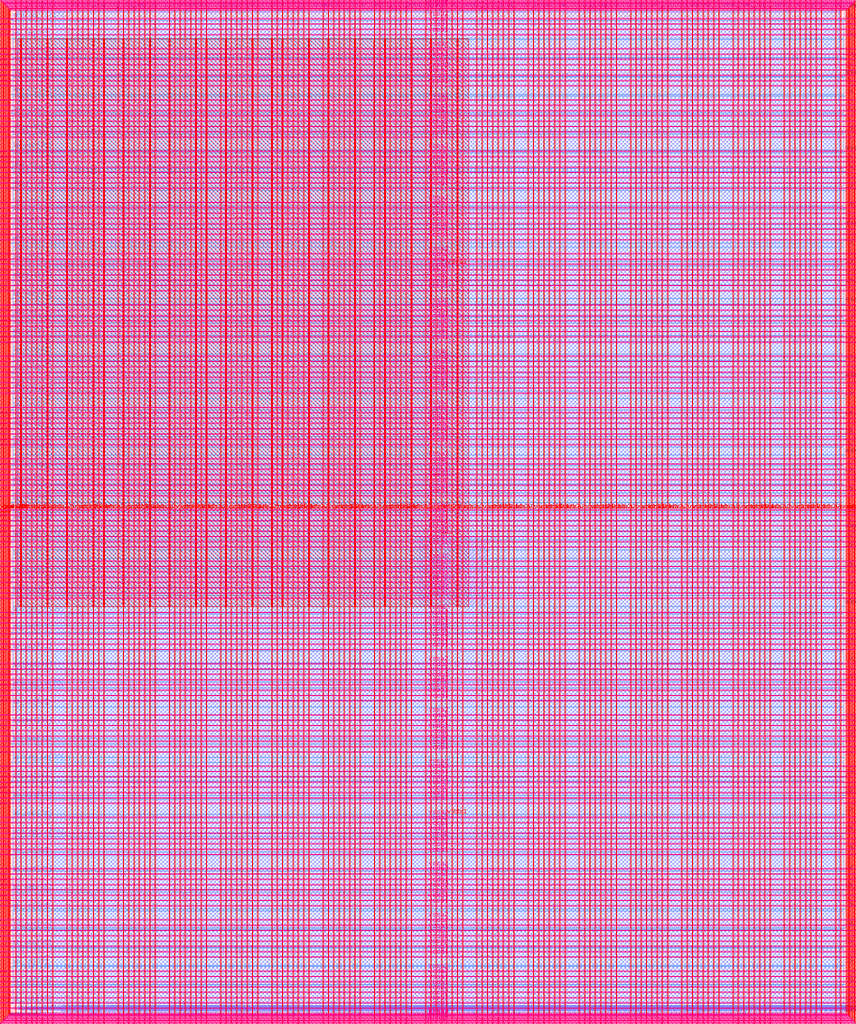
<source format=lef>
VERSION 5.7 ;
  NOWIREEXTENSIONATPIN ON ;
  DIVIDERCHAR "/" ;
  BUSBITCHARS "[]" ;
MACRO user_project_wrapper
  CLASS BLOCK ;
  FOREIGN user_project_wrapper ;
  ORIGIN 0.000 0.000 ;
  SIZE 2920.000 BY 3520.000 ;
  PIN analog_io[0]
    DIRECTION INOUT ;
    USE SIGNAL ;
    PORT
      LAYER met3 ;
        RECT 2917.600 1426.380 2924.800 1427.580 ;
    END
  END analog_io[0]
  PIN analog_io[10]
    DIRECTION INOUT ;
    USE SIGNAL ;
    PORT
      LAYER met2 ;
        RECT 2230.490 3517.600 2231.050 3524.800 ;
    END
  END analog_io[10]
  PIN analog_io[11]
    DIRECTION INOUT ;
    USE SIGNAL ;
    PORT
      LAYER met2 ;
        RECT 1905.730 3517.600 1906.290 3524.800 ;
    END
  END analog_io[11]
  PIN analog_io[12]
    DIRECTION INOUT ;
    USE SIGNAL ;
    PORT
      LAYER met2 ;
        RECT 1581.430 3517.600 1581.990 3524.800 ;
    END
  END analog_io[12]
  PIN analog_io[13]
    DIRECTION INOUT ;
    USE SIGNAL ;
    PORT
      LAYER met2 ;
        RECT 1257.130 3517.600 1257.690 3524.800 ;
    END
  END analog_io[13]
  PIN analog_io[14]
    DIRECTION INOUT ;
    USE SIGNAL ;
    PORT
      LAYER met2 ;
        RECT 932.370 3517.600 932.930 3524.800 ;
    END
  END analog_io[14]
  PIN analog_io[15]
    DIRECTION INOUT ;
    USE SIGNAL ;
    PORT
      LAYER met2 ;
        RECT 608.070 3517.600 608.630 3524.800 ;
    END
  END analog_io[15]
  PIN analog_io[16]
    DIRECTION INOUT ;
    USE SIGNAL ;
    PORT
      LAYER met2 ;
        RECT 283.770 3517.600 284.330 3524.800 ;
    END
  END analog_io[16]
  PIN analog_io[17]
    DIRECTION INOUT ;
    USE SIGNAL ;
    PORT
      LAYER met3 ;
        RECT -4.800 3486.100 2.400 3487.300 ;
    END
  END analog_io[17]
  PIN analog_io[18]
    DIRECTION INOUT ;
    USE SIGNAL ;
    PORT
      LAYER met3 ;
        RECT -4.800 3224.980 2.400 3226.180 ;
    END
  END analog_io[18]
  PIN analog_io[19]
    DIRECTION INOUT ;
    USE SIGNAL ;
    PORT
      LAYER met3 ;
        RECT -4.800 2964.540 2.400 2965.740 ;
    END
  END analog_io[19]
  PIN analog_io[1]
    DIRECTION INOUT ;
    USE SIGNAL ;
    PORT
      LAYER met3 ;
        RECT 2917.600 1692.260 2924.800 1693.460 ;
    END
  END analog_io[1]
  PIN analog_io[20]
    DIRECTION INOUT ;
    USE SIGNAL ;
    PORT
      LAYER met3 ;
        RECT -4.800 2703.420 2.400 2704.620 ;
    END
  END analog_io[20]
  PIN analog_io[21]
    DIRECTION INOUT ;
    USE SIGNAL ;
    PORT
      LAYER met3 ;
        RECT -4.800 2442.980 2.400 2444.180 ;
    END
  END analog_io[21]
  PIN analog_io[22]
    DIRECTION INOUT ;
    USE SIGNAL ;
    PORT
      LAYER met3 ;
        RECT -4.800 2182.540 2.400 2183.740 ;
    END
  END analog_io[22]
  PIN analog_io[23]
    DIRECTION INOUT ;
    USE SIGNAL ;
    PORT
      LAYER met3 ;
        RECT -4.800 1921.420 2.400 1922.620 ;
    END
  END analog_io[23]
  PIN analog_io[24]
    DIRECTION INOUT ;
    USE SIGNAL ;
    PORT
      LAYER met3 ;
        RECT -4.800 1660.980 2.400 1662.180 ;
    END
  END analog_io[24]
  PIN analog_io[25]
    DIRECTION INOUT ;
    USE SIGNAL ;
    PORT
      LAYER met3 ;
        RECT -4.800 1399.860 2.400 1401.060 ;
    END
  END analog_io[25]
  PIN analog_io[26]
    DIRECTION INOUT ;
    USE SIGNAL ;
    PORT
      LAYER met3 ;
        RECT -4.800 1139.420 2.400 1140.620 ;
    END
  END analog_io[26]
  PIN analog_io[27]
    DIRECTION INOUT ;
    USE SIGNAL ;
    PORT
      LAYER met3 ;
        RECT -4.800 878.980 2.400 880.180 ;
    END
  END analog_io[27]
  PIN analog_io[28]
    DIRECTION INOUT ;
    USE SIGNAL ;
    PORT
      LAYER met3 ;
        RECT -4.800 617.860 2.400 619.060 ;
    END
  END analog_io[28]
  PIN analog_io[2]
    DIRECTION INOUT ;
    USE SIGNAL ;
    PORT
      LAYER met3 ;
        RECT 2917.600 1958.140 2924.800 1959.340 ;
    END
  END analog_io[2]
  PIN analog_io[3]
    DIRECTION INOUT ;
    USE SIGNAL ;
    PORT
      LAYER met3 ;
        RECT 2917.600 2223.340 2924.800 2224.540 ;
    END
  END analog_io[3]
  PIN analog_io[4]
    DIRECTION INOUT ;
    USE SIGNAL ;
    PORT
      LAYER met3 ;
        RECT 2917.600 2489.220 2924.800 2490.420 ;
    END
  END analog_io[4]
  PIN analog_io[5]
    DIRECTION INOUT ;
    USE SIGNAL ;
    PORT
      LAYER met3 ;
        RECT 2917.600 2755.100 2924.800 2756.300 ;
    END
  END analog_io[5]
  PIN analog_io[6]
    DIRECTION INOUT ;
    USE SIGNAL ;
    PORT
      LAYER met3 ;
        RECT 2917.600 3020.300 2924.800 3021.500 ;
    END
  END analog_io[6]
  PIN analog_io[7]
    DIRECTION INOUT ;
    USE SIGNAL ;
    PORT
      LAYER met3 ;
        RECT 2917.600 3286.180 2924.800 3287.380 ;
    END
  END analog_io[7]
  PIN analog_io[8]
    DIRECTION INOUT ;
    USE SIGNAL ;
    PORT
      LAYER met2 ;
        RECT 2879.090 3517.600 2879.650 3524.800 ;
    END
  END analog_io[8]
  PIN analog_io[9]
    DIRECTION INOUT ;
    USE SIGNAL ;
    PORT
      LAYER met2 ;
        RECT 2554.790 3517.600 2555.350 3524.800 ;
    END
  END analog_io[9]
  PIN io_in[0]
    DIRECTION INPUT ;
    USE SIGNAL ;
    PORT
      LAYER met3 ;
        RECT 2917.600 32.380 2924.800 33.580 ;
    END
  END io_in[0]
  PIN io_in[10]
    DIRECTION INPUT ;
    USE SIGNAL ;
    PORT
      LAYER met3 ;
        RECT 2917.600 2289.980 2924.800 2291.180 ;
    END
  END io_in[10]
  PIN io_in[11]
    DIRECTION INPUT ;
    USE SIGNAL ;
    PORT
      LAYER met3 ;
        RECT 2917.600 2555.860 2924.800 2557.060 ;
    END
  END io_in[11]
  PIN io_in[12]
    DIRECTION INPUT ;
    USE SIGNAL ;
    PORT
      LAYER met3 ;
        RECT 2917.600 2821.060 2924.800 2822.260 ;
    END
  END io_in[12]
  PIN io_in[13]
    DIRECTION INPUT ;
    USE SIGNAL ;
    PORT
      LAYER met3 ;
        RECT 2917.600 3086.940 2924.800 3088.140 ;
    END
  END io_in[13]
  PIN io_in[14]
    DIRECTION INPUT ;
    USE SIGNAL ;
    PORT
      LAYER met3 ;
        RECT 2917.600 3352.820 2924.800 3354.020 ;
    END
  END io_in[14]
  PIN io_in[15]
    DIRECTION INPUT ;
    USE SIGNAL ;
    PORT
      LAYER met2 ;
        RECT 2798.130 3517.600 2798.690 3524.800 ;
    END
  END io_in[15]
  PIN io_in[16]
    DIRECTION INPUT ;
    USE SIGNAL ;
    PORT
      LAYER met2 ;
        RECT 2473.830 3517.600 2474.390 3524.800 ;
    END
  END io_in[16]
  PIN io_in[17]
    DIRECTION INPUT ;
    USE SIGNAL ;
    PORT
      LAYER met2 ;
        RECT 2149.070 3517.600 2149.630 3524.800 ;
    END
  END io_in[17]
  PIN io_in[18]
    DIRECTION INPUT ;
    USE SIGNAL ;
    PORT
      LAYER met2 ;
        RECT 1824.770 3517.600 1825.330 3524.800 ;
    END
  END io_in[18]
  PIN io_in[19]
    DIRECTION INPUT ;
    USE SIGNAL ;
    PORT
      LAYER met2 ;
        RECT 1500.470 3517.600 1501.030 3524.800 ;
    END
  END io_in[19]
  PIN io_in[1]
    DIRECTION INPUT ;
    USE SIGNAL ;
    PORT
      LAYER met3 ;
        RECT 2917.600 230.940 2924.800 232.140 ;
    END
  END io_in[1]
  PIN io_in[20]
    DIRECTION INPUT ;
    USE SIGNAL ;
    PORT
      LAYER met2 ;
        RECT 1175.710 3517.600 1176.270 3524.800 ;
    END
  END io_in[20]
  PIN io_in[21]
    DIRECTION INPUT ;
    USE SIGNAL ;
    PORT
      LAYER met2 ;
        RECT 851.410 3517.600 851.970 3524.800 ;
    END
  END io_in[21]
  PIN io_in[22]
    DIRECTION INPUT ;
    USE SIGNAL ;
    PORT
      LAYER met2 ;
        RECT 527.110 3517.600 527.670 3524.800 ;
    END
  END io_in[22]
  PIN io_in[23]
    DIRECTION INPUT ;
    USE SIGNAL ;
    PORT
      LAYER met2 ;
        RECT 202.350 3517.600 202.910 3524.800 ;
    END
  END io_in[23]
  PIN io_in[24]
    DIRECTION INPUT ;
    USE SIGNAL ;
    PORT
      LAYER met3 ;
        RECT -4.800 3420.820 2.400 3422.020 ;
    END
  END io_in[24]
  PIN io_in[25]
    DIRECTION INPUT ;
    USE SIGNAL ;
    PORT
      LAYER met3 ;
        RECT -4.800 3159.700 2.400 3160.900 ;
    END
  END io_in[25]
  PIN io_in[26]
    DIRECTION INPUT ;
    USE SIGNAL ;
    PORT
      LAYER met3 ;
        RECT -4.800 2899.260 2.400 2900.460 ;
    END
  END io_in[26]
  PIN io_in[27]
    DIRECTION INPUT ;
    USE SIGNAL ;
    PORT
      LAYER met3 ;
        RECT -4.800 2638.820 2.400 2640.020 ;
    END
  END io_in[27]
  PIN io_in[28]
    DIRECTION INPUT ;
    USE SIGNAL ;
    PORT
      LAYER met3 ;
        RECT -4.800 2377.700 2.400 2378.900 ;
    END
  END io_in[28]
  PIN io_in[29]
    DIRECTION INPUT ;
    USE SIGNAL ;
    PORT
      LAYER met3 ;
        RECT -4.800 2117.260 2.400 2118.460 ;
    END
  END io_in[29]
  PIN io_in[2]
    DIRECTION INPUT ;
    USE SIGNAL ;
    PORT
      LAYER met3 ;
        RECT 2917.600 430.180 2924.800 431.380 ;
    END
  END io_in[2]
  PIN io_in[30]
    DIRECTION INPUT ;
    USE SIGNAL ;
    PORT
      LAYER met3 ;
        RECT -4.800 1856.140 2.400 1857.340 ;
    END
  END io_in[30]
  PIN io_in[31]
    DIRECTION INPUT ;
    USE SIGNAL ;
    PORT
      LAYER met3 ;
        RECT -4.800 1595.700 2.400 1596.900 ;
    END
  END io_in[31]
  PIN io_in[32]
    DIRECTION INPUT ;
    USE SIGNAL ;
    PORT
      LAYER met3 ;
        RECT -4.800 1335.260 2.400 1336.460 ;
    END
  END io_in[32]
  PIN io_in[33]
    DIRECTION INPUT ;
    USE SIGNAL ;
    PORT
      LAYER met3 ;
        RECT -4.800 1074.140 2.400 1075.340 ;
    END
  END io_in[33]
  PIN io_in[34]
    DIRECTION INPUT ;
    USE SIGNAL ;
    PORT
      LAYER met3 ;
        RECT -4.800 813.700 2.400 814.900 ;
    END
  END io_in[34]
  PIN io_in[35]
    DIRECTION INPUT ;
    USE SIGNAL ;
    PORT
      LAYER met3 ;
        RECT -4.800 552.580 2.400 553.780 ;
    END
  END io_in[35]
  PIN io_in[36]
    DIRECTION INPUT ;
    USE SIGNAL ;
    PORT
      LAYER met3 ;
        RECT -4.800 357.420 2.400 358.620 ;
    END
  END io_in[36]
  PIN io_in[37]
    DIRECTION INPUT ;
    USE SIGNAL ;
    PORT
      LAYER met3 ;
        RECT -4.800 161.580 2.400 162.780 ;
    END
  END io_in[37]
  PIN io_in[3]
    DIRECTION INPUT ;
    USE SIGNAL ;
    PORT
      LAYER met3 ;
        RECT 2917.600 629.420 2924.800 630.620 ;
    END
  END io_in[3]
  PIN io_in[4]
    DIRECTION INPUT ;
    USE SIGNAL ;
    PORT
      LAYER met3 ;
        RECT 2917.600 828.660 2924.800 829.860 ;
    END
  END io_in[4]
  PIN io_in[5]
    DIRECTION INPUT ;
    USE SIGNAL ;
    PORT
      LAYER met3 ;
        RECT 2917.600 1027.900 2924.800 1029.100 ;
    END
  END io_in[5]
  PIN io_in[6]
    DIRECTION INPUT ;
    USE SIGNAL ;
    PORT
      LAYER met3 ;
        RECT 2917.600 1227.140 2924.800 1228.340 ;
    END
  END io_in[6]
  PIN io_in[7]
    DIRECTION INPUT ;
    USE SIGNAL ;
    PORT
      LAYER met3 ;
        RECT 2917.600 1493.020 2924.800 1494.220 ;
    END
  END io_in[7]
  PIN io_in[8]
    DIRECTION INPUT ;
    USE SIGNAL ;
    PORT
      LAYER met3 ;
        RECT 2917.600 1758.900 2924.800 1760.100 ;
    END
  END io_in[8]
  PIN io_in[9]
    DIRECTION INPUT ;
    USE SIGNAL ;
    PORT
      LAYER met3 ;
        RECT 2917.600 2024.100 2924.800 2025.300 ;
    END
  END io_in[9]
  PIN io_oeb[0]
    DIRECTION OUTPUT TRISTATE ;
    USE SIGNAL ;
    PORT
      LAYER met3 ;
        RECT 2917.600 164.980 2924.800 166.180 ;
    END
  END io_oeb[0]
  PIN io_oeb[10]
    DIRECTION OUTPUT TRISTATE ;
    USE SIGNAL ;
    PORT
      LAYER met3 ;
        RECT 2917.600 2422.580 2924.800 2423.780 ;
    END
  END io_oeb[10]
  PIN io_oeb[11]
    DIRECTION OUTPUT TRISTATE ;
    USE SIGNAL ;
    PORT
      LAYER met3 ;
        RECT 2917.600 2688.460 2924.800 2689.660 ;
    END
  END io_oeb[11]
  PIN io_oeb[12]
    DIRECTION OUTPUT TRISTATE ;
    USE SIGNAL ;
    PORT
      LAYER met3 ;
        RECT 2917.600 2954.340 2924.800 2955.540 ;
    END
  END io_oeb[12]
  PIN io_oeb[13]
    DIRECTION OUTPUT TRISTATE ;
    USE SIGNAL ;
    PORT
      LAYER met3 ;
        RECT 2917.600 3219.540 2924.800 3220.740 ;
    END
  END io_oeb[13]
  PIN io_oeb[14]
    DIRECTION OUTPUT TRISTATE ;
    USE SIGNAL ;
    PORT
      LAYER met3 ;
        RECT 2917.600 3485.420 2924.800 3486.620 ;
    END
  END io_oeb[14]
  PIN io_oeb[15]
    DIRECTION OUTPUT TRISTATE ;
    USE SIGNAL ;
    PORT
      LAYER met2 ;
        RECT 2635.750 3517.600 2636.310 3524.800 ;
    END
  END io_oeb[15]
  PIN io_oeb[16]
    DIRECTION OUTPUT TRISTATE ;
    USE SIGNAL ;
    PORT
      LAYER met2 ;
        RECT 2311.450 3517.600 2312.010 3524.800 ;
    END
  END io_oeb[16]
  PIN io_oeb[17]
    DIRECTION OUTPUT TRISTATE ;
    USE SIGNAL ;
    PORT
      LAYER met2 ;
        RECT 1987.150 3517.600 1987.710 3524.800 ;
    END
  END io_oeb[17]
  PIN io_oeb[18]
    DIRECTION OUTPUT TRISTATE ;
    USE SIGNAL ;
    PORT
      LAYER met2 ;
        RECT 1662.390 3517.600 1662.950 3524.800 ;
    END
  END io_oeb[18]
  PIN io_oeb[19]
    DIRECTION OUTPUT TRISTATE ;
    USE SIGNAL ;
    PORT
      LAYER met2 ;
        RECT 1338.090 3517.600 1338.650 3524.800 ;
    END
  END io_oeb[19]
  PIN io_oeb[1]
    DIRECTION OUTPUT TRISTATE ;
    USE SIGNAL ;
    PORT
      LAYER met3 ;
        RECT 2917.600 364.220 2924.800 365.420 ;
    END
  END io_oeb[1]
  PIN io_oeb[20]
    DIRECTION OUTPUT TRISTATE ;
    USE SIGNAL ;
    PORT
      LAYER met2 ;
        RECT 1013.790 3517.600 1014.350 3524.800 ;
    END
  END io_oeb[20]
  PIN io_oeb[21]
    DIRECTION OUTPUT TRISTATE ;
    USE SIGNAL ;
    PORT
      LAYER met2 ;
        RECT 689.030 3517.600 689.590 3524.800 ;
    END
  END io_oeb[21]
  PIN io_oeb[22]
    DIRECTION OUTPUT TRISTATE ;
    USE SIGNAL ;
    PORT
      LAYER met2 ;
        RECT 364.730 3517.600 365.290 3524.800 ;
    END
  END io_oeb[22]
  PIN io_oeb[23]
    DIRECTION OUTPUT TRISTATE ;
    USE SIGNAL ;
    PORT
      LAYER met2 ;
        RECT 40.430 3517.600 40.990 3524.800 ;
    END
  END io_oeb[23]
  PIN io_oeb[24]
    DIRECTION OUTPUT TRISTATE ;
    USE SIGNAL ;
    PORT
      LAYER met3 ;
        RECT -4.800 3290.260 2.400 3291.460 ;
    END
  END io_oeb[24]
  PIN io_oeb[25]
    DIRECTION OUTPUT TRISTATE ;
    USE SIGNAL ;
    PORT
      LAYER met3 ;
        RECT -4.800 3029.820 2.400 3031.020 ;
    END
  END io_oeb[25]
  PIN io_oeb[26]
    DIRECTION OUTPUT TRISTATE ;
    USE SIGNAL ;
    PORT
      LAYER met3 ;
        RECT -4.800 2768.700 2.400 2769.900 ;
    END
  END io_oeb[26]
  PIN io_oeb[27]
    DIRECTION OUTPUT TRISTATE ;
    USE SIGNAL ;
    PORT
      LAYER met3 ;
        RECT -4.800 2508.260 2.400 2509.460 ;
    END
  END io_oeb[27]
  PIN io_oeb[28]
    DIRECTION OUTPUT TRISTATE ;
    USE SIGNAL ;
    PORT
      LAYER met3 ;
        RECT -4.800 2247.140 2.400 2248.340 ;
    END
  END io_oeb[28]
  PIN io_oeb[29]
    DIRECTION OUTPUT TRISTATE ;
    USE SIGNAL ;
    PORT
      LAYER met3 ;
        RECT -4.800 1986.700 2.400 1987.900 ;
    END
  END io_oeb[29]
  PIN io_oeb[2]
    DIRECTION OUTPUT TRISTATE ;
    USE SIGNAL ;
    PORT
      LAYER met3 ;
        RECT 2917.600 563.460 2924.800 564.660 ;
    END
  END io_oeb[2]
  PIN io_oeb[30]
    DIRECTION OUTPUT TRISTATE ;
    USE SIGNAL ;
    PORT
      LAYER met3 ;
        RECT -4.800 1726.260 2.400 1727.460 ;
    END
  END io_oeb[30]
  PIN io_oeb[31]
    DIRECTION OUTPUT TRISTATE ;
    USE SIGNAL ;
    PORT
      LAYER met3 ;
        RECT -4.800 1465.140 2.400 1466.340 ;
    END
  END io_oeb[31]
  PIN io_oeb[32]
    DIRECTION OUTPUT TRISTATE ;
    USE SIGNAL ;
    PORT
      LAYER met3 ;
        RECT -4.800 1204.700 2.400 1205.900 ;
    END
  END io_oeb[32]
  PIN io_oeb[33]
    DIRECTION OUTPUT TRISTATE ;
    USE SIGNAL ;
    PORT
      LAYER met3 ;
        RECT -4.800 943.580 2.400 944.780 ;
    END
  END io_oeb[33]
  PIN io_oeb[34]
    DIRECTION OUTPUT TRISTATE ;
    USE SIGNAL ;
    PORT
      LAYER met3 ;
        RECT -4.800 683.140 2.400 684.340 ;
    END
  END io_oeb[34]
  PIN io_oeb[35]
    DIRECTION OUTPUT TRISTATE ;
    USE SIGNAL ;
    PORT
      LAYER met3 ;
        RECT -4.800 422.700 2.400 423.900 ;
    END
  END io_oeb[35]
  PIN io_oeb[36]
    DIRECTION OUTPUT TRISTATE ;
    USE SIGNAL ;
    PORT
      LAYER met3 ;
        RECT -4.800 226.860 2.400 228.060 ;
    END
  END io_oeb[36]
  PIN io_oeb[37]
    DIRECTION OUTPUT TRISTATE ;
    USE SIGNAL ;
    PORT
      LAYER met3 ;
        RECT -4.800 31.700 2.400 32.900 ;
    END
  END io_oeb[37]
  PIN io_oeb[3]
    DIRECTION OUTPUT TRISTATE ;
    USE SIGNAL ;
    PORT
      LAYER met3 ;
        RECT 2917.600 762.700 2924.800 763.900 ;
    END
  END io_oeb[3]
  PIN io_oeb[4]
    DIRECTION OUTPUT TRISTATE ;
    USE SIGNAL ;
    PORT
      LAYER met3 ;
        RECT 2917.600 961.940 2924.800 963.140 ;
    END
  END io_oeb[4]
  PIN io_oeb[5]
    DIRECTION OUTPUT TRISTATE ;
    USE SIGNAL ;
    PORT
      LAYER met3 ;
        RECT 2917.600 1161.180 2924.800 1162.380 ;
    END
  END io_oeb[5]
  PIN io_oeb[6]
    DIRECTION OUTPUT TRISTATE ;
    USE SIGNAL ;
    PORT
      LAYER met3 ;
        RECT 2917.600 1360.420 2924.800 1361.620 ;
    END
  END io_oeb[6]
  PIN io_oeb[7]
    DIRECTION OUTPUT TRISTATE ;
    USE SIGNAL ;
    PORT
      LAYER met3 ;
        RECT 2917.600 1625.620 2924.800 1626.820 ;
    END
  END io_oeb[7]
  PIN io_oeb[8]
    DIRECTION OUTPUT TRISTATE ;
    USE SIGNAL ;
    PORT
      LAYER met3 ;
        RECT 2917.600 1891.500 2924.800 1892.700 ;
    END
  END io_oeb[8]
  PIN io_oeb[9]
    DIRECTION OUTPUT TRISTATE ;
    USE SIGNAL ;
    PORT
      LAYER met3 ;
        RECT 2917.600 2157.380 2924.800 2158.580 ;
    END
  END io_oeb[9]
  PIN io_out[0]
    DIRECTION OUTPUT TRISTATE ;
    USE SIGNAL ;
    PORT
      LAYER met3 ;
        RECT 2917.600 98.340 2924.800 99.540 ;
    END
  END io_out[0]
  PIN io_out[10]
    DIRECTION OUTPUT TRISTATE ;
    USE SIGNAL ;
    PORT
      LAYER met3 ;
        RECT 2917.600 2356.620 2924.800 2357.820 ;
    END
  END io_out[10]
  PIN io_out[11]
    DIRECTION OUTPUT TRISTATE ;
    USE SIGNAL ;
    PORT
      LAYER met3 ;
        RECT 2917.600 2621.820 2924.800 2623.020 ;
    END
  END io_out[11]
  PIN io_out[12]
    DIRECTION OUTPUT TRISTATE ;
    USE SIGNAL ;
    PORT
      LAYER met3 ;
        RECT 2917.600 2887.700 2924.800 2888.900 ;
    END
  END io_out[12]
  PIN io_out[13]
    DIRECTION OUTPUT TRISTATE ;
    USE SIGNAL ;
    PORT
      LAYER met3 ;
        RECT 2917.600 3153.580 2924.800 3154.780 ;
    END
  END io_out[13]
  PIN io_out[14]
    DIRECTION OUTPUT TRISTATE ;
    USE SIGNAL ;
    PORT
      LAYER met3 ;
        RECT 2917.600 3418.780 2924.800 3419.980 ;
    END
  END io_out[14]
  PIN io_out[15]
    DIRECTION OUTPUT TRISTATE ;
    USE SIGNAL ;
    PORT
      LAYER met2 ;
        RECT 2717.170 3517.600 2717.730 3524.800 ;
    END
  END io_out[15]
  PIN io_out[16]
    DIRECTION OUTPUT TRISTATE ;
    USE SIGNAL ;
    PORT
      LAYER met2 ;
        RECT 2392.410 3517.600 2392.970 3524.800 ;
    END
  END io_out[16]
  PIN io_out[17]
    DIRECTION OUTPUT TRISTATE ;
    USE SIGNAL ;
    PORT
      LAYER met2 ;
        RECT 2068.110 3517.600 2068.670 3524.800 ;
    END
  END io_out[17]
  PIN io_out[18]
    DIRECTION OUTPUT TRISTATE ;
    USE SIGNAL ;
    PORT
      LAYER met2 ;
        RECT 1743.810 3517.600 1744.370 3524.800 ;
    END
  END io_out[18]
  PIN io_out[19]
    DIRECTION OUTPUT TRISTATE ;
    USE SIGNAL ;
    PORT
      LAYER met2 ;
        RECT 1419.050 3517.600 1419.610 3524.800 ;
    END
  END io_out[19]
  PIN io_out[1]
    DIRECTION OUTPUT TRISTATE ;
    USE SIGNAL ;
    PORT
      LAYER met3 ;
        RECT 2917.600 297.580 2924.800 298.780 ;
    END
  END io_out[1]
  PIN io_out[20]
    DIRECTION OUTPUT TRISTATE ;
    USE SIGNAL ;
    PORT
      LAYER met2 ;
        RECT 1094.750 3517.600 1095.310 3524.800 ;
    END
  END io_out[20]
  PIN io_out[21]
    DIRECTION OUTPUT TRISTATE ;
    USE SIGNAL ;
    PORT
      LAYER met2 ;
        RECT 770.450 3517.600 771.010 3524.800 ;
    END
  END io_out[21]
  PIN io_out[22]
    DIRECTION OUTPUT TRISTATE ;
    USE SIGNAL ;
    PORT
      LAYER met2 ;
        RECT 445.690 3517.600 446.250 3524.800 ;
    END
  END io_out[22]
  PIN io_out[23]
    DIRECTION OUTPUT TRISTATE ;
    USE SIGNAL ;
    PORT
      LAYER met2 ;
        RECT 121.390 3517.600 121.950 3524.800 ;
    END
  END io_out[23]
  PIN io_out[24]
    DIRECTION OUTPUT TRISTATE ;
    USE SIGNAL ;
    PORT
      LAYER met3 ;
        RECT -4.800 3355.540 2.400 3356.740 ;
    END
  END io_out[24]
  PIN io_out[25]
    DIRECTION OUTPUT TRISTATE ;
    USE SIGNAL ;
    PORT
      LAYER met3 ;
        RECT -4.800 3095.100 2.400 3096.300 ;
    END
  END io_out[25]
  PIN io_out[26]
    DIRECTION OUTPUT TRISTATE ;
    USE SIGNAL ;
    PORT
      LAYER met3 ;
        RECT -4.800 2833.980 2.400 2835.180 ;
    END
  END io_out[26]
  PIN io_out[27]
    DIRECTION OUTPUT TRISTATE ;
    USE SIGNAL ;
    PORT
      LAYER met3 ;
        RECT -4.800 2573.540 2.400 2574.740 ;
    END
  END io_out[27]
  PIN io_out[28]
    DIRECTION OUTPUT TRISTATE ;
    USE SIGNAL ;
    PORT
      LAYER met3 ;
        RECT -4.800 2312.420 2.400 2313.620 ;
    END
  END io_out[28]
  PIN io_out[29]
    DIRECTION OUTPUT TRISTATE ;
    USE SIGNAL ;
    PORT
      LAYER met3 ;
        RECT -4.800 2051.980 2.400 2053.180 ;
    END
  END io_out[29]
  PIN io_out[2]
    DIRECTION OUTPUT TRISTATE ;
    USE SIGNAL ;
    PORT
      LAYER met3 ;
        RECT 2917.600 496.820 2924.800 498.020 ;
    END
  END io_out[2]
  PIN io_out[30]
    DIRECTION OUTPUT TRISTATE ;
    USE SIGNAL ;
    PORT
      LAYER met3 ;
        RECT -4.800 1791.540 2.400 1792.740 ;
    END
  END io_out[30]
  PIN io_out[31]
    DIRECTION OUTPUT TRISTATE ;
    USE SIGNAL ;
    PORT
      LAYER met3 ;
        RECT -4.800 1530.420 2.400 1531.620 ;
    END
  END io_out[31]
  PIN io_out[32]
    DIRECTION OUTPUT TRISTATE ;
    USE SIGNAL ;
    PORT
      LAYER met3 ;
        RECT -4.800 1269.980 2.400 1271.180 ;
    END
  END io_out[32]
  PIN io_out[33]
    DIRECTION OUTPUT TRISTATE ;
    USE SIGNAL ;
    PORT
      LAYER met3 ;
        RECT -4.800 1008.860 2.400 1010.060 ;
    END
  END io_out[33]
  PIN io_out[34]
    DIRECTION OUTPUT TRISTATE ;
    USE SIGNAL ;
    PORT
      LAYER met3 ;
        RECT -4.800 748.420 2.400 749.620 ;
    END
  END io_out[34]
  PIN io_out[35]
    DIRECTION OUTPUT TRISTATE ;
    USE SIGNAL ;
    PORT
      LAYER met3 ;
        RECT -4.800 487.300 2.400 488.500 ;
    END
  END io_out[35]
  PIN io_out[36]
    DIRECTION OUTPUT TRISTATE ;
    USE SIGNAL ;
    PORT
      LAYER met3 ;
        RECT -4.800 292.140 2.400 293.340 ;
    END
  END io_out[36]
  PIN io_out[37]
    DIRECTION OUTPUT TRISTATE ;
    USE SIGNAL ;
    PORT
      LAYER met3 ;
        RECT -4.800 96.300 2.400 97.500 ;
    END
  END io_out[37]
  PIN io_out[3]
    DIRECTION OUTPUT TRISTATE ;
    USE SIGNAL ;
    PORT
      LAYER met3 ;
        RECT 2917.600 696.060 2924.800 697.260 ;
    END
  END io_out[3]
  PIN io_out[4]
    DIRECTION OUTPUT TRISTATE ;
    USE SIGNAL ;
    PORT
      LAYER met3 ;
        RECT 2917.600 895.300 2924.800 896.500 ;
    END
  END io_out[4]
  PIN io_out[5]
    DIRECTION OUTPUT TRISTATE ;
    USE SIGNAL ;
    PORT
      LAYER met3 ;
        RECT 2917.600 1094.540 2924.800 1095.740 ;
    END
  END io_out[5]
  PIN io_out[6]
    DIRECTION OUTPUT TRISTATE ;
    USE SIGNAL ;
    PORT
      LAYER met3 ;
        RECT 2917.600 1293.780 2924.800 1294.980 ;
    END
  END io_out[6]
  PIN io_out[7]
    DIRECTION OUTPUT TRISTATE ;
    USE SIGNAL ;
    PORT
      LAYER met3 ;
        RECT 2917.600 1559.660 2924.800 1560.860 ;
    END
  END io_out[7]
  PIN io_out[8]
    DIRECTION OUTPUT TRISTATE ;
    USE SIGNAL ;
    PORT
      LAYER met3 ;
        RECT 2917.600 1824.860 2924.800 1826.060 ;
    END
  END io_out[8]
  PIN io_out[9]
    DIRECTION OUTPUT TRISTATE ;
    USE SIGNAL ;
    PORT
      LAYER met3 ;
        RECT 2917.600 2090.740 2924.800 2091.940 ;
    END
  END io_out[9]
  PIN la_data_in[0]
    DIRECTION INPUT ;
    USE SIGNAL ;
    PORT
      LAYER met2 ;
        RECT 629.230 -4.800 629.790 2.400 ;
    END
  END la_data_in[0]
  PIN la_data_in[100]
    DIRECTION INPUT ;
    USE SIGNAL ;
    PORT
      LAYER met2 ;
        RECT 2402.530 -4.800 2403.090 2.400 ;
    END
  END la_data_in[100]
  PIN la_data_in[101]
    DIRECTION INPUT ;
    USE SIGNAL ;
    PORT
      LAYER met2 ;
        RECT 2420.010 -4.800 2420.570 2.400 ;
    END
  END la_data_in[101]
  PIN la_data_in[102]
    DIRECTION INPUT ;
    USE SIGNAL ;
    PORT
      LAYER met2 ;
        RECT 2437.950 -4.800 2438.510 2.400 ;
    END
  END la_data_in[102]
  PIN la_data_in[103]
    DIRECTION INPUT ;
    USE SIGNAL ;
    PORT
      LAYER met2 ;
        RECT 2455.430 -4.800 2455.990 2.400 ;
    END
  END la_data_in[103]
  PIN la_data_in[104]
    DIRECTION INPUT ;
    USE SIGNAL ;
    PORT
      LAYER met2 ;
        RECT 2473.370 -4.800 2473.930 2.400 ;
    END
  END la_data_in[104]
  PIN la_data_in[105]
    DIRECTION INPUT ;
    USE SIGNAL ;
    PORT
      LAYER met2 ;
        RECT 2490.850 -4.800 2491.410 2.400 ;
    END
  END la_data_in[105]
  PIN la_data_in[106]
    DIRECTION INPUT ;
    USE SIGNAL ;
    PORT
      LAYER met2 ;
        RECT 2508.790 -4.800 2509.350 2.400 ;
    END
  END la_data_in[106]
  PIN la_data_in[107]
    DIRECTION INPUT ;
    USE SIGNAL ;
    PORT
      LAYER met2 ;
        RECT 2526.730 -4.800 2527.290 2.400 ;
    END
  END la_data_in[107]
  PIN la_data_in[108]
    DIRECTION INPUT ;
    USE SIGNAL ;
    PORT
      LAYER met2 ;
        RECT 2544.210 -4.800 2544.770 2.400 ;
    END
  END la_data_in[108]
  PIN la_data_in[109]
    DIRECTION INPUT ;
    USE SIGNAL ;
    PORT
      LAYER met2 ;
        RECT 2562.150 -4.800 2562.710 2.400 ;
    END
  END la_data_in[109]
  PIN la_data_in[10]
    DIRECTION INPUT ;
    USE SIGNAL ;
    PORT
      LAYER met2 ;
        RECT 806.330 -4.800 806.890 2.400 ;
    END
  END la_data_in[10]
  PIN la_data_in[110]
    DIRECTION INPUT ;
    USE SIGNAL ;
    PORT
      LAYER met2 ;
        RECT 2579.630 -4.800 2580.190 2.400 ;
    END
  END la_data_in[110]
  PIN la_data_in[111]
    DIRECTION INPUT ;
    USE SIGNAL ;
    PORT
      LAYER met2 ;
        RECT 2597.570 -4.800 2598.130 2.400 ;
    END
  END la_data_in[111]
  PIN la_data_in[112]
    DIRECTION INPUT ;
    USE SIGNAL ;
    PORT
      LAYER met2 ;
        RECT 2615.050 -4.800 2615.610 2.400 ;
    END
  END la_data_in[112]
  PIN la_data_in[113]
    DIRECTION INPUT ;
    USE SIGNAL ;
    PORT
      LAYER met2 ;
        RECT 2632.990 -4.800 2633.550 2.400 ;
    END
  END la_data_in[113]
  PIN la_data_in[114]
    DIRECTION INPUT ;
    USE SIGNAL ;
    PORT
      LAYER met2 ;
        RECT 2650.470 -4.800 2651.030 2.400 ;
    END
  END la_data_in[114]
  PIN la_data_in[115]
    DIRECTION INPUT ;
    USE SIGNAL ;
    PORT
      LAYER met2 ;
        RECT 2668.410 -4.800 2668.970 2.400 ;
    END
  END la_data_in[115]
  PIN la_data_in[116]
    DIRECTION INPUT ;
    USE SIGNAL ;
    PORT
      LAYER met2 ;
        RECT 2685.890 -4.800 2686.450 2.400 ;
    END
  END la_data_in[116]
  PIN la_data_in[117]
    DIRECTION INPUT ;
    USE SIGNAL ;
    PORT
      LAYER met2 ;
        RECT 2703.830 -4.800 2704.390 2.400 ;
    END
  END la_data_in[117]
  PIN la_data_in[118]
    DIRECTION INPUT ;
    USE SIGNAL ;
    PORT
      LAYER met2 ;
        RECT 2721.770 -4.800 2722.330 2.400 ;
    END
  END la_data_in[118]
  PIN la_data_in[119]
    DIRECTION INPUT ;
    USE SIGNAL ;
    PORT
      LAYER met2 ;
        RECT 2739.250 -4.800 2739.810 2.400 ;
    END
  END la_data_in[119]
  PIN la_data_in[11]
    DIRECTION INPUT ;
    USE SIGNAL ;
    PORT
      LAYER met2 ;
        RECT 824.270 -4.800 824.830 2.400 ;
    END
  END la_data_in[11]
  PIN la_data_in[120]
    DIRECTION INPUT ;
    USE SIGNAL ;
    PORT
      LAYER met2 ;
        RECT 2757.190 -4.800 2757.750 2.400 ;
    END
  END la_data_in[120]
  PIN la_data_in[121]
    DIRECTION INPUT ;
    USE SIGNAL ;
    PORT
      LAYER met2 ;
        RECT 2774.670 -4.800 2775.230 2.400 ;
    END
  END la_data_in[121]
  PIN la_data_in[122]
    DIRECTION INPUT ;
    USE SIGNAL ;
    PORT
      LAYER met2 ;
        RECT 2792.610 -4.800 2793.170 2.400 ;
    END
  END la_data_in[122]
  PIN la_data_in[123]
    DIRECTION INPUT ;
    USE SIGNAL ;
    PORT
      LAYER met2 ;
        RECT 2810.090 -4.800 2810.650 2.400 ;
    END
  END la_data_in[123]
  PIN la_data_in[124]
    DIRECTION INPUT ;
    USE SIGNAL ;
    PORT
      LAYER met2 ;
        RECT 2828.030 -4.800 2828.590 2.400 ;
    END
  END la_data_in[124]
  PIN la_data_in[125]
    DIRECTION INPUT ;
    USE SIGNAL ;
    PORT
      LAYER met2 ;
        RECT 2845.510 -4.800 2846.070 2.400 ;
    END
  END la_data_in[125]
  PIN la_data_in[126]
    DIRECTION INPUT ;
    USE SIGNAL ;
    PORT
      LAYER met2 ;
        RECT 2863.450 -4.800 2864.010 2.400 ;
    END
  END la_data_in[126]
  PIN la_data_in[127]
    DIRECTION INPUT ;
    USE SIGNAL ;
    PORT
      LAYER met2 ;
        RECT 2881.390 -4.800 2881.950 2.400 ;
    END
  END la_data_in[127]
  PIN la_data_in[12]
    DIRECTION INPUT ;
    USE SIGNAL ;
    PORT
      LAYER met2 ;
        RECT 841.750 -4.800 842.310 2.400 ;
    END
  END la_data_in[12]
  PIN la_data_in[13]
    DIRECTION INPUT ;
    USE SIGNAL ;
    PORT
      LAYER met2 ;
        RECT 859.690 -4.800 860.250 2.400 ;
    END
  END la_data_in[13]
  PIN la_data_in[14]
    DIRECTION INPUT ;
    USE SIGNAL ;
    PORT
      LAYER met2 ;
        RECT 877.170 -4.800 877.730 2.400 ;
    END
  END la_data_in[14]
  PIN la_data_in[15]
    DIRECTION INPUT ;
    USE SIGNAL ;
    PORT
      LAYER met2 ;
        RECT 895.110 -4.800 895.670 2.400 ;
    END
  END la_data_in[15]
  PIN la_data_in[16]
    DIRECTION INPUT ;
    USE SIGNAL ;
    PORT
      LAYER met2 ;
        RECT 912.590 -4.800 913.150 2.400 ;
    END
  END la_data_in[16]
  PIN la_data_in[17]
    DIRECTION INPUT ;
    USE SIGNAL ;
    PORT
      LAYER met2 ;
        RECT 930.530 -4.800 931.090 2.400 ;
    END
  END la_data_in[17]
  PIN la_data_in[18]
    DIRECTION INPUT ;
    USE SIGNAL ;
    PORT
      LAYER met2 ;
        RECT 948.470 -4.800 949.030 2.400 ;
    END
  END la_data_in[18]
  PIN la_data_in[19]
    DIRECTION INPUT ;
    USE SIGNAL ;
    PORT
      LAYER met2 ;
        RECT 965.950 -4.800 966.510 2.400 ;
    END
  END la_data_in[19]
  PIN la_data_in[1]
    DIRECTION INPUT ;
    USE SIGNAL ;
    PORT
      LAYER met2 ;
        RECT 646.710 -4.800 647.270 2.400 ;
    END
  END la_data_in[1]
  PIN la_data_in[20]
    DIRECTION INPUT ;
    USE SIGNAL ;
    PORT
      LAYER met2 ;
        RECT 983.890 -4.800 984.450 2.400 ;
    END
  END la_data_in[20]
  PIN la_data_in[21]
    DIRECTION INPUT ;
    USE SIGNAL ;
    PORT
      LAYER met2 ;
        RECT 1001.370 -4.800 1001.930 2.400 ;
    END
  END la_data_in[21]
  PIN la_data_in[22]
    DIRECTION INPUT ;
    USE SIGNAL ;
    PORT
      LAYER met2 ;
        RECT 1019.310 -4.800 1019.870 2.400 ;
    END
  END la_data_in[22]
  PIN la_data_in[23]
    DIRECTION INPUT ;
    USE SIGNAL ;
    PORT
      LAYER met2 ;
        RECT 1036.790 -4.800 1037.350 2.400 ;
    END
  END la_data_in[23]
  PIN la_data_in[24]
    DIRECTION INPUT ;
    USE SIGNAL ;
    PORT
      LAYER met2 ;
        RECT 1054.730 -4.800 1055.290 2.400 ;
    END
  END la_data_in[24]
  PIN la_data_in[25]
    DIRECTION INPUT ;
    USE SIGNAL ;
    PORT
      LAYER met2 ;
        RECT 1072.210 -4.800 1072.770 2.400 ;
    END
  END la_data_in[25]
  PIN la_data_in[26]
    DIRECTION INPUT ;
    USE SIGNAL ;
    PORT
      LAYER met2 ;
        RECT 1090.150 -4.800 1090.710 2.400 ;
    END
  END la_data_in[26]
  PIN la_data_in[27]
    DIRECTION INPUT ;
    USE SIGNAL ;
    PORT
      LAYER met2 ;
        RECT 1107.630 -4.800 1108.190 2.400 ;
    END
  END la_data_in[27]
  PIN la_data_in[28]
    DIRECTION INPUT ;
    USE SIGNAL ;
    PORT
      LAYER met2 ;
        RECT 1125.570 -4.800 1126.130 2.400 ;
    END
  END la_data_in[28]
  PIN la_data_in[29]
    DIRECTION INPUT ;
    USE SIGNAL ;
    PORT
      LAYER met2 ;
        RECT 1143.510 -4.800 1144.070 2.400 ;
    END
  END la_data_in[29]
  PIN la_data_in[2]
    DIRECTION INPUT ;
    USE SIGNAL ;
    PORT
      LAYER met2 ;
        RECT 664.650 -4.800 665.210 2.400 ;
    END
  END la_data_in[2]
  PIN la_data_in[30]
    DIRECTION INPUT ;
    USE SIGNAL ;
    PORT
      LAYER met2 ;
        RECT 1160.990 -4.800 1161.550 2.400 ;
    END
  END la_data_in[30]
  PIN la_data_in[31]
    DIRECTION INPUT ;
    USE SIGNAL ;
    PORT
      LAYER met2 ;
        RECT 1178.930 -4.800 1179.490 2.400 ;
    END
  END la_data_in[31]
  PIN la_data_in[32]
    DIRECTION INPUT ;
    USE SIGNAL ;
    PORT
      LAYER met2 ;
        RECT 1196.410 -4.800 1196.970 2.400 ;
    END
  END la_data_in[32]
  PIN la_data_in[33]
    DIRECTION INPUT ;
    USE SIGNAL ;
    PORT
      LAYER met2 ;
        RECT 1214.350 -4.800 1214.910 2.400 ;
    END
  END la_data_in[33]
  PIN la_data_in[34]
    DIRECTION INPUT ;
    USE SIGNAL ;
    PORT
      LAYER met2 ;
        RECT 1231.830 -4.800 1232.390 2.400 ;
    END
  END la_data_in[34]
  PIN la_data_in[35]
    DIRECTION INPUT ;
    USE SIGNAL ;
    PORT
      LAYER met2 ;
        RECT 1249.770 -4.800 1250.330 2.400 ;
    END
  END la_data_in[35]
  PIN la_data_in[36]
    DIRECTION INPUT ;
    USE SIGNAL ;
    PORT
      LAYER met2 ;
        RECT 1267.250 -4.800 1267.810 2.400 ;
    END
  END la_data_in[36]
  PIN la_data_in[37]
    DIRECTION INPUT ;
    USE SIGNAL ;
    PORT
      LAYER met2 ;
        RECT 1285.190 -4.800 1285.750 2.400 ;
    END
  END la_data_in[37]
  PIN la_data_in[38]
    DIRECTION INPUT ;
    USE SIGNAL ;
    PORT
      LAYER met2 ;
        RECT 1303.130 -4.800 1303.690 2.400 ;
    END
  END la_data_in[38]
  PIN la_data_in[39]
    DIRECTION INPUT ;
    USE SIGNAL ;
    PORT
      LAYER met2 ;
        RECT 1320.610 -4.800 1321.170 2.400 ;
    END
  END la_data_in[39]
  PIN la_data_in[3]
    DIRECTION INPUT ;
    USE SIGNAL ;
    PORT
      LAYER met2 ;
        RECT 682.130 -4.800 682.690 2.400 ;
    END
  END la_data_in[3]
  PIN la_data_in[40]
    DIRECTION INPUT ;
    USE SIGNAL ;
    PORT
      LAYER met2 ;
        RECT 1338.550 -4.800 1339.110 2.400 ;
    END
  END la_data_in[40]
  PIN la_data_in[41]
    DIRECTION INPUT ;
    USE SIGNAL ;
    PORT
      LAYER met2 ;
        RECT 1356.030 -4.800 1356.590 2.400 ;
    END
  END la_data_in[41]
  PIN la_data_in[42]
    DIRECTION INPUT ;
    USE SIGNAL ;
    PORT
      LAYER met2 ;
        RECT 1373.970 -4.800 1374.530 2.400 ;
    END
  END la_data_in[42]
  PIN la_data_in[43]
    DIRECTION INPUT ;
    USE SIGNAL ;
    PORT
      LAYER met2 ;
        RECT 1391.450 -4.800 1392.010 2.400 ;
    END
  END la_data_in[43]
  PIN la_data_in[44]
    DIRECTION INPUT ;
    USE SIGNAL ;
    PORT
      LAYER met2 ;
        RECT 1409.390 -4.800 1409.950 2.400 ;
    END
  END la_data_in[44]
  PIN la_data_in[45]
    DIRECTION INPUT ;
    USE SIGNAL ;
    PORT
      LAYER met2 ;
        RECT 1426.870 -4.800 1427.430 2.400 ;
    END
  END la_data_in[45]
  PIN la_data_in[46]
    DIRECTION INPUT ;
    USE SIGNAL ;
    PORT
      LAYER met2 ;
        RECT 1444.810 -4.800 1445.370 2.400 ;
    END
  END la_data_in[46]
  PIN la_data_in[47]
    DIRECTION INPUT ;
    USE SIGNAL ;
    PORT
      LAYER met2 ;
        RECT 1462.750 -4.800 1463.310 2.400 ;
    END
  END la_data_in[47]
  PIN la_data_in[48]
    DIRECTION INPUT ;
    USE SIGNAL ;
    PORT
      LAYER met2 ;
        RECT 1480.230 -4.800 1480.790 2.400 ;
    END
  END la_data_in[48]
  PIN la_data_in[49]
    DIRECTION INPUT ;
    USE SIGNAL ;
    PORT
      LAYER met2 ;
        RECT 1498.170 -4.800 1498.730 2.400 ;
    END
  END la_data_in[49]
  PIN la_data_in[4]
    DIRECTION INPUT ;
    USE SIGNAL ;
    PORT
      LAYER met2 ;
        RECT 700.070 -4.800 700.630 2.400 ;
    END
  END la_data_in[4]
  PIN la_data_in[50]
    DIRECTION INPUT ;
    USE SIGNAL ;
    PORT
      LAYER met2 ;
        RECT 1515.650 -4.800 1516.210 2.400 ;
    END
  END la_data_in[50]
  PIN la_data_in[51]
    DIRECTION INPUT ;
    USE SIGNAL ;
    PORT
      LAYER met2 ;
        RECT 1533.590 -4.800 1534.150 2.400 ;
    END
  END la_data_in[51]
  PIN la_data_in[52]
    DIRECTION INPUT ;
    USE SIGNAL ;
    PORT
      LAYER met2 ;
        RECT 1551.070 -4.800 1551.630 2.400 ;
    END
  END la_data_in[52]
  PIN la_data_in[53]
    DIRECTION INPUT ;
    USE SIGNAL ;
    PORT
      LAYER met2 ;
        RECT 1569.010 -4.800 1569.570 2.400 ;
    END
  END la_data_in[53]
  PIN la_data_in[54]
    DIRECTION INPUT ;
    USE SIGNAL ;
    PORT
      LAYER met2 ;
        RECT 1586.490 -4.800 1587.050 2.400 ;
    END
  END la_data_in[54]
  PIN la_data_in[55]
    DIRECTION INPUT ;
    USE SIGNAL ;
    PORT
      LAYER met2 ;
        RECT 1604.430 -4.800 1604.990 2.400 ;
    END
  END la_data_in[55]
  PIN la_data_in[56]
    DIRECTION INPUT ;
    USE SIGNAL ;
    PORT
      LAYER met2 ;
        RECT 1621.910 -4.800 1622.470 2.400 ;
    END
  END la_data_in[56]
  PIN la_data_in[57]
    DIRECTION INPUT ;
    USE SIGNAL ;
    PORT
      LAYER met2 ;
        RECT 1639.850 -4.800 1640.410 2.400 ;
    END
  END la_data_in[57]
  PIN la_data_in[58]
    DIRECTION INPUT ;
    USE SIGNAL ;
    PORT
      LAYER met2 ;
        RECT 1657.790 -4.800 1658.350 2.400 ;
    END
  END la_data_in[58]
  PIN la_data_in[59]
    DIRECTION INPUT ;
    USE SIGNAL ;
    PORT
      LAYER met2 ;
        RECT 1675.270 -4.800 1675.830 2.400 ;
    END
  END la_data_in[59]
  PIN la_data_in[5]
    DIRECTION INPUT ;
    USE SIGNAL ;
    PORT
      LAYER met2 ;
        RECT 717.550 -4.800 718.110 2.400 ;
    END
  END la_data_in[5]
  PIN la_data_in[60]
    DIRECTION INPUT ;
    USE SIGNAL ;
    PORT
      LAYER met2 ;
        RECT 1693.210 -4.800 1693.770 2.400 ;
    END
  END la_data_in[60]
  PIN la_data_in[61]
    DIRECTION INPUT ;
    USE SIGNAL ;
    PORT
      LAYER met2 ;
        RECT 1710.690 -4.800 1711.250 2.400 ;
    END
  END la_data_in[61]
  PIN la_data_in[62]
    DIRECTION INPUT ;
    USE SIGNAL ;
    PORT
      LAYER met2 ;
        RECT 1728.630 -4.800 1729.190 2.400 ;
    END
  END la_data_in[62]
  PIN la_data_in[63]
    DIRECTION INPUT ;
    USE SIGNAL ;
    PORT
      LAYER met2 ;
        RECT 1746.110 -4.800 1746.670 2.400 ;
    END
  END la_data_in[63]
  PIN la_data_in[64]
    DIRECTION INPUT ;
    USE SIGNAL ;
    PORT
      LAYER met2 ;
        RECT 1764.050 -4.800 1764.610 2.400 ;
    END
  END la_data_in[64]
  PIN la_data_in[65]
    DIRECTION INPUT ;
    USE SIGNAL ;
    PORT
      LAYER met2 ;
        RECT 1781.530 -4.800 1782.090 2.400 ;
    END
  END la_data_in[65]
  PIN la_data_in[66]
    DIRECTION INPUT ;
    USE SIGNAL ;
    PORT
      LAYER met2 ;
        RECT 1799.470 -4.800 1800.030 2.400 ;
    END
  END la_data_in[66]
  PIN la_data_in[67]
    DIRECTION INPUT ;
    USE SIGNAL ;
    PORT
      LAYER met2 ;
        RECT 1817.410 -4.800 1817.970 2.400 ;
    END
  END la_data_in[67]
  PIN la_data_in[68]
    DIRECTION INPUT ;
    USE SIGNAL ;
    PORT
      LAYER met2 ;
        RECT 1834.890 -4.800 1835.450 2.400 ;
    END
  END la_data_in[68]
  PIN la_data_in[69]
    DIRECTION INPUT ;
    USE SIGNAL ;
    PORT
      LAYER met2 ;
        RECT 1852.830 -4.800 1853.390 2.400 ;
    END
  END la_data_in[69]
  PIN la_data_in[6]
    DIRECTION INPUT ;
    USE SIGNAL ;
    PORT
      LAYER met2 ;
        RECT 735.490 -4.800 736.050 2.400 ;
    END
  END la_data_in[6]
  PIN la_data_in[70]
    DIRECTION INPUT ;
    USE SIGNAL ;
    PORT
      LAYER met2 ;
        RECT 1870.310 -4.800 1870.870 2.400 ;
    END
  END la_data_in[70]
  PIN la_data_in[71]
    DIRECTION INPUT ;
    USE SIGNAL ;
    PORT
      LAYER met2 ;
        RECT 1888.250 -4.800 1888.810 2.400 ;
    END
  END la_data_in[71]
  PIN la_data_in[72]
    DIRECTION INPUT ;
    USE SIGNAL ;
    PORT
      LAYER met2 ;
        RECT 1905.730 -4.800 1906.290 2.400 ;
    END
  END la_data_in[72]
  PIN la_data_in[73]
    DIRECTION INPUT ;
    USE SIGNAL ;
    PORT
      LAYER met2 ;
        RECT 1923.670 -4.800 1924.230 2.400 ;
    END
  END la_data_in[73]
  PIN la_data_in[74]
    DIRECTION INPUT ;
    USE SIGNAL ;
    PORT
      LAYER met2 ;
        RECT 1941.150 -4.800 1941.710 2.400 ;
    END
  END la_data_in[74]
  PIN la_data_in[75]
    DIRECTION INPUT ;
    USE SIGNAL ;
    PORT
      LAYER met2 ;
        RECT 1959.090 -4.800 1959.650 2.400 ;
    END
  END la_data_in[75]
  PIN la_data_in[76]
    DIRECTION INPUT ;
    USE SIGNAL ;
    PORT
      LAYER met2 ;
        RECT 1976.570 -4.800 1977.130 2.400 ;
    END
  END la_data_in[76]
  PIN la_data_in[77]
    DIRECTION INPUT ;
    USE SIGNAL ;
    PORT
      LAYER met2 ;
        RECT 1994.510 -4.800 1995.070 2.400 ;
    END
  END la_data_in[77]
  PIN la_data_in[78]
    DIRECTION INPUT ;
    USE SIGNAL ;
    PORT
      LAYER met2 ;
        RECT 2012.450 -4.800 2013.010 2.400 ;
    END
  END la_data_in[78]
  PIN la_data_in[79]
    DIRECTION INPUT ;
    USE SIGNAL ;
    PORT
      LAYER met2 ;
        RECT 2029.930 -4.800 2030.490 2.400 ;
    END
  END la_data_in[79]
  PIN la_data_in[7]
    DIRECTION INPUT ;
    USE SIGNAL ;
    PORT
      LAYER met2 ;
        RECT 752.970 -4.800 753.530 2.400 ;
    END
  END la_data_in[7]
  PIN la_data_in[80]
    DIRECTION INPUT ;
    USE SIGNAL ;
    PORT
      LAYER met2 ;
        RECT 2047.870 -4.800 2048.430 2.400 ;
    END
  END la_data_in[80]
  PIN la_data_in[81]
    DIRECTION INPUT ;
    USE SIGNAL ;
    PORT
      LAYER met2 ;
        RECT 2065.350 -4.800 2065.910 2.400 ;
    END
  END la_data_in[81]
  PIN la_data_in[82]
    DIRECTION INPUT ;
    USE SIGNAL ;
    PORT
      LAYER met2 ;
        RECT 2083.290 -4.800 2083.850 2.400 ;
    END
  END la_data_in[82]
  PIN la_data_in[83]
    DIRECTION INPUT ;
    USE SIGNAL ;
    PORT
      LAYER met2 ;
        RECT 2100.770 -4.800 2101.330 2.400 ;
    END
  END la_data_in[83]
  PIN la_data_in[84]
    DIRECTION INPUT ;
    USE SIGNAL ;
    PORT
      LAYER met2 ;
        RECT 2118.710 -4.800 2119.270 2.400 ;
    END
  END la_data_in[84]
  PIN la_data_in[85]
    DIRECTION INPUT ;
    USE SIGNAL ;
    PORT
      LAYER met2 ;
        RECT 2136.190 -4.800 2136.750 2.400 ;
    END
  END la_data_in[85]
  PIN la_data_in[86]
    DIRECTION INPUT ;
    USE SIGNAL ;
    PORT
      LAYER met2 ;
        RECT 2154.130 -4.800 2154.690 2.400 ;
    END
  END la_data_in[86]
  PIN la_data_in[87]
    DIRECTION INPUT ;
    USE SIGNAL ;
    PORT
      LAYER met2 ;
        RECT 2172.070 -4.800 2172.630 2.400 ;
    END
  END la_data_in[87]
  PIN la_data_in[88]
    DIRECTION INPUT ;
    USE SIGNAL ;
    PORT
      LAYER met2 ;
        RECT 2189.550 -4.800 2190.110 2.400 ;
    END
  END la_data_in[88]
  PIN la_data_in[89]
    DIRECTION INPUT ;
    USE SIGNAL ;
    PORT
      LAYER met2 ;
        RECT 2207.490 -4.800 2208.050 2.400 ;
    END
  END la_data_in[89]
  PIN la_data_in[8]
    DIRECTION INPUT ;
    USE SIGNAL ;
    PORT
      LAYER met2 ;
        RECT 770.910 -4.800 771.470 2.400 ;
    END
  END la_data_in[8]
  PIN la_data_in[90]
    DIRECTION INPUT ;
    USE SIGNAL ;
    PORT
      LAYER met2 ;
        RECT 2224.970 -4.800 2225.530 2.400 ;
    END
  END la_data_in[90]
  PIN la_data_in[91]
    DIRECTION INPUT ;
    USE SIGNAL ;
    PORT
      LAYER met2 ;
        RECT 2242.910 -4.800 2243.470 2.400 ;
    END
  END la_data_in[91]
  PIN la_data_in[92]
    DIRECTION INPUT ;
    USE SIGNAL ;
    PORT
      LAYER met2 ;
        RECT 2260.390 -4.800 2260.950 2.400 ;
    END
  END la_data_in[92]
  PIN la_data_in[93]
    DIRECTION INPUT ;
    USE SIGNAL ;
    PORT
      LAYER met2 ;
        RECT 2278.330 -4.800 2278.890 2.400 ;
    END
  END la_data_in[93]
  PIN la_data_in[94]
    DIRECTION INPUT ;
    USE SIGNAL ;
    PORT
      LAYER met2 ;
        RECT 2295.810 -4.800 2296.370 2.400 ;
    END
  END la_data_in[94]
  PIN la_data_in[95]
    DIRECTION INPUT ;
    USE SIGNAL ;
    PORT
      LAYER met2 ;
        RECT 2313.750 -4.800 2314.310 2.400 ;
    END
  END la_data_in[95]
  PIN la_data_in[96]
    DIRECTION INPUT ;
    USE SIGNAL ;
    PORT
      LAYER met2 ;
        RECT 2331.230 -4.800 2331.790 2.400 ;
    END
  END la_data_in[96]
  PIN la_data_in[97]
    DIRECTION INPUT ;
    USE SIGNAL ;
    PORT
      LAYER met2 ;
        RECT 2349.170 -4.800 2349.730 2.400 ;
    END
  END la_data_in[97]
  PIN la_data_in[98]
    DIRECTION INPUT ;
    USE SIGNAL ;
    PORT
      LAYER met2 ;
        RECT 2367.110 -4.800 2367.670 2.400 ;
    END
  END la_data_in[98]
  PIN la_data_in[99]
    DIRECTION INPUT ;
    USE SIGNAL ;
    PORT
      LAYER met2 ;
        RECT 2384.590 -4.800 2385.150 2.400 ;
    END
  END la_data_in[99]
  PIN la_data_in[9]
    DIRECTION INPUT ;
    USE SIGNAL ;
    PORT
      LAYER met2 ;
        RECT 788.850 -4.800 789.410 2.400 ;
    END
  END la_data_in[9]
  PIN la_data_out[0]
    DIRECTION OUTPUT TRISTATE ;
    USE SIGNAL ;
    PORT
      LAYER met2 ;
        RECT 634.750 -4.800 635.310 2.400 ;
    END
  END la_data_out[0]
  PIN la_data_out[100]
    DIRECTION OUTPUT TRISTATE ;
    USE SIGNAL ;
    PORT
      LAYER met2 ;
        RECT 2408.510 -4.800 2409.070 2.400 ;
    END
  END la_data_out[100]
  PIN la_data_out[101]
    DIRECTION OUTPUT TRISTATE ;
    USE SIGNAL ;
    PORT
      LAYER met2 ;
        RECT 2425.990 -4.800 2426.550 2.400 ;
    END
  END la_data_out[101]
  PIN la_data_out[102]
    DIRECTION OUTPUT TRISTATE ;
    USE SIGNAL ;
    PORT
      LAYER met2 ;
        RECT 2443.930 -4.800 2444.490 2.400 ;
    END
  END la_data_out[102]
  PIN la_data_out[103]
    DIRECTION OUTPUT TRISTATE ;
    USE SIGNAL ;
    PORT
      LAYER met2 ;
        RECT 2461.410 -4.800 2461.970 2.400 ;
    END
  END la_data_out[103]
  PIN la_data_out[104]
    DIRECTION OUTPUT TRISTATE ;
    USE SIGNAL ;
    PORT
      LAYER met2 ;
        RECT 2479.350 -4.800 2479.910 2.400 ;
    END
  END la_data_out[104]
  PIN la_data_out[105]
    DIRECTION OUTPUT TRISTATE ;
    USE SIGNAL ;
    PORT
      LAYER met2 ;
        RECT 2496.830 -4.800 2497.390 2.400 ;
    END
  END la_data_out[105]
  PIN la_data_out[106]
    DIRECTION OUTPUT TRISTATE ;
    USE SIGNAL ;
    PORT
      LAYER met2 ;
        RECT 2514.770 -4.800 2515.330 2.400 ;
    END
  END la_data_out[106]
  PIN la_data_out[107]
    DIRECTION OUTPUT TRISTATE ;
    USE SIGNAL ;
    PORT
      LAYER met2 ;
        RECT 2532.250 -4.800 2532.810 2.400 ;
    END
  END la_data_out[107]
  PIN la_data_out[108]
    DIRECTION OUTPUT TRISTATE ;
    USE SIGNAL ;
    PORT
      LAYER met2 ;
        RECT 2550.190 -4.800 2550.750 2.400 ;
    END
  END la_data_out[108]
  PIN la_data_out[109]
    DIRECTION OUTPUT TRISTATE ;
    USE SIGNAL ;
    PORT
      LAYER met2 ;
        RECT 2567.670 -4.800 2568.230 2.400 ;
    END
  END la_data_out[109]
  PIN la_data_out[10]
    DIRECTION OUTPUT TRISTATE ;
    USE SIGNAL ;
    PORT
      LAYER met2 ;
        RECT 812.310 -4.800 812.870 2.400 ;
    END
  END la_data_out[10]
  PIN la_data_out[110]
    DIRECTION OUTPUT TRISTATE ;
    USE SIGNAL ;
    PORT
      LAYER met2 ;
        RECT 2585.610 -4.800 2586.170 2.400 ;
    END
  END la_data_out[110]
  PIN la_data_out[111]
    DIRECTION OUTPUT TRISTATE ;
    USE SIGNAL ;
    PORT
      LAYER met2 ;
        RECT 2603.550 -4.800 2604.110 2.400 ;
    END
  END la_data_out[111]
  PIN la_data_out[112]
    DIRECTION OUTPUT TRISTATE ;
    USE SIGNAL ;
    PORT
      LAYER met2 ;
        RECT 2621.030 -4.800 2621.590 2.400 ;
    END
  END la_data_out[112]
  PIN la_data_out[113]
    DIRECTION OUTPUT TRISTATE ;
    USE SIGNAL ;
    PORT
      LAYER met2 ;
        RECT 2638.970 -4.800 2639.530 2.400 ;
    END
  END la_data_out[113]
  PIN la_data_out[114]
    DIRECTION OUTPUT TRISTATE ;
    USE SIGNAL ;
    PORT
      LAYER met2 ;
        RECT 2656.450 -4.800 2657.010 2.400 ;
    END
  END la_data_out[114]
  PIN la_data_out[115]
    DIRECTION OUTPUT TRISTATE ;
    USE SIGNAL ;
    PORT
      LAYER met2 ;
        RECT 2674.390 -4.800 2674.950 2.400 ;
    END
  END la_data_out[115]
  PIN la_data_out[116]
    DIRECTION OUTPUT TRISTATE ;
    USE SIGNAL ;
    PORT
      LAYER met2 ;
        RECT 2691.870 -4.800 2692.430 2.400 ;
    END
  END la_data_out[116]
  PIN la_data_out[117]
    DIRECTION OUTPUT TRISTATE ;
    USE SIGNAL ;
    PORT
      LAYER met2 ;
        RECT 2709.810 -4.800 2710.370 2.400 ;
    END
  END la_data_out[117]
  PIN la_data_out[118]
    DIRECTION OUTPUT TRISTATE ;
    USE SIGNAL ;
    PORT
      LAYER met2 ;
        RECT 2727.290 -4.800 2727.850 2.400 ;
    END
  END la_data_out[118]
  PIN la_data_out[119]
    DIRECTION OUTPUT TRISTATE ;
    USE SIGNAL ;
    PORT
      LAYER met2 ;
        RECT 2745.230 -4.800 2745.790 2.400 ;
    END
  END la_data_out[119]
  PIN la_data_out[11]
    DIRECTION OUTPUT TRISTATE ;
    USE SIGNAL ;
    PORT
      LAYER met2 ;
        RECT 830.250 -4.800 830.810 2.400 ;
    END
  END la_data_out[11]
  PIN la_data_out[120]
    DIRECTION OUTPUT TRISTATE ;
    USE SIGNAL ;
    PORT
      LAYER met2 ;
        RECT 2763.170 -4.800 2763.730 2.400 ;
    END
  END la_data_out[120]
  PIN la_data_out[121]
    DIRECTION OUTPUT TRISTATE ;
    USE SIGNAL ;
    PORT
      LAYER met2 ;
        RECT 2780.650 -4.800 2781.210 2.400 ;
    END
  END la_data_out[121]
  PIN la_data_out[122]
    DIRECTION OUTPUT TRISTATE ;
    USE SIGNAL ;
    PORT
      LAYER met2 ;
        RECT 2798.590 -4.800 2799.150 2.400 ;
    END
  END la_data_out[122]
  PIN la_data_out[123]
    DIRECTION OUTPUT TRISTATE ;
    USE SIGNAL ;
    PORT
      LAYER met2 ;
        RECT 2816.070 -4.800 2816.630 2.400 ;
    END
  END la_data_out[123]
  PIN la_data_out[124]
    DIRECTION OUTPUT TRISTATE ;
    USE SIGNAL ;
    PORT
      LAYER met2 ;
        RECT 2834.010 -4.800 2834.570 2.400 ;
    END
  END la_data_out[124]
  PIN la_data_out[125]
    DIRECTION OUTPUT TRISTATE ;
    USE SIGNAL ;
    PORT
      LAYER met2 ;
        RECT 2851.490 -4.800 2852.050 2.400 ;
    END
  END la_data_out[125]
  PIN la_data_out[126]
    DIRECTION OUTPUT TRISTATE ;
    USE SIGNAL ;
    PORT
      LAYER met2 ;
        RECT 2869.430 -4.800 2869.990 2.400 ;
    END
  END la_data_out[126]
  PIN la_data_out[127]
    DIRECTION OUTPUT TRISTATE ;
    USE SIGNAL ;
    PORT
      LAYER met2 ;
        RECT 2886.910 -4.800 2887.470 2.400 ;
    END
  END la_data_out[127]
  PIN la_data_out[12]
    DIRECTION OUTPUT TRISTATE ;
    USE SIGNAL ;
    PORT
      LAYER met2 ;
        RECT 847.730 -4.800 848.290 2.400 ;
    END
  END la_data_out[12]
  PIN la_data_out[13]
    DIRECTION OUTPUT TRISTATE ;
    USE SIGNAL ;
    PORT
      LAYER met2 ;
        RECT 865.670 -4.800 866.230 2.400 ;
    END
  END la_data_out[13]
  PIN la_data_out[14]
    DIRECTION OUTPUT TRISTATE ;
    USE SIGNAL ;
    PORT
      LAYER met2 ;
        RECT 883.150 -4.800 883.710 2.400 ;
    END
  END la_data_out[14]
  PIN la_data_out[15]
    DIRECTION OUTPUT TRISTATE ;
    USE SIGNAL ;
    PORT
      LAYER met2 ;
        RECT 901.090 -4.800 901.650 2.400 ;
    END
  END la_data_out[15]
  PIN la_data_out[16]
    DIRECTION OUTPUT TRISTATE ;
    USE SIGNAL ;
    PORT
      LAYER met2 ;
        RECT 918.570 -4.800 919.130 2.400 ;
    END
  END la_data_out[16]
  PIN la_data_out[17]
    DIRECTION OUTPUT TRISTATE ;
    USE SIGNAL ;
    PORT
      LAYER met2 ;
        RECT 936.510 -4.800 937.070 2.400 ;
    END
  END la_data_out[17]
  PIN la_data_out[18]
    DIRECTION OUTPUT TRISTATE ;
    USE SIGNAL ;
    PORT
      LAYER met2 ;
        RECT 953.990 -4.800 954.550 2.400 ;
    END
  END la_data_out[18]
  PIN la_data_out[19]
    DIRECTION OUTPUT TRISTATE ;
    USE SIGNAL ;
    PORT
      LAYER met2 ;
        RECT 971.930 -4.800 972.490 2.400 ;
    END
  END la_data_out[19]
  PIN la_data_out[1]
    DIRECTION OUTPUT TRISTATE ;
    USE SIGNAL ;
    PORT
      LAYER met2 ;
        RECT 652.690 -4.800 653.250 2.400 ;
    END
  END la_data_out[1]
  PIN la_data_out[20]
    DIRECTION OUTPUT TRISTATE ;
    USE SIGNAL ;
    PORT
      LAYER met2 ;
        RECT 989.410 -4.800 989.970 2.400 ;
    END
  END la_data_out[20]
  PIN la_data_out[21]
    DIRECTION OUTPUT TRISTATE ;
    USE SIGNAL ;
    PORT
      LAYER met2 ;
        RECT 1007.350 -4.800 1007.910 2.400 ;
    END
  END la_data_out[21]
  PIN la_data_out[22]
    DIRECTION OUTPUT TRISTATE ;
    USE SIGNAL ;
    PORT
      LAYER met2 ;
        RECT 1025.290 -4.800 1025.850 2.400 ;
    END
  END la_data_out[22]
  PIN la_data_out[23]
    DIRECTION OUTPUT TRISTATE ;
    USE SIGNAL ;
    PORT
      LAYER met2 ;
        RECT 1042.770 -4.800 1043.330 2.400 ;
    END
  END la_data_out[23]
  PIN la_data_out[24]
    DIRECTION OUTPUT TRISTATE ;
    USE SIGNAL ;
    PORT
      LAYER met2 ;
        RECT 1060.710 -4.800 1061.270 2.400 ;
    END
  END la_data_out[24]
  PIN la_data_out[25]
    DIRECTION OUTPUT TRISTATE ;
    USE SIGNAL ;
    PORT
      LAYER met2 ;
        RECT 1078.190 -4.800 1078.750 2.400 ;
    END
  END la_data_out[25]
  PIN la_data_out[26]
    DIRECTION OUTPUT TRISTATE ;
    USE SIGNAL ;
    PORT
      LAYER met2 ;
        RECT 1096.130 -4.800 1096.690 2.400 ;
    END
  END la_data_out[26]
  PIN la_data_out[27]
    DIRECTION OUTPUT TRISTATE ;
    USE SIGNAL ;
    PORT
      LAYER met2 ;
        RECT 1113.610 -4.800 1114.170 2.400 ;
    END
  END la_data_out[27]
  PIN la_data_out[28]
    DIRECTION OUTPUT TRISTATE ;
    USE SIGNAL ;
    PORT
      LAYER met2 ;
        RECT 1131.550 -4.800 1132.110 2.400 ;
    END
  END la_data_out[28]
  PIN la_data_out[29]
    DIRECTION OUTPUT TRISTATE ;
    USE SIGNAL ;
    PORT
      LAYER met2 ;
        RECT 1149.030 -4.800 1149.590 2.400 ;
    END
  END la_data_out[29]
  PIN la_data_out[2]
    DIRECTION OUTPUT TRISTATE ;
    USE SIGNAL ;
    PORT
      LAYER met2 ;
        RECT 670.630 -4.800 671.190 2.400 ;
    END
  END la_data_out[2]
  PIN la_data_out[30]
    DIRECTION OUTPUT TRISTATE ;
    USE SIGNAL ;
    PORT
      LAYER met2 ;
        RECT 1166.970 -4.800 1167.530 2.400 ;
    END
  END la_data_out[30]
  PIN la_data_out[31]
    DIRECTION OUTPUT TRISTATE ;
    USE SIGNAL ;
    PORT
      LAYER met2 ;
        RECT 1184.910 -4.800 1185.470 2.400 ;
    END
  END la_data_out[31]
  PIN la_data_out[32]
    DIRECTION OUTPUT TRISTATE ;
    USE SIGNAL ;
    PORT
      LAYER met2 ;
        RECT 1202.390 -4.800 1202.950 2.400 ;
    END
  END la_data_out[32]
  PIN la_data_out[33]
    DIRECTION OUTPUT TRISTATE ;
    USE SIGNAL ;
    PORT
      LAYER met2 ;
        RECT 1220.330 -4.800 1220.890 2.400 ;
    END
  END la_data_out[33]
  PIN la_data_out[34]
    DIRECTION OUTPUT TRISTATE ;
    USE SIGNAL ;
    PORT
      LAYER met2 ;
        RECT 1237.810 -4.800 1238.370 2.400 ;
    END
  END la_data_out[34]
  PIN la_data_out[35]
    DIRECTION OUTPUT TRISTATE ;
    USE SIGNAL ;
    PORT
      LAYER met2 ;
        RECT 1255.750 -4.800 1256.310 2.400 ;
    END
  END la_data_out[35]
  PIN la_data_out[36]
    DIRECTION OUTPUT TRISTATE ;
    USE SIGNAL ;
    PORT
      LAYER met2 ;
        RECT 1273.230 -4.800 1273.790 2.400 ;
    END
  END la_data_out[36]
  PIN la_data_out[37]
    DIRECTION OUTPUT TRISTATE ;
    USE SIGNAL ;
    PORT
      LAYER met2 ;
        RECT 1291.170 -4.800 1291.730 2.400 ;
    END
  END la_data_out[37]
  PIN la_data_out[38]
    DIRECTION OUTPUT TRISTATE ;
    USE SIGNAL ;
    PORT
      LAYER met2 ;
        RECT 1308.650 -4.800 1309.210 2.400 ;
    END
  END la_data_out[38]
  PIN la_data_out[39]
    DIRECTION OUTPUT TRISTATE ;
    USE SIGNAL ;
    PORT
      LAYER met2 ;
        RECT 1326.590 -4.800 1327.150 2.400 ;
    END
  END la_data_out[39]
  PIN la_data_out[3]
    DIRECTION OUTPUT TRISTATE ;
    USE SIGNAL ;
    PORT
      LAYER met2 ;
        RECT 688.110 -4.800 688.670 2.400 ;
    END
  END la_data_out[3]
  PIN la_data_out[40]
    DIRECTION OUTPUT TRISTATE ;
    USE SIGNAL ;
    PORT
      LAYER met2 ;
        RECT 1344.070 -4.800 1344.630 2.400 ;
    END
  END la_data_out[40]
  PIN la_data_out[41]
    DIRECTION OUTPUT TRISTATE ;
    USE SIGNAL ;
    PORT
      LAYER met2 ;
        RECT 1362.010 -4.800 1362.570 2.400 ;
    END
  END la_data_out[41]
  PIN la_data_out[42]
    DIRECTION OUTPUT TRISTATE ;
    USE SIGNAL ;
    PORT
      LAYER met2 ;
        RECT 1379.950 -4.800 1380.510 2.400 ;
    END
  END la_data_out[42]
  PIN la_data_out[43]
    DIRECTION OUTPUT TRISTATE ;
    USE SIGNAL ;
    PORT
      LAYER met2 ;
        RECT 1397.430 -4.800 1397.990 2.400 ;
    END
  END la_data_out[43]
  PIN la_data_out[44]
    DIRECTION OUTPUT TRISTATE ;
    USE SIGNAL ;
    PORT
      LAYER met2 ;
        RECT 1415.370 -4.800 1415.930 2.400 ;
    END
  END la_data_out[44]
  PIN la_data_out[45]
    DIRECTION OUTPUT TRISTATE ;
    USE SIGNAL ;
    PORT
      LAYER met2 ;
        RECT 1432.850 -4.800 1433.410 2.400 ;
    END
  END la_data_out[45]
  PIN la_data_out[46]
    DIRECTION OUTPUT TRISTATE ;
    USE SIGNAL ;
    PORT
      LAYER met2 ;
        RECT 1450.790 -4.800 1451.350 2.400 ;
    END
  END la_data_out[46]
  PIN la_data_out[47]
    DIRECTION OUTPUT TRISTATE ;
    USE SIGNAL ;
    PORT
      LAYER met2 ;
        RECT 1468.270 -4.800 1468.830 2.400 ;
    END
  END la_data_out[47]
  PIN la_data_out[48]
    DIRECTION OUTPUT TRISTATE ;
    USE SIGNAL ;
    PORT
      LAYER met2 ;
        RECT 1486.210 -4.800 1486.770 2.400 ;
    END
  END la_data_out[48]
  PIN la_data_out[49]
    DIRECTION OUTPUT TRISTATE ;
    USE SIGNAL ;
    PORT
      LAYER met2 ;
        RECT 1503.690 -4.800 1504.250 2.400 ;
    END
  END la_data_out[49]
  PIN la_data_out[4]
    DIRECTION OUTPUT TRISTATE ;
    USE SIGNAL ;
    PORT
      LAYER met2 ;
        RECT 706.050 -4.800 706.610 2.400 ;
    END
  END la_data_out[4]
  PIN la_data_out[50]
    DIRECTION OUTPUT TRISTATE ;
    USE SIGNAL ;
    PORT
      LAYER met2 ;
        RECT 1521.630 -4.800 1522.190 2.400 ;
    END
  END la_data_out[50]
  PIN la_data_out[51]
    DIRECTION OUTPUT TRISTATE ;
    USE SIGNAL ;
    PORT
      LAYER met2 ;
        RECT 1539.570 -4.800 1540.130 2.400 ;
    END
  END la_data_out[51]
  PIN la_data_out[52]
    DIRECTION OUTPUT TRISTATE ;
    USE SIGNAL ;
    PORT
      LAYER met2 ;
        RECT 1557.050 -4.800 1557.610 2.400 ;
    END
  END la_data_out[52]
  PIN la_data_out[53]
    DIRECTION OUTPUT TRISTATE ;
    USE SIGNAL ;
    PORT
      LAYER met2 ;
        RECT 1574.990 -4.800 1575.550 2.400 ;
    END
  END la_data_out[53]
  PIN la_data_out[54]
    DIRECTION OUTPUT TRISTATE ;
    USE SIGNAL ;
    PORT
      LAYER met2 ;
        RECT 1592.470 -4.800 1593.030 2.400 ;
    END
  END la_data_out[54]
  PIN la_data_out[55]
    DIRECTION OUTPUT TRISTATE ;
    USE SIGNAL ;
    PORT
      LAYER met2 ;
        RECT 1610.410 -4.800 1610.970 2.400 ;
    END
  END la_data_out[55]
  PIN la_data_out[56]
    DIRECTION OUTPUT TRISTATE ;
    USE SIGNAL ;
    PORT
      LAYER met2 ;
        RECT 1627.890 -4.800 1628.450 2.400 ;
    END
  END la_data_out[56]
  PIN la_data_out[57]
    DIRECTION OUTPUT TRISTATE ;
    USE SIGNAL ;
    PORT
      LAYER met2 ;
        RECT 1645.830 -4.800 1646.390 2.400 ;
    END
  END la_data_out[57]
  PIN la_data_out[58]
    DIRECTION OUTPUT TRISTATE ;
    USE SIGNAL ;
    PORT
      LAYER met2 ;
        RECT 1663.310 -4.800 1663.870 2.400 ;
    END
  END la_data_out[58]
  PIN la_data_out[59]
    DIRECTION OUTPUT TRISTATE ;
    USE SIGNAL ;
    PORT
      LAYER met2 ;
        RECT 1681.250 -4.800 1681.810 2.400 ;
    END
  END la_data_out[59]
  PIN la_data_out[5]
    DIRECTION OUTPUT TRISTATE ;
    USE SIGNAL ;
    PORT
      LAYER met2 ;
        RECT 723.530 -4.800 724.090 2.400 ;
    END
  END la_data_out[5]
  PIN la_data_out[60]
    DIRECTION OUTPUT TRISTATE ;
    USE SIGNAL ;
    PORT
      LAYER met2 ;
        RECT 1699.190 -4.800 1699.750 2.400 ;
    END
  END la_data_out[60]
  PIN la_data_out[61]
    DIRECTION OUTPUT TRISTATE ;
    USE SIGNAL ;
    PORT
      LAYER met2 ;
        RECT 1716.670 -4.800 1717.230 2.400 ;
    END
  END la_data_out[61]
  PIN la_data_out[62]
    DIRECTION OUTPUT TRISTATE ;
    USE SIGNAL ;
    PORT
      LAYER met2 ;
        RECT 1734.610 -4.800 1735.170 2.400 ;
    END
  END la_data_out[62]
  PIN la_data_out[63]
    DIRECTION OUTPUT TRISTATE ;
    USE SIGNAL ;
    PORT
      LAYER met2 ;
        RECT 1752.090 -4.800 1752.650 2.400 ;
    END
  END la_data_out[63]
  PIN la_data_out[64]
    DIRECTION OUTPUT TRISTATE ;
    USE SIGNAL ;
    PORT
      LAYER met2 ;
        RECT 1770.030 -4.800 1770.590 2.400 ;
    END
  END la_data_out[64]
  PIN la_data_out[65]
    DIRECTION OUTPUT TRISTATE ;
    USE SIGNAL ;
    PORT
      LAYER met2 ;
        RECT 1787.510 -4.800 1788.070 2.400 ;
    END
  END la_data_out[65]
  PIN la_data_out[66]
    DIRECTION OUTPUT TRISTATE ;
    USE SIGNAL ;
    PORT
      LAYER met2 ;
        RECT 1805.450 -4.800 1806.010 2.400 ;
    END
  END la_data_out[66]
  PIN la_data_out[67]
    DIRECTION OUTPUT TRISTATE ;
    USE SIGNAL ;
    PORT
      LAYER met2 ;
        RECT 1822.930 -4.800 1823.490 2.400 ;
    END
  END la_data_out[67]
  PIN la_data_out[68]
    DIRECTION OUTPUT TRISTATE ;
    USE SIGNAL ;
    PORT
      LAYER met2 ;
        RECT 1840.870 -4.800 1841.430 2.400 ;
    END
  END la_data_out[68]
  PIN la_data_out[69]
    DIRECTION OUTPUT TRISTATE ;
    USE SIGNAL ;
    PORT
      LAYER met2 ;
        RECT 1858.350 -4.800 1858.910 2.400 ;
    END
  END la_data_out[69]
  PIN la_data_out[6]
    DIRECTION OUTPUT TRISTATE ;
    USE SIGNAL ;
    PORT
      LAYER met2 ;
        RECT 741.470 -4.800 742.030 2.400 ;
    END
  END la_data_out[6]
  PIN la_data_out[70]
    DIRECTION OUTPUT TRISTATE ;
    USE SIGNAL ;
    PORT
      LAYER met2 ;
        RECT 1876.290 -4.800 1876.850 2.400 ;
    END
  END la_data_out[70]
  PIN la_data_out[71]
    DIRECTION OUTPUT TRISTATE ;
    USE SIGNAL ;
    PORT
      LAYER met2 ;
        RECT 1894.230 -4.800 1894.790 2.400 ;
    END
  END la_data_out[71]
  PIN la_data_out[72]
    DIRECTION OUTPUT TRISTATE ;
    USE SIGNAL ;
    PORT
      LAYER met2 ;
        RECT 1911.710 -4.800 1912.270 2.400 ;
    END
  END la_data_out[72]
  PIN la_data_out[73]
    DIRECTION OUTPUT TRISTATE ;
    USE SIGNAL ;
    PORT
      LAYER met2 ;
        RECT 1929.650 -4.800 1930.210 2.400 ;
    END
  END la_data_out[73]
  PIN la_data_out[74]
    DIRECTION OUTPUT TRISTATE ;
    USE SIGNAL ;
    PORT
      LAYER met2 ;
        RECT 1947.130 -4.800 1947.690 2.400 ;
    END
  END la_data_out[74]
  PIN la_data_out[75]
    DIRECTION OUTPUT TRISTATE ;
    USE SIGNAL ;
    PORT
      LAYER met2 ;
        RECT 1965.070 -4.800 1965.630 2.400 ;
    END
  END la_data_out[75]
  PIN la_data_out[76]
    DIRECTION OUTPUT TRISTATE ;
    USE SIGNAL ;
    PORT
      LAYER met2 ;
        RECT 1982.550 -4.800 1983.110 2.400 ;
    END
  END la_data_out[76]
  PIN la_data_out[77]
    DIRECTION OUTPUT TRISTATE ;
    USE SIGNAL ;
    PORT
      LAYER met2 ;
        RECT 2000.490 -4.800 2001.050 2.400 ;
    END
  END la_data_out[77]
  PIN la_data_out[78]
    DIRECTION OUTPUT TRISTATE ;
    USE SIGNAL ;
    PORT
      LAYER met2 ;
        RECT 2017.970 -4.800 2018.530 2.400 ;
    END
  END la_data_out[78]
  PIN la_data_out[79]
    DIRECTION OUTPUT TRISTATE ;
    USE SIGNAL ;
    PORT
      LAYER met2 ;
        RECT 2035.910 -4.800 2036.470 2.400 ;
    END
  END la_data_out[79]
  PIN la_data_out[7]
    DIRECTION OUTPUT TRISTATE ;
    USE SIGNAL ;
    PORT
      LAYER met2 ;
        RECT 758.950 -4.800 759.510 2.400 ;
    END
  END la_data_out[7]
  PIN la_data_out[80]
    DIRECTION OUTPUT TRISTATE ;
    USE SIGNAL ;
    PORT
      LAYER met2 ;
        RECT 2053.850 -4.800 2054.410 2.400 ;
    END
  END la_data_out[80]
  PIN la_data_out[81]
    DIRECTION OUTPUT TRISTATE ;
    USE SIGNAL ;
    PORT
      LAYER met2 ;
        RECT 2071.330 -4.800 2071.890 2.400 ;
    END
  END la_data_out[81]
  PIN la_data_out[82]
    DIRECTION OUTPUT TRISTATE ;
    USE SIGNAL ;
    PORT
      LAYER met2 ;
        RECT 2089.270 -4.800 2089.830 2.400 ;
    END
  END la_data_out[82]
  PIN la_data_out[83]
    DIRECTION OUTPUT TRISTATE ;
    USE SIGNAL ;
    PORT
      LAYER met2 ;
        RECT 2106.750 -4.800 2107.310 2.400 ;
    END
  END la_data_out[83]
  PIN la_data_out[84]
    DIRECTION OUTPUT TRISTATE ;
    USE SIGNAL ;
    PORT
      LAYER met2 ;
        RECT 2124.690 -4.800 2125.250 2.400 ;
    END
  END la_data_out[84]
  PIN la_data_out[85]
    DIRECTION OUTPUT TRISTATE ;
    USE SIGNAL ;
    PORT
      LAYER met2 ;
        RECT 2142.170 -4.800 2142.730 2.400 ;
    END
  END la_data_out[85]
  PIN la_data_out[86]
    DIRECTION OUTPUT TRISTATE ;
    USE SIGNAL ;
    PORT
      LAYER met2 ;
        RECT 2160.110 -4.800 2160.670 2.400 ;
    END
  END la_data_out[86]
  PIN la_data_out[87]
    DIRECTION OUTPUT TRISTATE ;
    USE SIGNAL ;
    PORT
      LAYER met2 ;
        RECT 2177.590 -4.800 2178.150 2.400 ;
    END
  END la_data_out[87]
  PIN la_data_out[88]
    DIRECTION OUTPUT TRISTATE ;
    USE SIGNAL ;
    PORT
      LAYER met2 ;
        RECT 2195.530 -4.800 2196.090 2.400 ;
    END
  END la_data_out[88]
  PIN la_data_out[89]
    DIRECTION OUTPUT TRISTATE ;
    USE SIGNAL ;
    PORT
      LAYER met2 ;
        RECT 2213.010 -4.800 2213.570 2.400 ;
    END
  END la_data_out[89]
  PIN la_data_out[8]
    DIRECTION OUTPUT TRISTATE ;
    USE SIGNAL ;
    PORT
      LAYER met2 ;
        RECT 776.890 -4.800 777.450 2.400 ;
    END
  END la_data_out[8]
  PIN la_data_out[90]
    DIRECTION OUTPUT TRISTATE ;
    USE SIGNAL ;
    PORT
      LAYER met2 ;
        RECT 2230.950 -4.800 2231.510 2.400 ;
    END
  END la_data_out[90]
  PIN la_data_out[91]
    DIRECTION OUTPUT TRISTATE ;
    USE SIGNAL ;
    PORT
      LAYER met2 ;
        RECT 2248.890 -4.800 2249.450 2.400 ;
    END
  END la_data_out[91]
  PIN la_data_out[92]
    DIRECTION OUTPUT TRISTATE ;
    USE SIGNAL ;
    PORT
      LAYER met2 ;
        RECT 2266.370 -4.800 2266.930 2.400 ;
    END
  END la_data_out[92]
  PIN la_data_out[93]
    DIRECTION OUTPUT TRISTATE ;
    USE SIGNAL ;
    PORT
      LAYER met2 ;
        RECT 2284.310 -4.800 2284.870 2.400 ;
    END
  END la_data_out[93]
  PIN la_data_out[94]
    DIRECTION OUTPUT TRISTATE ;
    USE SIGNAL ;
    PORT
      LAYER met2 ;
        RECT 2301.790 -4.800 2302.350 2.400 ;
    END
  END la_data_out[94]
  PIN la_data_out[95]
    DIRECTION OUTPUT TRISTATE ;
    USE SIGNAL ;
    PORT
      LAYER met2 ;
        RECT 2319.730 -4.800 2320.290 2.400 ;
    END
  END la_data_out[95]
  PIN la_data_out[96]
    DIRECTION OUTPUT TRISTATE ;
    USE SIGNAL ;
    PORT
      LAYER met2 ;
        RECT 2337.210 -4.800 2337.770 2.400 ;
    END
  END la_data_out[96]
  PIN la_data_out[97]
    DIRECTION OUTPUT TRISTATE ;
    USE SIGNAL ;
    PORT
      LAYER met2 ;
        RECT 2355.150 -4.800 2355.710 2.400 ;
    END
  END la_data_out[97]
  PIN la_data_out[98]
    DIRECTION OUTPUT TRISTATE ;
    USE SIGNAL ;
    PORT
      LAYER met2 ;
        RECT 2372.630 -4.800 2373.190 2.400 ;
    END
  END la_data_out[98]
  PIN la_data_out[99]
    DIRECTION OUTPUT TRISTATE ;
    USE SIGNAL ;
    PORT
      LAYER met2 ;
        RECT 2390.570 -4.800 2391.130 2.400 ;
    END
  END la_data_out[99]
  PIN la_data_out[9]
    DIRECTION OUTPUT TRISTATE ;
    USE SIGNAL ;
    PORT
      LAYER met2 ;
        RECT 794.370 -4.800 794.930 2.400 ;
    END
  END la_data_out[9]
  PIN la_oenb[0]
    DIRECTION INPUT ;
    USE SIGNAL ;
    PORT
      LAYER met2 ;
        RECT 640.730 -4.800 641.290 2.400 ;
    END
  END la_oenb[0]
  PIN la_oenb[100]
    DIRECTION INPUT ;
    USE SIGNAL ;
    PORT
      LAYER met2 ;
        RECT 2414.030 -4.800 2414.590 2.400 ;
    END
  END la_oenb[100]
  PIN la_oenb[101]
    DIRECTION INPUT ;
    USE SIGNAL ;
    PORT
      LAYER met2 ;
        RECT 2431.970 -4.800 2432.530 2.400 ;
    END
  END la_oenb[101]
  PIN la_oenb[102]
    DIRECTION INPUT ;
    USE SIGNAL ;
    PORT
      LAYER met2 ;
        RECT 2449.450 -4.800 2450.010 2.400 ;
    END
  END la_oenb[102]
  PIN la_oenb[103]
    DIRECTION INPUT ;
    USE SIGNAL ;
    PORT
      LAYER met2 ;
        RECT 2467.390 -4.800 2467.950 2.400 ;
    END
  END la_oenb[103]
  PIN la_oenb[104]
    DIRECTION INPUT ;
    USE SIGNAL ;
    PORT
      LAYER met2 ;
        RECT 2485.330 -4.800 2485.890 2.400 ;
    END
  END la_oenb[104]
  PIN la_oenb[105]
    DIRECTION INPUT ;
    USE SIGNAL ;
    PORT
      LAYER met2 ;
        RECT 2502.810 -4.800 2503.370 2.400 ;
    END
  END la_oenb[105]
  PIN la_oenb[106]
    DIRECTION INPUT ;
    USE SIGNAL ;
    PORT
      LAYER met2 ;
        RECT 2520.750 -4.800 2521.310 2.400 ;
    END
  END la_oenb[106]
  PIN la_oenb[107]
    DIRECTION INPUT ;
    USE SIGNAL ;
    PORT
      LAYER met2 ;
        RECT 2538.230 -4.800 2538.790 2.400 ;
    END
  END la_oenb[107]
  PIN la_oenb[108]
    DIRECTION INPUT ;
    USE SIGNAL ;
    PORT
      LAYER met2 ;
        RECT 2556.170 -4.800 2556.730 2.400 ;
    END
  END la_oenb[108]
  PIN la_oenb[109]
    DIRECTION INPUT ;
    USE SIGNAL ;
    PORT
      LAYER met2 ;
        RECT 2573.650 -4.800 2574.210 2.400 ;
    END
  END la_oenb[109]
  PIN la_oenb[10]
    DIRECTION INPUT ;
    USE SIGNAL ;
    PORT
      LAYER met2 ;
        RECT 818.290 -4.800 818.850 2.400 ;
    END
  END la_oenb[10]
  PIN la_oenb[110]
    DIRECTION INPUT ;
    USE SIGNAL ;
    PORT
      LAYER met2 ;
        RECT 2591.590 -4.800 2592.150 2.400 ;
    END
  END la_oenb[110]
  PIN la_oenb[111]
    DIRECTION INPUT ;
    USE SIGNAL ;
    PORT
      LAYER met2 ;
        RECT 2609.070 -4.800 2609.630 2.400 ;
    END
  END la_oenb[111]
  PIN la_oenb[112]
    DIRECTION INPUT ;
    USE SIGNAL ;
    PORT
      LAYER met2 ;
        RECT 2627.010 -4.800 2627.570 2.400 ;
    END
  END la_oenb[112]
  PIN la_oenb[113]
    DIRECTION INPUT ;
    USE SIGNAL ;
    PORT
      LAYER met2 ;
        RECT 2644.950 -4.800 2645.510 2.400 ;
    END
  END la_oenb[113]
  PIN la_oenb[114]
    DIRECTION INPUT ;
    USE SIGNAL ;
    PORT
      LAYER met2 ;
        RECT 2662.430 -4.800 2662.990 2.400 ;
    END
  END la_oenb[114]
  PIN la_oenb[115]
    DIRECTION INPUT ;
    USE SIGNAL ;
    PORT
      LAYER met2 ;
        RECT 2680.370 -4.800 2680.930 2.400 ;
    END
  END la_oenb[115]
  PIN la_oenb[116]
    DIRECTION INPUT ;
    USE SIGNAL ;
    PORT
      LAYER met2 ;
        RECT 2697.850 -4.800 2698.410 2.400 ;
    END
  END la_oenb[116]
  PIN la_oenb[117]
    DIRECTION INPUT ;
    USE SIGNAL ;
    PORT
      LAYER met2 ;
        RECT 2715.790 -4.800 2716.350 2.400 ;
    END
  END la_oenb[117]
  PIN la_oenb[118]
    DIRECTION INPUT ;
    USE SIGNAL ;
    PORT
      LAYER met2 ;
        RECT 2733.270 -4.800 2733.830 2.400 ;
    END
  END la_oenb[118]
  PIN la_oenb[119]
    DIRECTION INPUT ;
    USE SIGNAL ;
    PORT
      LAYER met2 ;
        RECT 2751.210 -4.800 2751.770 2.400 ;
    END
  END la_oenb[119]
  PIN la_oenb[11]
    DIRECTION INPUT ;
    USE SIGNAL ;
    PORT
      LAYER met2 ;
        RECT 835.770 -4.800 836.330 2.400 ;
    END
  END la_oenb[11]
  PIN la_oenb[120]
    DIRECTION INPUT ;
    USE SIGNAL ;
    PORT
      LAYER met2 ;
        RECT 2768.690 -4.800 2769.250 2.400 ;
    END
  END la_oenb[120]
  PIN la_oenb[121]
    DIRECTION INPUT ;
    USE SIGNAL ;
    PORT
      LAYER met2 ;
        RECT 2786.630 -4.800 2787.190 2.400 ;
    END
  END la_oenb[121]
  PIN la_oenb[122]
    DIRECTION INPUT ;
    USE SIGNAL ;
    PORT
      LAYER met2 ;
        RECT 2804.110 -4.800 2804.670 2.400 ;
    END
  END la_oenb[122]
  PIN la_oenb[123]
    DIRECTION INPUT ;
    USE SIGNAL ;
    PORT
      LAYER met2 ;
        RECT 2822.050 -4.800 2822.610 2.400 ;
    END
  END la_oenb[123]
  PIN la_oenb[124]
    DIRECTION INPUT ;
    USE SIGNAL ;
    PORT
      LAYER met2 ;
        RECT 2839.990 -4.800 2840.550 2.400 ;
    END
  END la_oenb[124]
  PIN la_oenb[125]
    DIRECTION INPUT ;
    USE SIGNAL ;
    PORT
      LAYER met2 ;
        RECT 2857.470 -4.800 2858.030 2.400 ;
    END
  END la_oenb[125]
  PIN la_oenb[126]
    DIRECTION INPUT ;
    USE SIGNAL ;
    PORT
      LAYER met2 ;
        RECT 2875.410 -4.800 2875.970 2.400 ;
    END
  END la_oenb[126]
  PIN la_oenb[127]
    DIRECTION INPUT ;
    USE SIGNAL ;
    PORT
      LAYER met2 ;
        RECT 2892.890 -4.800 2893.450 2.400 ;
    END
  END la_oenb[127]
  PIN la_oenb[12]
    DIRECTION INPUT ;
    USE SIGNAL ;
    PORT
      LAYER met2 ;
        RECT 853.710 -4.800 854.270 2.400 ;
    END
  END la_oenb[12]
  PIN la_oenb[13]
    DIRECTION INPUT ;
    USE SIGNAL ;
    PORT
      LAYER met2 ;
        RECT 871.190 -4.800 871.750 2.400 ;
    END
  END la_oenb[13]
  PIN la_oenb[14]
    DIRECTION INPUT ;
    USE SIGNAL ;
    PORT
      LAYER met2 ;
        RECT 889.130 -4.800 889.690 2.400 ;
    END
  END la_oenb[14]
  PIN la_oenb[15]
    DIRECTION INPUT ;
    USE SIGNAL ;
    PORT
      LAYER met2 ;
        RECT 907.070 -4.800 907.630 2.400 ;
    END
  END la_oenb[15]
  PIN la_oenb[16]
    DIRECTION INPUT ;
    USE SIGNAL ;
    PORT
      LAYER met2 ;
        RECT 924.550 -4.800 925.110 2.400 ;
    END
  END la_oenb[16]
  PIN la_oenb[17]
    DIRECTION INPUT ;
    USE SIGNAL ;
    PORT
      LAYER met2 ;
        RECT 942.490 -4.800 943.050 2.400 ;
    END
  END la_oenb[17]
  PIN la_oenb[18]
    DIRECTION INPUT ;
    USE SIGNAL ;
    PORT
      LAYER met2 ;
        RECT 959.970 -4.800 960.530 2.400 ;
    END
  END la_oenb[18]
  PIN la_oenb[19]
    DIRECTION INPUT ;
    USE SIGNAL ;
    PORT
      LAYER met2 ;
        RECT 977.910 -4.800 978.470 2.400 ;
    END
  END la_oenb[19]
  PIN la_oenb[1]
    DIRECTION INPUT ;
    USE SIGNAL ;
    PORT
      LAYER met2 ;
        RECT 658.670 -4.800 659.230 2.400 ;
    END
  END la_oenb[1]
  PIN la_oenb[20]
    DIRECTION INPUT ;
    USE SIGNAL ;
    PORT
      LAYER met2 ;
        RECT 995.390 -4.800 995.950 2.400 ;
    END
  END la_oenb[20]
  PIN la_oenb[21]
    DIRECTION INPUT ;
    USE SIGNAL ;
    PORT
      LAYER met2 ;
        RECT 1013.330 -4.800 1013.890 2.400 ;
    END
  END la_oenb[21]
  PIN la_oenb[22]
    DIRECTION INPUT ;
    USE SIGNAL ;
    PORT
      LAYER met2 ;
        RECT 1030.810 -4.800 1031.370 2.400 ;
    END
  END la_oenb[22]
  PIN la_oenb[23]
    DIRECTION INPUT ;
    USE SIGNAL ;
    PORT
      LAYER met2 ;
        RECT 1048.750 -4.800 1049.310 2.400 ;
    END
  END la_oenb[23]
  PIN la_oenb[24]
    DIRECTION INPUT ;
    USE SIGNAL ;
    PORT
      LAYER met2 ;
        RECT 1066.690 -4.800 1067.250 2.400 ;
    END
  END la_oenb[24]
  PIN la_oenb[25]
    DIRECTION INPUT ;
    USE SIGNAL ;
    PORT
      LAYER met2 ;
        RECT 1084.170 -4.800 1084.730 2.400 ;
    END
  END la_oenb[25]
  PIN la_oenb[26]
    DIRECTION INPUT ;
    USE SIGNAL ;
    PORT
      LAYER met2 ;
        RECT 1102.110 -4.800 1102.670 2.400 ;
    END
  END la_oenb[26]
  PIN la_oenb[27]
    DIRECTION INPUT ;
    USE SIGNAL ;
    PORT
      LAYER met2 ;
        RECT 1119.590 -4.800 1120.150 2.400 ;
    END
  END la_oenb[27]
  PIN la_oenb[28]
    DIRECTION INPUT ;
    USE SIGNAL ;
    PORT
      LAYER met2 ;
        RECT 1137.530 -4.800 1138.090 2.400 ;
    END
  END la_oenb[28]
  PIN la_oenb[29]
    DIRECTION INPUT ;
    USE SIGNAL ;
    PORT
      LAYER met2 ;
        RECT 1155.010 -4.800 1155.570 2.400 ;
    END
  END la_oenb[29]
  PIN la_oenb[2]
    DIRECTION INPUT ;
    USE SIGNAL ;
    PORT
      LAYER met2 ;
        RECT 676.150 -4.800 676.710 2.400 ;
    END
  END la_oenb[2]
  PIN la_oenb[30]
    DIRECTION INPUT ;
    USE SIGNAL ;
    PORT
      LAYER met2 ;
        RECT 1172.950 -4.800 1173.510 2.400 ;
    END
  END la_oenb[30]
  PIN la_oenb[31]
    DIRECTION INPUT ;
    USE SIGNAL ;
    PORT
      LAYER met2 ;
        RECT 1190.430 -4.800 1190.990 2.400 ;
    END
  END la_oenb[31]
  PIN la_oenb[32]
    DIRECTION INPUT ;
    USE SIGNAL ;
    PORT
      LAYER met2 ;
        RECT 1208.370 -4.800 1208.930 2.400 ;
    END
  END la_oenb[32]
  PIN la_oenb[33]
    DIRECTION INPUT ;
    USE SIGNAL ;
    PORT
      LAYER met2 ;
        RECT 1225.850 -4.800 1226.410 2.400 ;
    END
  END la_oenb[33]
  PIN la_oenb[34]
    DIRECTION INPUT ;
    USE SIGNAL ;
    PORT
      LAYER met2 ;
        RECT 1243.790 -4.800 1244.350 2.400 ;
    END
  END la_oenb[34]
  PIN la_oenb[35]
    DIRECTION INPUT ;
    USE SIGNAL ;
    PORT
      LAYER met2 ;
        RECT 1261.730 -4.800 1262.290 2.400 ;
    END
  END la_oenb[35]
  PIN la_oenb[36]
    DIRECTION INPUT ;
    USE SIGNAL ;
    PORT
      LAYER met2 ;
        RECT 1279.210 -4.800 1279.770 2.400 ;
    END
  END la_oenb[36]
  PIN la_oenb[37]
    DIRECTION INPUT ;
    USE SIGNAL ;
    PORT
      LAYER met2 ;
        RECT 1297.150 -4.800 1297.710 2.400 ;
    END
  END la_oenb[37]
  PIN la_oenb[38]
    DIRECTION INPUT ;
    USE SIGNAL ;
    PORT
      LAYER met2 ;
        RECT 1314.630 -4.800 1315.190 2.400 ;
    END
  END la_oenb[38]
  PIN la_oenb[39]
    DIRECTION INPUT ;
    USE SIGNAL ;
    PORT
      LAYER met2 ;
        RECT 1332.570 -4.800 1333.130 2.400 ;
    END
  END la_oenb[39]
  PIN la_oenb[3]
    DIRECTION INPUT ;
    USE SIGNAL ;
    PORT
      LAYER met2 ;
        RECT 694.090 -4.800 694.650 2.400 ;
    END
  END la_oenb[3]
  PIN la_oenb[40]
    DIRECTION INPUT ;
    USE SIGNAL ;
    PORT
      LAYER met2 ;
        RECT 1350.050 -4.800 1350.610 2.400 ;
    END
  END la_oenb[40]
  PIN la_oenb[41]
    DIRECTION INPUT ;
    USE SIGNAL ;
    PORT
      LAYER met2 ;
        RECT 1367.990 -4.800 1368.550 2.400 ;
    END
  END la_oenb[41]
  PIN la_oenb[42]
    DIRECTION INPUT ;
    USE SIGNAL ;
    PORT
      LAYER met2 ;
        RECT 1385.470 -4.800 1386.030 2.400 ;
    END
  END la_oenb[42]
  PIN la_oenb[43]
    DIRECTION INPUT ;
    USE SIGNAL ;
    PORT
      LAYER met2 ;
        RECT 1403.410 -4.800 1403.970 2.400 ;
    END
  END la_oenb[43]
  PIN la_oenb[44]
    DIRECTION INPUT ;
    USE SIGNAL ;
    PORT
      LAYER met2 ;
        RECT 1421.350 -4.800 1421.910 2.400 ;
    END
  END la_oenb[44]
  PIN la_oenb[45]
    DIRECTION INPUT ;
    USE SIGNAL ;
    PORT
      LAYER met2 ;
        RECT 1438.830 -4.800 1439.390 2.400 ;
    END
  END la_oenb[45]
  PIN la_oenb[46]
    DIRECTION INPUT ;
    USE SIGNAL ;
    PORT
      LAYER met2 ;
        RECT 1456.770 -4.800 1457.330 2.400 ;
    END
  END la_oenb[46]
  PIN la_oenb[47]
    DIRECTION INPUT ;
    USE SIGNAL ;
    PORT
      LAYER met2 ;
        RECT 1474.250 -4.800 1474.810 2.400 ;
    END
  END la_oenb[47]
  PIN la_oenb[48]
    DIRECTION INPUT ;
    USE SIGNAL ;
    PORT
      LAYER met2 ;
        RECT 1492.190 -4.800 1492.750 2.400 ;
    END
  END la_oenb[48]
  PIN la_oenb[49]
    DIRECTION INPUT ;
    USE SIGNAL ;
    PORT
      LAYER met2 ;
        RECT 1509.670 -4.800 1510.230 2.400 ;
    END
  END la_oenb[49]
  PIN la_oenb[4]
    DIRECTION INPUT ;
    USE SIGNAL ;
    PORT
      LAYER met2 ;
        RECT 712.030 -4.800 712.590 2.400 ;
    END
  END la_oenb[4]
  PIN la_oenb[50]
    DIRECTION INPUT ;
    USE SIGNAL ;
    PORT
      LAYER met2 ;
        RECT 1527.610 -4.800 1528.170 2.400 ;
    END
  END la_oenb[50]
  PIN la_oenb[51]
    DIRECTION INPUT ;
    USE SIGNAL ;
    PORT
      LAYER met2 ;
        RECT 1545.090 -4.800 1545.650 2.400 ;
    END
  END la_oenb[51]
  PIN la_oenb[52]
    DIRECTION INPUT ;
    USE SIGNAL ;
    PORT
      LAYER met2 ;
        RECT 1563.030 -4.800 1563.590 2.400 ;
    END
  END la_oenb[52]
  PIN la_oenb[53]
    DIRECTION INPUT ;
    USE SIGNAL ;
    PORT
      LAYER met2 ;
        RECT 1580.970 -4.800 1581.530 2.400 ;
    END
  END la_oenb[53]
  PIN la_oenb[54]
    DIRECTION INPUT ;
    USE SIGNAL ;
    PORT
      LAYER met2 ;
        RECT 1598.450 -4.800 1599.010 2.400 ;
    END
  END la_oenb[54]
  PIN la_oenb[55]
    DIRECTION INPUT ;
    USE SIGNAL ;
    PORT
      LAYER met2 ;
        RECT 1616.390 -4.800 1616.950 2.400 ;
    END
  END la_oenb[55]
  PIN la_oenb[56]
    DIRECTION INPUT ;
    USE SIGNAL ;
    PORT
      LAYER met2 ;
        RECT 1633.870 -4.800 1634.430 2.400 ;
    END
  END la_oenb[56]
  PIN la_oenb[57]
    DIRECTION INPUT ;
    USE SIGNAL ;
    PORT
      LAYER met2 ;
        RECT 1651.810 -4.800 1652.370 2.400 ;
    END
  END la_oenb[57]
  PIN la_oenb[58]
    DIRECTION INPUT ;
    USE SIGNAL ;
    PORT
      LAYER met2 ;
        RECT 1669.290 -4.800 1669.850 2.400 ;
    END
  END la_oenb[58]
  PIN la_oenb[59]
    DIRECTION INPUT ;
    USE SIGNAL ;
    PORT
      LAYER met2 ;
        RECT 1687.230 -4.800 1687.790 2.400 ;
    END
  END la_oenb[59]
  PIN la_oenb[5]
    DIRECTION INPUT ;
    USE SIGNAL ;
    PORT
      LAYER met2 ;
        RECT 729.510 -4.800 730.070 2.400 ;
    END
  END la_oenb[5]
  PIN la_oenb[60]
    DIRECTION INPUT ;
    USE SIGNAL ;
    PORT
      LAYER met2 ;
        RECT 1704.710 -4.800 1705.270 2.400 ;
    END
  END la_oenb[60]
  PIN la_oenb[61]
    DIRECTION INPUT ;
    USE SIGNAL ;
    PORT
      LAYER met2 ;
        RECT 1722.650 -4.800 1723.210 2.400 ;
    END
  END la_oenb[61]
  PIN la_oenb[62]
    DIRECTION INPUT ;
    USE SIGNAL ;
    PORT
      LAYER met2 ;
        RECT 1740.130 -4.800 1740.690 2.400 ;
    END
  END la_oenb[62]
  PIN la_oenb[63]
    DIRECTION INPUT ;
    USE SIGNAL ;
    PORT
      LAYER met2 ;
        RECT 1758.070 -4.800 1758.630 2.400 ;
    END
  END la_oenb[63]
  PIN la_oenb[64]
    DIRECTION INPUT ;
    USE SIGNAL ;
    PORT
      LAYER met2 ;
        RECT 1776.010 -4.800 1776.570 2.400 ;
    END
  END la_oenb[64]
  PIN la_oenb[65]
    DIRECTION INPUT ;
    USE SIGNAL ;
    PORT
      LAYER met2 ;
        RECT 1793.490 -4.800 1794.050 2.400 ;
    END
  END la_oenb[65]
  PIN la_oenb[66]
    DIRECTION INPUT ;
    USE SIGNAL ;
    PORT
      LAYER met2 ;
        RECT 1811.430 -4.800 1811.990 2.400 ;
    END
  END la_oenb[66]
  PIN la_oenb[67]
    DIRECTION INPUT ;
    USE SIGNAL ;
    PORT
      LAYER met2 ;
        RECT 1828.910 -4.800 1829.470 2.400 ;
    END
  END la_oenb[67]
  PIN la_oenb[68]
    DIRECTION INPUT ;
    USE SIGNAL ;
    PORT
      LAYER met2 ;
        RECT 1846.850 -4.800 1847.410 2.400 ;
    END
  END la_oenb[68]
  PIN la_oenb[69]
    DIRECTION INPUT ;
    USE SIGNAL ;
    PORT
      LAYER met2 ;
        RECT 1864.330 -4.800 1864.890 2.400 ;
    END
  END la_oenb[69]
  PIN la_oenb[6]
    DIRECTION INPUT ;
    USE SIGNAL ;
    PORT
      LAYER met2 ;
        RECT 747.450 -4.800 748.010 2.400 ;
    END
  END la_oenb[6]
  PIN la_oenb[70]
    DIRECTION INPUT ;
    USE SIGNAL ;
    PORT
      LAYER met2 ;
        RECT 1882.270 -4.800 1882.830 2.400 ;
    END
  END la_oenb[70]
  PIN la_oenb[71]
    DIRECTION INPUT ;
    USE SIGNAL ;
    PORT
      LAYER met2 ;
        RECT 1899.750 -4.800 1900.310 2.400 ;
    END
  END la_oenb[71]
  PIN la_oenb[72]
    DIRECTION INPUT ;
    USE SIGNAL ;
    PORT
      LAYER met2 ;
        RECT 1917.690 -4.800 1918.250 2.400 ;
    END
  END la_oenb[72]
  PIN la_oenb[73]
    DIRECTION INPUT ;
    USE SIGNAL ;
    PORT
      LAYER met2 ;
        RECT 1935.630 -4.800 1936.190 2.400 ;
    END
  END la_oenb[73]
  PIN la_oenb[74]
    DIRECTION INPUT ;
    USE SIGNAL ;
    PORT
      LAYER met2 ;
        RECT 1953.110 -4.800 1953.670 2.400 ;
    END
  END la_oenb[74]
  PIN la_oenb[75]
    DIRECTION INPUT ;
    USE SIGNAL ;
    PORT
      LAYER met2 ;
        RECT 1971.050 -4.800 1971.610 2.400 ;
    END
  END la_oenb[75]
  PIN la_oenb[76]
    DIRECTION INPUT ;
    USE SIGNAL ;
    PORT
      LAYER met2 ;
        RECT 1988.530 -4.800 1989.090 2.400 ;
    END
  END la_oenb[76]
  PIN la_oenb[77]
    DIRECTION INPUT ;
    USE SIGNAL ;
    PORT
      LAYER met2 ;
        RECT 2006.470 -4.800 2007.030 2.400 ;
    END
  END la_oenb[77]
  PIN la_oenb[78]
    DIRECTION INPUT ;
    USE SIGNAL ;
    PORT
      LAYER met2 ;
        RECT 2023.950 -4.800 2024.510 2.400 ;
    END
  END la_oenb[78]
  PIN la_oenb[79]
    DIRECTION INPUT ;
    USE SIGNAL ;
    PORT
      LAYER met2 ;
        RECT 2041.890 -4.800 2042.450 2.400 ;
    END
  END la_oenb[79]
  PIN la_oenb[7]
    DIRECTION INPUT ;
    USE SIGNAL ;
    PORT
      LAYER met2 ;
        RECT 764.930 -4.800 765.490 2.400 ;
    END
  END la_oenb[7]
  PIN la_oenb[80]
    DIRECTION INPUT ;
    USE SIGNAL ;
    PORT
      LAYER met2 ;
        RECT 2059.370 -4.800 2059.930 2.400 ;
    END
  END la_oenb[80]
  PIN la_oenb[81]
    DIRECTION INPUT ;
    USE SIGNAL ;
    PORT
      LAYER met2 ;
        RECT 2077.310 -4.800 2077.870 2.400 ;
    END
  END la_oenb[81]
  PIN la_oenb[82]
    DIRECTION INPUT ;
    USE SIGNAL ;
    PORT
      LAYER met2 ;
        RECT 2094.790 -4.800 2095.350 2.400 ;
    END
  END la_oenb[82]
  PIN la_oenb[83]
    DIRECTION INPUT ;
    USE SIGNAL ;
    PORT
      LAYER met2 ;
        RECT 2112.730 -4.800 2113.290 2.400 ;
    END
  END la_oenb[83]
  PIN la_oenb[84]
    DIRECTION INPUT ;
    USE SIGNAL ;
    PORT
      LAYER met2 ;
        RECT 2130.670 -4.800 2131.230 2.400 ;
    END
  END la_oenb[84]
  PIN la_oenb[85]
    DIRECTION INPUT ;
    USE SIGNAL ;
    PORT
      LAYER met2 ;
        RECT 2148.150 -4.800 2148.710 2.400 ;
    END
  END la_oenb[85]
  PIN la_oenb[86]
    DIRECTION INPUT ;
    USE SIGNAL ;
    PORT
      LAYER met2 ;
        RECT 2166.090 -4.800 2166.650 2.400 ;
    END
  END la_oenb[86]
  PIN la_oenb[87]
    DIRECTION INPUT ;
    USE SIGNAL ;
    PORT
      LAYER met2 ;
        RECT 2183.570 -4.800 2184.130 2.400 ;
    END
  END la_oenb[87]
  PIN la_oenb[88]
    DIRECTION INPUT ;
    USE SIGNAL ;
    PORT
      LAYER met2 ;
        RECT 2201.510 -4.800 2202.070 2.400 ;
    END
  END la_oenb[88]
  PIN la_oenb[89]
    DIRECTION INPUT ;
    USE SIGNAL ;
    PORT
      LAYER met2 ;
        RECT 2218.990 -4.800 2219.550 2.400 ;
    END
  END la_oenb[89]
  PIN la_oenb[8]
    DIRECTION INPUT ;
    USE SIGNAL ;
    PORT
      LAYER met2 ;
        RECT 782.870 -4.800 783.430 2.400 ;
    END
  END la_oenb[8]
  PIN la_oenb[90]
    DIRECTION INPUT ;
    USE SIGNAL ;
    PORT
      LAYER met2 ;
        RECT 2236.930 -4.800 2237.490 2.400 ;
    END
  END la_oenb[90]
  PIN la_oenb[91]
    DIRECTION INPUT ;
    USE SIGNAL ;
    PORT
      LAYER met2 ;
        RECT 2254.410 -4.800 2254.970 2.400 ;
    END
  END la_oenb[91]
  PIN la_oenb[92]
    DIRECTION INPUT ;
    USE SIGNAL ;
    PORT
      LAYER met2 ;
        RECT 2272.350 -4.800 2272.910 2.400 ;
    END
  END la_oenb[92]
  PIN la_oenb[93]
    DIRECTION INPUT ;
    USE SIGNAL ;
    PORT
      LAYER met2 ;
        RECT 2290.290 -4.800 2290.850 2.400 ;
    END
  END la_oenb[93]
  PIN la_oenb[94]
    DIRECTION INPUT ;
    USE SIGNAL ;
    PORT
      LAYER met2 ;
        RECT 2307.770 -4.800 2308.330 2.400 ;
    END
  END la_oenb[94]
  PIN la_oenb[95]
    DIRECTION INPUT ;
    USE SIGNAL ;
    PORT
      LAYER met2 ;
        RECT 2325.710 -4.800 2326.270 2.400 ;
    END
  END la_oenb[95]
  PIN la_oenb[96]
    DIRECTION INPUT ;
    USE SIGNAL ;
    PORT
      LAYER met2 ;
        RECT 2343.190 -4.800 2343.750 2.400 ;
    END
  END la_oenb[96]
  PIN la_oenb[97]
    DIRECTION INPUT ;
    USE SIGNAL ;
    PORT
      LAYER met2 ;
        RECT 2361.130 -4.800 2361.690 2.400 ;
    END
  END la_oenb[97]
  PIN la_oenb[98]
    DIRECTION INPUT ;
    USE SIGNAL ;
    PORT
      LAYER met2 ;
        RECT 2378.610 -4.800 2379.170 2.400 ;
    END
  END la_oenb[98]
  PIN la_oenb[99]
    DIRECTION INPUT ;
    USE SIGNAL ;
    PORT
      LAYER met2 ;
        RECT 2396.550 -4.800 2397.110 2.400 ;
    END
  END la_oenb[99]
  PIN la_oenb[9]
    DIRECTION INPUT ;
    USE SIGNAL ;
    PORT
      LAYER met2 ;
        RECT 800.350 -4.800 800.910 2.400 ;
    END
  END la_oenb[9]
  PIN user_clock2
    DIRECTION INPUT ;
    USE SIGNAL ;
    PORT
      LAYER met2 ;
        RECT 2898.870 -4.800 2899.430 2.400 ;
    END
  END user_clock2
  PIN user_irq[0]
    DIRECTION OUTPUT TRISTATE ;
    USE SIGNAL ;
    PORT
      LAYER met2 ;
        RECT 2904.850 -4.800 2905.410 2.400 ;
    END
  END user_irq[0]
  PIN user_irq[1]
    DIRECTION OUTPUT TRISTATE ;
    USE SIGNAL ;
    PORT
      LAYER met2 ;
        RECT 2910.830 -4.800 2911.390 2.400 ;
    END
  END user_irq[1]
  PIN user_irq[2]
    DIRECTION OUTPUT TRISTATE ;
    USE SIGNAL ;
    PORT
      LAYER met2 ;
        RECT 2916.810 -4.800 2917.370 2.400 ;
    END
  END user_irq[2]
  PIN vccd1
    DIRECTION INOUT ;
    USE POWER ;
    PORT
      LAYER met4 ;
        RECT -10.030 -4.670 -6.930 3524.350 ;
    END
    PORT
      LAYER met5 ;
        RECT -10.030 -4.670 2929.650 -1.570 ;
    END
    PORT
      LAYER met5 ;
        RECT -10.030 3521.250 2929.650 3524.350 ;
    END
    PORT
      LAYER met4 ;
        RECT 2926.550 -4.670 2929.650 3524.350 ;
    END
    PORT
      LAYER met4 ;
        RECT 8.970 -38.270 12.070 3557.950 ;
    END
    PORT
      LAYER met4 ;
        RECT 188.970 -38.270 192.070 3557.950 ;
    END
    PORT
      LAYER met4 ;
        RECT 368.970 -38.270 372.070 3557.950 ;
    END
    PORT
      LAYER met4 ;
        RECT 548.970 -38.270 552.070 3557.950 ;
    END
    PORT
      LAYER met4 ;
        RECT 728.970 -38.270 732.070 3557.950 ;
    END
    PORT
      LAYER met4 ;
        RECT 908.970 -38.270 912.070 3557.950 ;
    END
    PORT
      LAYER met4 ;
        RECT 1088.970 -38.270 1092.070 3557.950 ;
    END
    PORT
      LAYER met4 ;
        RECT 1268.970 -38.270 1272.070 3557.950 ;
    END
    PORT
      LAYER met4 ;
        RECT 1448.970 -38.270 1452.070 3557.950 ;
    END
    PORT
      LAYER met4 ;
        RECT 1628.970 -38.270 1632.070 3557.950 ;
    END
    PORT
      LAYER met4 ;
        RECT 1808.970 -38.270 1812.070 3557.950 ;
    END
    PORT
      LAYER met4 ;
        RECT 1988.970 -38.270 1992.070 3557.950 ;
    END
    PORT
      LAYER met4 ;
        RECT 2168.970 -38.270 2172.070 3557.950 ;
    END
    PORT
      LAYER met4 ;
        RECT 2348.970 -38.270 2352.070 3557.950 ;
    END
    PORT
      LAYER met4 ;
        RECT 2528.970 -38.270 2532.070 3557.950 ;
    END
    PORT
      LAYER met4 ;
        RECT 2708.970 -38.270 2712.070 3557.950 ;
    END
    PORT
      LAYER met4 ;
        RECT 2888.970 -38.270 2892.070 3557.950 ;
    END
    PORT
      LAYER met5 ;
        RECT -43.630 14.330 2963.250 17.430 ;
    END
    PORT
      LAYER met5 ;
        RECT -43.630 194.330 2963.250 197.430 ;
    END
    PORT
      LAYER met5 ;
        RECT -43.630 374.330 2963.250 377.430 ;
    END
    PORT
      LAYER met5 ;
        RECT -43.630 554.330 2963.250 557.430 ;
    END
    PORT
      LAYER met5 ;
        RECT -43.630 734.330 2963.250 737.430 ;
    END
    PORT
      LAYER met5 ;
        RECT -43.630 914.330 2963.250 917.430 ;
    END
    PORT
      LAYER met5 ;
        RECT -43.630 1094.330 2963.250 1097.430 ;
    END
    PORT
      LAYER met5 ;
        RECT -43.630 1274.330 2963.250 1277.430 ;
    END
    PORT
      LAYER met5 ;
        RECT -43.630 1454.330 2963.250 1457.430 ;
    END
    PORT
      LAYER met5 ;
        RECT -43.630 1634.330 2963.250 1637.430 ;
    END
    PORT
      LAYER met5 ;
        RECT -43.630 1814.330 2963.250 1817.430 ;
    END
    PORT
      LAYER met5 ;
        RECT -43.630 1994.330 2963.250 1997.430 ;
    END
    PORT
      LAYER met5 ;
        RECT -43.630 2174.330 2963.250 2177.430 ;
    END
    PORT
      LAYER met5 ;
        RECT -43.630 2354.330 2963.250 2357.430 ;
    END
    PORT
      LAYER met5 ;
        RECT -43.630 2534.330 2963.250 2537.430 ;
    END
    PORT
      LAYER met5 ;
        RECT -43.630 2714.330 2963.250 2717.430 ;
    END
    PORT
      LAYER met5 ;
        RECT -43.630 2894.330 2963.250 2897.430 ;
    END
    PORT
      LAYER met5 ;
        RECT -43.630 3074.330 2963.250 3077.430 ;
    END
    PORT
      LAYER met5 ;
        RECT -43.630 3254.330 2963.250 3257.430 ;
    END
    PORT
      LAYER met5 ;
        RECT -43.630 3434.330 2963.250 3437.430 ;
    END
  END vccd1
  PIN vccd2
    DIRECTION INOUT ;
    USE POWER ;
    PORT
      LAYER met4 ;
        RECT -19.630 -14.270 -16.530 3533.950 ;
    END
    PORT
      LAYER met5 ;
        RECT -19.630 -14.270 2939.250 -11.170 ;
    END
    PORT
      LAYER met5 ;
        RECT -19.630 3530.850 2939.250 3533.950 ;
    END
    PORT
      LAYER met4 ;
        RECT 2936.150 -14.270 2939.250 3533.950 ;
    END
    PORT
      LAYER met4 ;
        RECT 46.170 -38.270 49.270 3557.950 ;
    END
    PORT
      LAYER met4 ;
        RECT 226.170 -38.270 229.270 3557.950 ;
    END
    PORT
      LAYER met4 ;
        RECT 406.170 -38.270 409.270 3557.950 ;
    END
    PORT
      LAYER met4 ;
        RECT 586.170 -38.270 589.270 3557.950 ;
    END
    PORT
      LAYER met4 ;
        RECT 766.170 -38.270 769.270 3557.950 ;
    END
    PORT
      LAYER met4 ;
        RECT 946.170 -38.270 949.270 3557.950 ;
    END
    PORT
      LAYER met4 ;
        RECT 1126.170 -38.270 1129.270 3557.950 ;
    END
    PORT
      LAYER met4 ;
        RECT 1306.170 -38.270 1309.270 3557.950 ;
    END
    PORT
      LAYER met4 ;
        RECT 1486.170 -38.270 1489.270 3557.950 ;
    END
    PORT
      LAYER met4 ;
        RECT 1666.170 -38.270 1669.270 3557.950 ;
    END
    PORT
      LAYER met4 ;
        RECT 1846.170 -38.270 1849.270 3557.950 ;
    END
    PORT
      LAYER met4 ;
        RECT 2026.170 -38.270 2029.270 3557.950 ;
    END
    PORT
      LAYER met4 ;
        RECT 2206.170 -38.270 2209.270 3557.950 ;
    END
    PORT
      LAYER met4 ;
        RECT 2386.170 -38.270 2389.270 3557.950 ;
    END
    PORT
      LAYER met4 ;
        RECT 2566.170 -38.270 2569.270 3557.950 ;
    END
    PORT
      LAYER met4 ;
        RECT 2746.170 -38.270 2749.270 3557.950 ;
    END
    PORT
      LAYER met5 ;
        RECT -43.630 51.530 2963.250 54.630 ;
    END
    PORT
      LAYER met5 ;
        RECT -43.630 231.530 2963.250 234.630 ;
    END
    PORT
      LAYER met5 ;
        RECT -43.630 411.530 2963.250 414.630 ;
    END
    PORT
      LAYER met5 ;
        RECT -43.630 591.530 2963.250 594.630 ;
    END
    PORT
      LAYER met5 ;
        RECT -43.630 771.530 2963.250 774.630 ;
    END
    PORT
      LAYER met5 ;
        RECT -43.630 951.530 2963.250 954.630 ;
    END
    PORT
      LAYER met5 ;
        RECT -43.630 1131.530 2963.250 1134.630 ;
    END
    PORT
      LAYER met5 ;
        RECT -43.630 1311.530 2963.250 1314.630 ;
    END
    PORT
      LAYER met5 ;
        RECT -43.630 1491.530 2963.250 1494.630 ;
    END
    PORT
      LAYER met5 ;
        RECT -43.630 1671.530 2963.250 1674.630 ;
    END
    PORT
      LAYER met5 ;
        RECT -43.630 1851.530 2963.250 1854.630 ;
    END
    PORT
      LAYER met5 ;
        RECT -43.630 2031.530 2963.250 2034.630 ;
    END
    PORT
      LAYER met5 ;
        RECT -43.630 2211.530 2963.250 2214.630 ;
    END
    PORT
      LAYER met5 ;
        RECT -43.630 2391.530 2963.250 2394.630 ;
    END
    PORT
      LAYER met5 ;
        RECT -43.630 2571.530 2963.250 2574.630 ;
    END
    PORT
      LAYER met5 ;
        RECT -43.630 2751.530 2963.250 2754.630 ;
    END
    PORT
      LAYER met5 ;
        RECT -43.630 2931.530 2963.250 2934.630 ;
    END
    PORT
      LAYER met5 ;
        RECT -43.630 3111.530 2963.250 3114.630 ;
    END
    PORT
      LAYER met5 ;
        RECT -43.630 3291.530 2963.250 3294.630 ;
    END
    PORT
      LAYER met5 ;
        RECT -43.630 3471.530 2963.250 3474.630 ;
    END
  END vccd2
  PIN vdda1
    DIRECTION INOUT ;
    USE POWER ;
    PORT
      LAYER met4 ;
        RECT -29.230 -23.870 -26.130 3543.550 ;
    END
    PORT
      LAYER met5 ;
        RECT -29.230 -23.870 2948.850 -20.770 ;
    END
    PORT
      LAYER met5 ;
        RECT -29.230 3540.450 2948.850 3543.550 ;
    END
    PORT
      LAYER met4 ;
        RECT 2945.750 -23.870 2948.850 3543.550 ;
    END
    PORT
      LAYER met4 ;
        RECT 83.370 -38.270 86.470 3557.950 ;
    END
    PORT
      LAYER met4 ;
        RECT 263.370 -38.270 266.470 3557.950 ;
    END
    PORT
      LAYER met4 ;
        RECT 443.370 -38.270 446.470 3557.950 ;
    END
    PORT
      LAYER met4 ;
        RECT 623.370 -38.270 626.470 3557.950 ;
    END
    PORT
      LAYER met4 ;
        RECT 803.370 -38.270 806.470 3557.950 ;
    END
    PORT
      LAYER met4 ;
        RECT 983.370 -38.270 986.470 3557.950 ;
    END
    PORT
      LAYER met4 ;
        RECT 1163.370 -38.270 1166.470 3557.950 ;
    END
    PORT
      LAYER met4 ;
        RECT 1343.370 -38.270 1346.470 3557.950 ;
    END
    PORT
      LAYER met4 ;
        RECT 1523.370 -38.270 1526.470 1415.340 ;
    END
    PORT
      LAYER met4 ;
        RECT 1523.370 1683.940 1526.470 3557.950 ;
    END
    PORT
      LAYER met4 ;
        RECT 1703.370 -38.270 1706.470 3557.950 ;
    END
    PORT
      LAYER met4 ;
        RECT 1883.370 -38.270 1886.470 3557.950 ;
    END
    PORT
      LAYER met4 ;
        RECT 2063.370 -38.270 2066.470 3557.950 ;
    END
    PORT
      LAYER met4 ;
        RECT 2243.370 -38.270 2246.470 3557.950 ;
    END
    PORT
      LAYER met4 ;
        RECT 2423.370 -38.270 2426.470 3557.950 ;
    END
    PORT
      LAYER met4 ;
        RECT 2603.370 -38.270 2606.470 3557.950 ;
    END
    PORT
      LAYER met4 ;
        RECT 2783.370 -38.270 2786.470 3557.950 ;
    END
    PORT
      LAYER met5 ;
        RECT -43.630 88.730 2963.250 91.830 ;
    END
    PORT
      LAYER met5 ;
        RECT -43.630 268.730 2963.250 271.830 ;
    END
    PORT
      LAYER met5 ;
        RECT -43.630 448.730 2963.250 451.830 ;
    END
    PORT
      LAYER met5 ;
        RECT -43.630 628.730 2963.250 631.830 ;
    END
    PORT
      LAYER met5 ;
        RECT -43.630 808.730 2963.250 811.830 ;
    END
    PORT
      LAYER met5 ;
        RECT -43.630 988.730 2963.250 991.830 ;
    END
    PORT
      LAYER met5 ;
        RECT -43.630 1168.730 2963.250 1171.830 ;
    END
    PORT
      LAYER met5 ;
        RECT -43.630 1348.730 2963.250 1351.830 ;
    END
    PORT
      LAYER met5 ;
        RECT -43.630 1528.730 2963.250 1531.830 ;
    END
    PORT
      LAYER met5 ;
        RECT -43.630 1708.730 2963.250 1711.830 ;
    END
    PORT
      LAYER met5 ;
        RECT -43.630 1888.730 2963.250 1891.830 ;
    END
    PORT
      LAYER met5 ;
        RECT -43.630 2068.730 2963.250 2071.830 ;
    END
    PORT
      LAYER met5 ;
        RECT -43.630 2248.730 2963.250 2251.830 ;
    END
    PORT
      LAYER met5 ;
        RECT -43.630 2428.730 2963.250 2431.830 ;
    END
    PORT
      LAYER met5 ;
        RECT -43.630 2608.730 2963.250 2611.830 ;
    END
    PORT
      LAYER met5 ;
        RECT -43.630 2788.730 2963.250 2791.830 ;
    END
    PORT
      LAYER met5 ;
        RECT -43.630 2968.730 2963.250 2971.830 ;
    END
    PORT
      LAYER met5 ;
        RECT -43.630 3148.730 2963.250 3151.830 ;
    END
    PORT
      LAYER met5 ;
        RECT -43.630 3328.730 2963.250 3331.830 ;
    END
  END vdda1
  PIN vdda2
    DIRECTION INOUT ;
    USE POWER ;
    PORT
      LAYER met4 ;
        RECT -38.830 -33.470 -35.730 3553.150 ;
    END
    PORT
      LAYER met5 ;
        RECT -38.830 -33.470 2958.450 -30.370 ;
    END
    PORT
      LAYER met5 ;
        RECT -38.830 3550.050 2958.450 3553.150 ;
    END
    PORT
      LAYER met4 ;
        RECT 2955.350 -33.470 2958.450 3553.150 ;
    END
    PORT
      LAYER met4 ;
        RECT 120.570 -38.270 123.670 3557.950 ;
    END
    PORT
      LAYER met4 ;
        RECT 300.570 -38.270 303.670 3557.950 ;
    END
    PORT
      LAYER met4 ;
        RECT 480.570 -38.270 483.670 3557.950 ;
    END
    PORT
      LAYER met4 ;
        RECT 660.570 -38.270 663.670 3557.950 ;
    END
    PORT
      LAYER met4 ;
        RECT 840.570 -38.270 843.670 3557.950 ;
    END
    PORT
      LAYER met4 ;
        RECT 1020.570 -38.270 1023.670 3557.950 ;
    END
    PORT
      LAYER met4 ;
        RECT 1200.570 -38.270 1203.670 3557.950 ;
    END
    PORT
      LAYER met4 ;
        RECT 1380.570 -38.270 1383.670 3557.950 ;
    END
    PORT
      LAYER met4 ;
        RECT 1560.570 -38.270 1563.670 3557.950 ;
    END
    PORT
      LAYER met4 ;
        RECT 1740.570 -38.270 1743.670 3557.950 ;
    END
    PORT
      LAYER met4 ;
        RECT 1920.570 -38.270 1923.670 3557.950 ;
    END
    PORT
      LAYER met4 ;
        RECT 2100.570 -38.270 2103.670 3557.950 ;
    END
    PORT
      LAYER met4 ;
        RECT 2280.570 -38.270 2283.670 3557.950 ;
    END
    PORT
      LAYER met4 ;
        RECT 2460.570 -38.270 2463.670 3557.950 ;
    END
    PORT
      LAYER met4 ;
        RECT 2640.570 -38.270 2643.670 3557.950 ;
    END
    PORT
      LAYER met4 ;
        RECT 2820.570 -38.270 2823.670 3557.950 ;
    END
    PORT
      LAYER met5 ;
        RECT -43.630 125.930 2963.250 129.030 ;
    END
    PORT
      LAYER met5 ;
        RECT -43.630 305.930 2963.250 309.030 ;
    END
    PORT
      LAYER met5 ;
        RECT -43.630 485.930 2963.250 489.030 ;
    END
    PORT
      LAYER met5 ;
        RECT -43.630 665.930 2963.250 669.030 ;
    END
    PORT
      LAYER met5 ;
        RECT -43.630 845.930 2963.250 849.030 ;
    END
    PORT
      LAYER met5 ;
        RECT -43.630 1025.930 2963.250 1029.030 ;
    END
    PORT
      LAYER met5 ;
        RECT -43.630 1205.930 2963.250 1209.030 ;
    END
    PORT
      LAYER met5 ;
        RECT -43.630 1385.930 2963.250 1389.030 ;
    END
    PORT
      LAYER met5 ;
        RECT -43.630 1565.930 2963.250 1569.030 ;
    END
    PORT
      LAYER met5 ;
        RECT -43.630 1745.930 2963.250 1749.030 ;
    END
    PORT
      LAYER met5 ;
        RECT -43.630 1925.930 2963.250 1929.030 ;
    END
    PORT
      LAYER met5 ;
        RECT -43.630 2105.930 2963.250 2109.030 ;
    END
    PORT
      LAYER met5 ;
        RECT -43.630 2285.930 2963.250 2289.030 ;
    END
    PORT
      LAYER met5 ;
        RECT -43.630 2465.930 2963.250 2469.030 ;
    END
    PORT
      LAYER met5 ;
        RECT -43.630 2645.930 2963.250 2649.030 ;
    END
    PORT
      LAYER met5 ;
        RECT -43.630 2825.930 2963.250 2829.030 ;
    END
    PORT
      LAYER met5 ;
        RECT -43.630 3005.930 2963.250 3009.030 ;
    END
    PORT
      LAYER met5 ;
        RECT -43.630 3185.930 2963.250 3189.030 ;
    END
    PORT
      LAYER met5 ;
        RECT -43.630 3365.930 2963.250 3369.030 ;
    END
  END vdda2
  PIN vssa1
    DIRECTION INOUT ;
    USE GROUND ;
    PORT
      LAYER met4 ;
        RECT -34.030 -28.670 -30.930 3548.350 ;
    END
    PORT
      LAYER met5 ;
        RECT -34.030 -28.670 2953.650 -25.570 ;
    END
    PORT
      LAYER met5 ;
        RECT -34.030 3545.250 2953.650 3548.350 ;
    END
    PORT
      LAYER met4 ;
        RECT 2950.550 -28.670 2953.650 3548.350 ;
    END
    PORT
      LAYER met4 ;
        RECT 101.970 -38.270 105.070 3557.950 ;
    END
    PORT
      LAYER met4 ;
        RECT 281.970 -38.270 285.070 3557.950 ;
    END
    PORT
      LAYER met4 ;
        RECT 461.970 -38.270 465.070 3557.950 ;
    END
    PORT
      LAYER met4 ;
        RECT 641.970 -38.270 645.070 3557.950 ;
    END
    PORT
      LAYER met4 ;
        RECT 821.970 -38.270 825.070 3557.950 ;
    END
    PORT
      LAYER met4 ;
        RECT 1001.970 -38.270 1005.070 3557.950 ;
    END
    PORT
      LAYER met4 ;
        RECT 1181.970 -38.270 1185.070 3557.950 ;
    END
    PORT
      LAYER met4 ;
        RECT 1361.970 -38.270 1365.070 3557.950 ;
    END
    PORT
      LAYER met4 ;
        RECT 1541.970 -38.270 1545.070 3557.950 ;
    END
    PORT
      LAYER met4 ;
        RECT 1721.970 -38.270 1725.070 3557.950 ;
    END
    PORT
      LAYER met4 ;
        RECT 1901.970 -38.270 1905.070 3557.950 ;
    END
    PORT
      LAYER met4 ;
        RECT 2081.970 -38.270 2085.070 3557.950 ;
    END
    PORT
      LAYER met4 ;
        RECT 2261.970 -38.270 2265.070 3557.950 ;
    END
    PORT
      LAYER met4 ;
        RECT 2441.970 -38.270 2445.070 3557.950 ;
    END
    PORT
      LAYER met4 ;
        RECT 2621.970 -38.270 2625.070 3557.950 ;
    END
    PORT
      LAYER met4 ;
        RECT 2801.970 -38.270 2805.070 3557.950 ;
    END
    PORT
      LAYER met5 ;
        RECT -43.630 107.330 2963.250 110.430 ;
    END
    PORT
      LAYER met5 ;
        RECT -43.630 287.330 2963.250 290.430 ;
    END
    PORT
      LAYER met5 ;
        RECT -43.630 467.330 2963.250 470.430 ;
    END
    PORT
      LAYER met5 ;
        RECT -43.630 647.330 2963.250 650.430 ;
    END
    PORT
      LAYER met5 ;
        RECT -43.630 827.330 2963.250 830.430 ;
    END
    PORT
      LAYER met5 ;
        RECT -43.630 1007.330 2963.250 1010.430 ;
    END
    PORT
      LAYER met5 ;
        RECT -43.630 1187.330 2963.250 1190.430 ;
    END
    PORT
      LAYER met5 ;
        RECT -43.630 1367.330 2963.250 1370.430 ;
    END
    PORT
      LAYER met5 ;
        RECT -43.630 1547.330 2963.250 1550.430 ;
    END
    PORT
      LAYER met5 ;
        RECT -43.630 1727.330 2963.250 1730.430 ;
    END
    PORT
      LAYER met5 ;
        RECT -43.630 1907.330 2963.250 1910.430 ;
    END
    PORT
      LAYER met5 ;
        RECT -43.630 2087.330 2963.250 2090.430 ;
    END
    PORT
      LAYER met5 ;
        RECT -43.630 2267.330 2963.250 2270.430 ;
    END
    PORT
      LAYER met5 ;
        RECT -43.630 2447.330 2963.250 2450.430 ;
    END
    PORT
      LAYER met5 ;
        RECT -43.630 2627.330 2963.250 2630.430 ;
    END
    PORT
      LAYER met5 ;
        RECT -43.630 2807.330 2963.250 2810.430 ;
    END
    PORT
      LAYER met5 ;
        RECT -43.630 2987.330 2963.250 2990.430 ;
    END
    PORT
      LAYER met5 ;
        RECT -43.630 3167.330 2963.250 3170.430 ;
    END
    PORT
      LAYER met5 ;
        RECT -43.630 3347.330 2963.250 3350.430 ;
    END
  END vssa1
  PIN vssa2
    DIRECTION INOUT ;
    USE GROUND ;
    PORT
      LAYER met4 ;
        RECT -43.630 -38.270 -40.530 3557.950 ;
    END
    PORT
      LAYER met5 ;
        RECT -43.630 -38.270 2963.250 -35.170 ;
    END
    PORT
      LAYER met5 ;
        RECT -43.630 3554.850 2963.250 3557.950 ;
    END
    PORT
      LAYER met4 ;
        RECT 2960.150 -38.270 2963.250 3557.950 ;
    END
    PORT
      LAYER met4 ;
        RECT 139.170 -38.270 142.270 3557.950 ;
    END
    PORT
      LAYER met4 ;
        RECT 319.170 -38.270 322.270 3557.950 ;
    END
    PORT
      LAYER met4 ;
        RECT 499.170 -38.270 502.270 3557.950 ;
    END
    PORT
      LAYER met4 ;
        RECT 679.170 -38.270 682.270 3557.950 ;
    END
    PORT
      LAYER met4 ;
        RECT 859.170 -38.270 862.270 3557.950 ;
    END
    PORT
      LAYER met4 ;
        RECT 1039.170 -38.270 1042.270 3557.950 ;
    END
    PORT
      LAYER met4 ;
        RECT 1219.170 -38.270 1222.270 3557.950 ;
    END
    PORT
      LAYER met4 ;
        RECT 1399.170 -38.270 1402.270 3557.950 ;
    END
    PORT
      LAYER met4 ;
        RECT 1579.170 -38.270 1582.270 3557.950 ;
    END
    PORT
      LAYER met4 ;
        RECT 1759.170 -38.270 1762.270 3557.950 ;
    END
    PORT
      LAYER met4 ;
        RECT 1939.170 -38.270 1942.270 3557.950 ;
    END
    PORT
      LAYER met4 ;
        RECT 2119.170 -38.270 2122.270 3557.950 ;
    END
    PORT
      LAYER met4 ;
        RECT 2299.170 -38.270 2302.270 3557.950 ;
    END
    PORT
      LAYER met4 ;
        RECT 2479.170 -38.270 2482.270 3557.950 ;
    END
    PORT
      LAYER met4 ;
        RECT 2659.170 -38.270 2662.270 3557.950 ;
    END
    PORT
      LAYER met4 ;
        RECT 2839.170 -38.270 2842.270 3557.950 ;
    END
    PORT
      LAYER met5 ;
        RECT -43.630 144.530 2963.250 147.630 ;
    END
    PORT
      LAYER met5 ;
        RECT -43.630 324.530 2963.250 327.630 ;
    END
    PORT
      LAYER met5 ;
        RECT -43.630 504.530 2963.250 507.630 ;
    END
    PORT
      LAYER met5 ;
        RECT -43.630 684.530 2963.250 687.630 ;
    END
    PORT
      LAYER met5 ;
        RECT -43.630 864.530 2963.250 867.630 ;
    END
    PORT
      LAYER met5 ;
        RECT -43.630 1044.530 2963.250 1047.630 ;
    END
    PORT
      LAYER met5 ;
        RECT -43.630 1224.530 2963.250 1227.630 ;
    END
    PORT
      LAYER met5 ;
        RECT -43.630 1404.530 2963.250 1407.630 ;
    END
    PORT
      LAYER met5 ;
        RECT -43.630 1584.530 2963.250 1587.630 ;
    END
    PORT
      LAYER met5 ;
        RECT -43.630 1764.530 2963.250 1767.630 ;
    END
    PORT
      LAYER met5 ;
        RECT -43.630 1944.530 2963.250 1947.630 ;
    END
    PORT
      LAYER met5 ;
        RECT -43.630 2124.530 2963.250 2127.630 ;
    END
    PORT
      LAYER met5 ;
        RECT -43.630 2304.530 2963.250 2307.630 ;
    END
    PORT
      LAYER met5 ;
        RECT -43.630 2484.530 2963.250 2487.630 ;
    END
    PORT
      LAYER met5 ;
        RECT -43.630 2664.530 2963.250 2667.630 ;
    END
    PORT
      LAYER met5 ;
        RECT -43.630 2844.530 2963.250 2847.630 ;
    END
    PORT
      LAYER met5 ;
        RECT -43.630 3024.530 2963.250 3027.630 ;
    END
    PORT
      LAYER met5 ;
        RECT -43.630 3204.530 2963.250 3207.630 ;
    END
    PORT
      LAYER met5 ;
        RECT -43.630 3384.530 2963.250 3387.630 ;
    END
  END vssa2
  PIN vssd1
    DIRECTION INOUT ;
    USE GROUND ;
    PORT
      LAYER met4 ;
        RECT -14.830 -9.470 -11.730 3529.150 ;
    END
    PORT
      LAYER met5 ;
        RECT -14.830 -9.470 2934.450 -6.370 ;
    END
    PORT
      LAYER met5 ;
        RECT -14.830 3526.050 2934.450 3529.150 ;
    END
    PORT
      LAYER met4 ;
        RECT 2931.350 -9.470 2934.450 3529.150 ;
    END
    PORT
      LAYER met4 ;
        RECT 27.570 -38.270 30.670 3557.950 ;
    END
    PORT
      LAYER met4 ;
        RECT 207.570 -38.270 210.670 3557.950 ;
    END
    PORT
      LAYER met4 ;
        RECT 387.570 -38.270 390.670 3557.950 ;
    END
    PORT
      LAYER met4 ;
        RECT 567.570 -38.270 570.670 3557.950 ;
    END
    PORT
      LAYER met4 ;
        RECT 747.570 -38.270 750.670 3557.950 ;
    END
    PORT
      LAYER met4 ;
        RECT 927.570 -38.270 930.670 3557.950 ;
    END
    PORT
      LAYER met4 ;
        RECT 1107.570 -38.270 1110.670 3557.950 ;
    END
    PORT
      LAYER met4 ;
        RECT 1287.570 -38.270 1290.670 3557.950 ;
    END
    PORT
      LAYER met4 ;
        RECT 1467.570 -38.270 1470.670 3557.950 ;
    END
    PORT
      LAYER met4 ;
        RECT 1647.570 -38.270 1650.670 3557.950 ;
    END
    PORT
      LAYER met4 ;
        RECT 1827.570 -38.270 1830.670 3557.950 ;
    END
    PORT
      LAYER met4 ;
        RECT 2007.570 -38.270 2010.670 3557.950 ;
    END
    PORT
      LAYER met4 ;
        RECT 2187.570 -38.270 2190.670 3557.950 ;
    END
    PORT
      LAYER met4 ;
        RECT 2367.570 -38.270 2370.670 3557.950 ;
    END
    PORT
      LAYER met4 ;
        RECT 2547.570 -38.270 2550.670 3557.950 ;
    END
    PORT
      LAYER met4 ;
        RECT 2727.570 -38.270 2730.670 3557.950 ;
    END
    PORT
      LAYER met4 ;
        RECT 2907.570 -38.270 2910.670 3557.950 ;
    END
    PORT
      LAYER met5 ;
        RECT -43.630 32.930 2963.250 36.030 ;
    END
    PORT
      LAYER met5 ;
        RECT -43.630 212.930 2963.250 216.030 ;
    END
    PORT
      LAYER met5 ;
        RECT -43.630 392.930 2963.250 396.030 ;
    END
    PORT
      LAYER met5 ;
        RECT -43.630 572.930 2963.250 576.030 ;
    END
    PORT
      LAYER met5 ;
        RECT -43.630 752.930 2963.250 756.030 ;
    END
    PORT
      LAYER met5 ;
        RECT -43.630 932.930 2963.250 936.030 ;
    END
    PORT
      LAYER met5 ;
        RECT -43.630 1112.930 2963.250 1116.030 ;
    END
    PORT
      LAYER met5 ;
        RECT -43.630 1292.930 2963.250 1296.030 ;
    END
    PORT
      LAYER met5 ;
        RECT -43.630 1472.930 2963.250 1476.030 ;
    END
    PORT
      LAYER met5 ;
        RECT -43.630 1652.930 2963.250 1656.030 ;
    END
    PORT
      LAYER met5 ;
        RECT -43.630 1832.930 2963.250 1836.030 ;
    END
    PORT
      LAYER met5 ;
        RECT -43.630 2012.930 2963.250 2016.030 ;
    END
    PORT
      LAYER met5 ;
        RECT -43.630 2192.930 2963.250 2196.030 ;
    END
    PORT
      LAYER met5 ;
        RECT -43.630 2372.930 2963.250 2376.030 ;
    END
    PORT
      LAYER met5 ;
        RECT -43.630 2552.930 2963.250 2556.030 ;
    END
    PORT
      LAYER met5 ;
        RECT -43.630 2732.930 2963.250 2736.030 ;
    END
    PORT
      LAYER met5 ;
        RECT -43.630 2912.930 2963.250 2916.030 ;
    END
    PORT
      LAYER met5 ;
        RECT -43.630 3092.930 2963.250 3096.030 ;
    END
    PORT
      LAYER met5 ;
        RECT -43.630 3272.930 2963.250 3276.030 ;
    END
    PORT
      LAYER met5 ;
        RECT -43.630 3452.930 2963.250 3456.030 ;
    END
  END vssd1
  PIN vssd2
    DIRECTION INOUT ;
    USE GROUND ;
    PORT
      LAYER met4 ;
        RECT -24.430 -19.070 -21.330 3538.750 ;
    END
    PORT
      LAYER met5 ;
        RECT -24.430 -19.070 2944.050 -15.970 ;
    END
    PORT
      LAYER met5 ;
        RECT -24.430 3535.650 2944.050 3538.750 ;
    END
    PORT
      LAYER met4 ;
        RECT 2940.950 -19.070 2944.050 3538.750 ;
    END
    PORT
      LAYER met4 ;
        RECT 64.770 -38.270 67.870 3557.950 ;
    END
    PORT
      LAYER met4 ;
        RECT 244.770 -38.270 247.870 3557.950 ;
    END
    PORT
      LAYER met4 ;
        RECT 424.770 -38.270 427.870 3557.950 ;
    END
    PORT
      LAYER met4 ;
        RECT 604.770 -38.270 607.870 3557.950 ;
    END
    PORT
      LAYER met4 ;
        RECT 784.770 -38.270 787.870 3557.950 ;
    END
    PORT
      LAYER met4 ;
        RECT 964.770 -38.270 967.870 3557.950 ;
    END
    PORT
      LAYER met4 ;
        RECT 1144.770 -38.270 1147.870 3557.950 ;
    END
    PORT
      LAYER met4 ;
        RECT 1324.770 -38.270 1327.870 3557.950 ;
    END
    PORT
      LAYER met4 ;
        RECT 1504.770 -38.270 1507.870 3557.950 ;
    END
    PORT
      LAYER met4 ;
        RECT 1684.770 -38.270 1687.870 3557.950 ;
    END
    PORT
      LAYER met4 ;
        RECT 1864.770 -38.270 1867.870 3557.950 ;
    END
    PORT
      LAYER met4 ;
        RECT 2044.770 -38.270 2047.870 3557.950 ;
    END
    PORT
      LAYER met4 ;
        RECT 2224.770 -38.270 2227.870 3557.950 ;
    END
    PORT
      LAYER met4 ;
        RECT 2404.770 -38.270 2407.870 3557.950 ;
    END
    PORT
      LAYER met4 ;
        RECT 2584.770 -38.270 2587.870 3557.950 ;
    END
    PORT
      LAYER met4 ;
        RECT 2764.770 -38.270 2767.870 3557.950 ;
    END
    PORT
      LAYER met5 ;
        RECT -43.630 70.130 2963.250 73.230 ;
    END
    PORT
      LAYER met5 ;
        RECT -43.630 250.130 2963.250 253.230 ;
    END
    PORT
      LAYER met5 ;
        RECT -43.630 430.130 2963.250 433.230 ;
    END
    PORT
      LAYER met5 ;
        RECT -43.630 610.130 2963.250 613.230 ;
    END
    PORT
      LAYER met5 ;
        RECT -43.630 790.130 2963.250 793.230 ;
    END
    PORT
      LAYER met5 ;
        RECT -43.630 970.130 2963.250 973.230 ;
    END
    PORT
      LAYER met5 ;
        RECT -43.630 1150.130 2963.250 1153.230 ;
    END
    PORT
      LAYER met5 ;
        RECT -43.630 1330.130 2963.250 1333.230 ;
    END
    PORT
      LAYER met5 ;
        RECT -43.630 1510.130 2963.250 1513.230 ;
    END
    PORT
      LAYER met5 ;
        RECT -43.630 1690.130 2963.250 1693.230 ;
    END
    PORT
      LAYER met5 ;
        RECT -43.630 1870.130 2963.250 1873.230 ;
    END
    PORT
      LAYER met5 ;
        RECT -43.630 2050.130 2963.250 2053.230 ;
    END
    PORT
      LAYER met5 ;
        RECT -43.630 2230.130 2963.250 2233.230 ;
    END
    PORT
      LAYER met5 ;
        RECT -43.630 2410.130 2963.250 2413.230 ;
    END
    PORT
      LAYER met5 ;
        RECT -43.630 2590.130 2963.250 2593.230 ;
    END
    PORT
      LAYER met5 ;
        RECT -43.630 2770.130 2963.250 2773.230 ;
    END
    PORT
      LAYER met5 ;
        RECT -43.630 2950.130 2963.250 2953.230 ;
    END
    PORT
      LAYER met5 ;
        RECT -43.630 3130.130 2963.250 3133.230 ;
    END
    PORT
      LAYER met5 ;
        RECT -43.630 3310.130 2963.250 3313.230 ;
    END
    PORT
      LAYER met5 ;
        RECT -43.630 3490.130 2963.250 3493.230 ;
    END
  END vssd2
  PIN wb_clk_i
    DIRECTION INPUT ;
    USE SIGNAL ;
    PORT
      LAYER met2 ;
        RECT 2.710 -4.800 3.270 2.400 ;
    END
  END wb_clk_i
  PIN wb_rst_i
    DIRECTION INPUT ;
    USE SIGNAL ;
    PORT
      LAYER met2 ;
        RECT 8.230 -4.800 8.790 2.400 ;
    END
  END wb_rst_i
  PIN wbs_ack_o
    DIRECTION OUTPUT TRISTATE ;
    USE SIGNAL ;
    PORT
      LAYER met2 ;
        RECT 14.210 -4.800 14.770 2.400 ;
    END
  END wbs_ack_o
  PIN wbs_adr_i[0]
    DIRECTION INPUT ;
    USE SIGNAL ;
    PORT
      LAYER met2 ;
        RECT 38.130 -4.800 38.690 2.400 ;
    END
  END wbs_adr_i[0]
  PIN wbs_adr_i[10]
    DIRECTION INPUT ;
    USE SIGNAL ;
    PORT
      LAYER met2 ;
        RECT 239.150 -4.800 239.710 2.400 ;
    END
  END wbs_adr_i[10]
  PIN wbs_adr_i[11]
    DIRECTION INPUT ;
    USE SIGNAL ;
    PORT
      LAYER met2 ;
        RECT 256.630 -4.800 257.190 2.400 ;
    END
  END wbs_adr_i[11]
  PIN wbs_adr_i[12]
    DIRECTION INPUT ;
    USE SIGNAL ;
    PORT
      LAYER met2 ;
        RECT 274.570 -4.800 275.130 2.400 ;
    END
  END wbs_adr_i[12]
  PIN wbs_adr_i[13]
    DIRECTION INPUT ;
    USE SIGNAL ;
    PORT
      LAYER met2 ;
        RECT 292.050 -4.800 292.610 2.400 ;
    END
  END wbs_adr_i[13]
  PIN wbs_adr_i[14]
    DIRECTION INPUT ;
    USE SIGNAL ;
    PORT
      LAYER met2 ;
        RECT 309.990 -4.800 310.550 2.400 ;
    END
  END wbs_adr_i[14]
  PIN wbs_adr_i[15]
    DIRECTION INPUT ;
    USE SIGNAL ;
    PORT
      LAYER met2 ;
        RECT 327.470 -4.800 328.030 2.400 ;
    END
  END wbs_adr_i[15]
  PIN wbs_adr_i[16]
    DIRECTION INPUT ;
    USE SIGNAL ;
    PORT
      LAYER met2 ;
        RECT 345.410 -4.800 345.970 2.400 ;
    END
  END wbs_adr_i[16]
  PIN wbs_adr_i[17]
    DIRECTION INPUT ;
    USE SIGNAL ;
    PORT
      LAYER met2 ;
        RECT 362.890 -4.800 363.450 2.400 ;
    END
  END wbs_adr_i[17]
  PIN wbs_adr_i[18]
    DIRECTION INPUT ;
    USE SIGNAL ;
    PORT
      LAYER met2 ;
        RECT 380.830 -4.800 381.390 2.400 ;
    END
  END wbs_adr_i[18]
  PIN wbs_adr_i[19]
    DIRECTION INPUT ;
    USE SIGNAL ;
    PORT
      LAYER met2 ;
        RECT 398.310 -4.800 398.870 2.400 ;
    END
  END wbs_adr_i[19]
  PIN wbs_adr_i[1]
    DIRECTION INPUT ;
    USE SIGNAL ;
    PORT
      LAYER met2 ;
        RECT 61.590 -4.800 62.150 2.400 ;
    END
  END wbs_adr_i[1]
  PIN wbs_adr_i[20]
    DIRECTION INPUT ;
    USE SIGNAL ;
    PORT
      LAYER met2 ;
        RECT 416.250 -4.800 416.810 2.400 ;
    END
  END wbs_adr_i[20]
  PIN wbs_adr_i[21]
    DIRECTION INPUT ;
    USE SIGNAL ;
    PORT
      LAYER met2 ;
        RECT 434.190 -4.800 434.750 2.400 ;
    END
  END wbs_adr_i[21]
  PIN wbs_adr_i[22]
    DIRECTION INPUT ;
    USE SIGNAL ;
    PORT
      LAYER met2 ;
        RECT 451.670 -4.800 452.230 2.400 ;
    END
  END wbs_adr_i[22]
  PIN wbs_adr_i[23]
    DIRECTION INPUT ;
    USE SIGNAL ;
    PORT
      LAYER met2 ;
        RECT 469.610 -4.800 470.170 2.400 ;
    END
  END wbs_adr_i[23]
  PIN wbs_adr_i[24]
    DIRECTION INPUT ;
    USE SIGNAL ;
    PORT
      LAYER met2 ;
        RECT 487.090 -4.800 487.650 2.400 ;
    END
  END wbs_adr_i[24]
  PIN wbs_adr_i[25]
    DIRECTION INPUT ;
    USE SIGNAL ;
    PORT
      LAYER met2 ;
        RECT 505.030 -4.800 505.590 2.400 ;
    END
  END wbs_adr_i[25]
  PIN wbs_adr_i[26]
    DIRECTION INPUT ;
    USE SIGNAL ;
    PORT
      LAYER met2 ;
        RECT 522.510 -4.800 523.070 2.400 ;
    END
  END wbs_adr_i[26]
  PIN wbs_adr_i[27]
    DIRECTION INPUT ;
    USE SIGNAL ;
    PORT
      LAYER met2 ;
        RECT 540.450 -4.800 541.010 2.400 ;
    END
  END wbs_adr_i[27]
  PIN wbs_adr_i[28]
    DIRECTION INPUT ;
    USE SIGNAL ;
    PORT
      LAYER met2 ;
        RECT 557.930 -4.800 558.490 2.400 ;
    END
  END wbs_adr_i[28]
  PIN wbs_adr_i[29]
    DIRECTION INPUT ;
    USE SIGNAL ;
    PORT
      LAYER met2 ;
        RECT 575.870 -4.800 576.430 2.400 ;
    END
  END wbs_adr_i[29]
  PIN wbs_adr_i[2]
    DIRECTION INPUT ;
    USE SIGNAL ;
    PORT
      LAYER met2 ;
        RECT 85.050 -4.800 85.610 2.400 ;
    END
  END wbs_adr_i[2]
  PIN wbs_adr_i[30]
    DIRECTION INPUT ;
    USE SIGNAL ;
    PORT
      LAYER met2 ;
        RECT 593.810 -4.800 594.370 2.400 ;
    END
  END wbs_adr_i[30]
  PIN wbs_adr_i[31]
    DIRECTION INPUT ;
    USE SIGNAL ;
    PORT
      LAYER met2 ;
        RECT 611.290 -4.800 611.850 2.400 ;
    END
  END wbs_adr_i[31]
  PIN wbs_adr_i[3]
    DIRECTION INPUT ;
    USE SIGNAL ;
    PORT
      LAYER met2 ;
        RECT 108.970 -4.800 109.530 2.400 ;
    END
  END wbs_adr_i[3]
  PIN wbs_adr_i[4]
    DIRECTION INPUT ;
    USE SIGNAL ;
    PORT
      LAYER met2 ;
        RECT 132.430 -4.800 132.990 2.400 ;
    END
  END wbs_adr_i[4]
  PIN wbs_adr_i[5]
    DIRECTION INPUT ;
    USE SIGNAL ;
    PORT
      LAYER met2 ;
        RECT 150.370 -4.800 150.930 2.400 ;
    END
  END wbs_adr_i[5]
  PIN wbs_adr_i[6]
    DIRECTION INPUT ;
    USE SIGNAL ;
    PORT
      LAYER met2 ;
        RECT 167.850 -4.800 168.410 2.400 ;
    END
  END wbs_adr_i[6]
  PIN wbs_adr_i[7]
    DIRECTION INPUT ;
    USE SIGNAL ;
    PORT
      LAYER met2 ;
        RECT 185.790 -4.800 186.350 2.400 ;
    END
  END wbs_adr_i[7]
  PIN wbs_adr_i[8]
    DIRECTION INPUT ;
    USE SIGNAL ;
    PORT
      LAYER met2 ;
        RECT 203.270 -4.800 203.830 2.400 ;
    END
  END wbs_adr_i[8]
  PIN wbs_adr_i[9]
    DIRECTION INPUT ;
    USE SIGNAL ;
    PORT
      LAYER met2 ;
        RECT 221.210 -4.800 221.770 2.400 ;
    END
  END wbs_adr_i[9]
  PIN wbs_cyc_i
    DIRECTION INPUT ;
    USE SIGNAL ;
    PORT
      LAYER met2 ;
        RECT 20.190 -4.800 20.750 2.400 ;
    END
  END wbs_cyc_i
  PIN wbs_dat_i[0]
    DIRECTION INPUT ;
    USE SIGNAL ;
    PORT
      LAYER met2 ;
        RECT 43.650 -4.800 44.210 2.400 ;
    END
  END wbs_dat_i[0]
  PIN wbs_dat_i[10]
    DIRECTION INPUT ;
    USE SIGNAL ;
    PORT
      LAYER met2 ;
        RECT 244.670 -4.800 245.230 2.400 ;
    END
  END wbs_dat_i[10]
  PIN wbs_dat_i[11]
    DIRECTION INPUT ;
    USE SIGNAL ;
    PORT
      LAYER met2 ;
        RECT 262.610 -4.800 263.170 2.400 ;
    END
  END wbs_dat_i[11]
  PIN wbs_dat_i[12]
    DIRECTION INPUT ;
    USE SIGNAL ;
    PORT
      LAYER met2 ;
        RECT 280.090 -4.800 280.650 2.400 ;
    END
  END wbs_dat_i[12]
  PIN wbs_dat_i[13]
    DIRECTION INPUT ;
    USE SIGNAL ;
    PORT
      LAYER met2 ;
        RECT 298.030 -4.800 298.590 2.400 ;
    END
  END wbs_dat_i[13]
  PIN wbs_dat_i[14]
    DIRECTION INPUT ;
    USE SIGNAL ;
    PORT
      LAYER met2 ;
        RECT 315.970 -4.800 316.530 2.400 ;
    END
  END wbs_dat_i[14]
  PIN wbs_dat_i[15]
    DIRECTION INPUT ;
    USE SIGNAL ;
    PORT
      LAYER met2 ;
        RECT 333.450 -4.800 334.010 2.400 ;
    END
  END wbs_dat_i[15]
  PIN wbs_dat_i[16]
    DIRECTION INPUT ;
    USE SIGNAL ;
    PORT
      LAYER met2 ;
        RECT 351.390 -4.800 351.950 2.400 ;
    END
  END wbs_dat_i[16]
  PIN wbs_dat_i[17]
    DIRECTION INPUT ;
    USE SIGNAL ;
    PORT
      LAYER met2 ;
        RECT 368.870 -4.800 369.430 2.400 ;
    END
  END wbs_dat_i[17]
  PIN wbs_dat_i[18]
    DIRECTION INPUT ;
    USE SIGNAL ;
    PORT
      LAYER met2 ;
        RECT 386.810 -4.800 387.370 2.400 ;
    END
  END wbs_dat_i[18]
  PIN wbs_dat_i[19]
    DIRECTION INPUT ;
    USE SIGNAL ;
    PORT
      LAYER met2 ;
        RECT 404.290 -4.800 404.850 2.400 ;
    END
  END wbs_dat_i[19]
  PIN wbs_dat_i[1]
    DIRECTION INPUT ;
    USE SIGNAL ;
    PORT
      LAYER met2 ;
        RECT 67.570 -4.800 68.130 2.400 ;
    END
  END wbs_dat_i[1]
  PIN wbs_dat_i[20]
    DIRECTION INPUT ;
    USE SIGNAL ;
    PORT
      LAYER met2 ;
        RECT 422.230 -4.800 422.790 2.400 ;
    END
  END wbs_dat_i[20]
  PIN wbs_dat_i[21]
    DIRECTION INPUT ;
    USE SIGNAL ;
    PORT
      LAYER met2 ;
        RECT 439.710 -4.800 440.270 2.400 ;
    END
  END wbs_dat_i[21]
  PIN wbs_dat_i[22]
    DIRECTION INPUT ;
    USE SIGNAL ;
    PORT
      LAYER met2 ;
        RECT 457.650 -4.800 458.210 2.400 ;
    END
  END wbs_dat_i[22]
  PIN wbs_dat_i[23]
    DIRECTION INPUT ;
    USE SIGNAL ;
    PORT
      LAYER met2 ;
        RECT 475.590 -4.800 476.150 2.400 ;
    END
  END wbs_dat_i[23]
  PIN wbs_dat_i[24]
    DIRECTION INPUT ;
    USE SIGNAL ;
    PORT
      LAYER met2 ;
        RECT 493.070 -4.800 493.630 2.400 ;
    END
  END wbs_dat_i[24]
  PIN wbs_dat_i[25]
    DIRECTION INPUT ;
    USE SIGNAL ;
    PORT
      LAYER met2 ;
        RECT 511.010 -4.800 511.570 2.400 ;
    END
  END wbs_dat_i[25]
  PIN wbs_dat_i[26]
    DIRECTION INPUT ;
    USE SIGNAL ;
    PORT
      LAYER met2 ;
        RECT 528.490 -4.800 529.050 2.400 ;
    END
  END wbs_dat_i[26]
  PIN wbs_dat_i[27]
    DIRECTION INPUT ;
    USE SIGNAL ;
    PORT
      LAYER met2 ;
        RECT 546.430 -4.800 546.990 2.400 ;
    END
  END wbs_dat_i[27]
  PIN wbs_dat_i[28]
    DIRECTION INPUT ;
    USE SIGNAL ;
    PORT
      LAYER met2 ;
        RECT 563.910 -4.800 564.470 2.400 ;
    END
  END wbs_dat_i[28]
  PIN wbs_dat_i[29]
    DIRECTION INPUT ;
    USE SIGNAL ;
    PORT
      LAYER met2 ;
        RECT 581.850 -4.800 582.410 2.400 ;
    END
  END wbs_dat_i[29]
  PIN wbs_dat_i[2]
    DIRECTION INPUT ;
    USE SIGNAL ;
    PORT
      LAYER met2 ;
        RECT 91.030 -4.800 91.590 2.400 ;
    END
  END wbs_dat_i[2]
  PIN wbs_dat_i[30]
    DIRECTION INPUT ;
    USE SIGNAL ;
    PORT
      LAYER met2 ;
        RECT 599.330 -4.800 599.890 2.400 ;
    END
  END wbs_dat_i[30]
  PIN wbs_dat_i[31]
    DIRECTION INPUT ;
    USE SIGNAL ;
    PORT
      LAYER met2 ;
        RECT 617.270 -4.800 617.830 2.400 ;
    END
  END wbs_dat_i[31]
  PIN wbs_dat_i[3]
    DIRECTION INPUT ;
    USE SIGNAL ;
    PORT
      LAYER met2 ;
        RECT 114.950 -4.800 115.510 2.400 ;
    END
  END wbs_dat_i[3]
  PIN wbs_dat_i[4]
    DIRECTION INPUT ;
    USE SIGNAL ;
    PORT
      LAYER met2 ;
        RECT 138.410 -4.800 138.970 2.400 ;
    END
  END wbs_dat_i[4]
  PIN wbs_dat_i[5]
    DIRECTION INPUT ;
    USE SIGNAL ;
    PORT
      LAYER met2 ;
        RECT 156.350 -4.800 156.910 2.400 ;
    END
  END wbs_dat_i[5]
  PIN wbs_dat_i[6]
    DIRECTION INPUT ;
    USE SIGNAL ;
    PORT
      LAYER met2 ;
        RECT 173.830 -4.800 174.390 2.400 ;
    END
  END wbs_dat_i[6]
  PIN wbs_dat_i[7]
    DIRECTION INPUT ;
    USE SIGNAL ;
    PORT
      LAYER met2 ;
        RECT 191.770 -4.800 192.330 2.400 ;
    END
  END wbs_dat_i[7]
  PIN wbs_dat_i[8]
    DIRECTION INPUT ;
    USE SIGNAL ;
    PORT
      LAYER met2 ;
        RECT 209.250 -4.800 209.810 2.400 ;
    END
  END wbs_dat_i[8]
  PIN wbs_dat_i[9]
    DIRECTION INPUT ;
    USE SIGNAL ;
    PORT
      LAYER met2 ;
        RECT 227.190 -4.800 227.750 2.400 ;
    END
  END wbs_dat_i[9]
  PIN wbs_dat_o[0]
    DIRECTION OUTPUT TRISTATE ;
    USE SIGNAL ;
    PORT
      LAYER met2 ;
        RECT 49.630 -4.800 50.190 2.400 ;
    END
  END wbs_dat_o[0]
  PIN wbs_dat_o[10]
    DIRECTION OUTPUT TRISTATE ;
    USE SIGNAL ;
    PORT
      LAYER met2 ;
        RECT 250.650 -4.800 251.210 2.400 ;
    END
  END wbs_dat_o[10]
  PIN wbs_dat_o[11]
    DIRECTION OUTPUT TRISTATE ;
    USE SIGNAL ;
    PORT
      LAYER met2 ;
        RECT 268.590 -4.800 269.150 2.400 ;
    END
  END wbs_dat_o[11]
  PIN wbs_dat_o[12]
    DIRECTION OUTPUT TRISTATE ;
    USE SIGNAL ;
    PORT
      LAYER met2 ;
        RECT 286.070 -4.800 286.630 2.400 ;
    END
  END wbs_dat_o[12]
  PIN wbs_dat_o[13]
    DIRECTION OUTPUT TRISTATE ;
    USE SIGNAL ;
    PORT
      LAYER met2 ;
        RECT 304.010 -4.800 304.570 2.400 ;
    END
  END wbs_dat_o[13]
  PIN wbs_dat_o[14]
    DIRECTION OUTPUT TRISTATE ;
    USE SIGNAL ;
    PORT
      LAYER met2 ;
        RECT 321.490 -4.800 322.050 2.400 ;
    END
  END wbs_dat_o[14]
  PIN wbs_dat_o[15]
    DIRECTION OUTPUT TRISTATE ;
    USE SIGNAL ;
    PORT
      LAYER met2 ;
        RECT 339.430 -4.800 339.990 2.400 ;
    END
  END wbs_dat_o[15]
  PIN wbs_dat_o[16]
    DIRECTION OUTPUT TRISTATE ;
    USE SIGNAL ;
    PORT
      LAYER met2 ;
        RECT 357.370 -4.800 357.930 2.400 ;
    END
  END wbs_dat_o[16]
  PIN wbs_dat_o[17]
    DIRECTION OUTPUT TRISTATE ;
    USE SIGNAL ;
    PORT
      LAYER met2 ;
        RECT 374.850 -4.800 375.410 2.400 ;
    END
  END wbs_dat_o[17]
  PIN wbs_dat_o[18]
    DIRECTION OUTPUT TRISTATE ;
    USE SIGNAL ;
    PORT
      LAYER met2 ;
        RECT 392.790 -4.800 393.350 2.400 ;
    END
  END wbs_dat_o[18]
  PIN wbs_dat_o[19]
    DIRECTION OUTPUT TRISTATE ;
    USE SIGNAL ;
    PORT
      LAYER met2 ;
        RECT 410.270 -4.800 410.830 2.400 ;
    END
  END wbs_dat_o[19]
  PIN wbs_dat_o[1]
    DIRECTION OUTPUT TRISTATE ;
    USE SIGNAL ;
    PORT
      LAYER met2 ;
        RECT 73.550 -4.800 74.110 2.400 ;
    END
  END wbs_dat_o[1]
  PIN wbs_dat_o[20]
    DIRECTION OUTPUT TRISTATE ;
    USE SIGNAL ;
    PORT
      LAYER met2 ;
        RECT 428.210 -4.800 428.770 2.400 ;
    END
  END wbs_dat_o[20]
  PIN wbs_dat_o[21]
    DIRECTION OUTPUT TRISTATE ;
    USE SIGNAL ;
    PORT
      LAYER met2 ;
        RECT 445.690 -4.800 446.250 2.400 ;
    END
  END wbs_dat_o[21]
  PIN wbs_dat_o[22]
    DIRECTION OUTPUT TRISTATE ;
    USE SIGNAL ;
    PORT
      LAYER met2 ;
        RECT 463.630 -4.800 464.190 2.400 ;
    END
  END wbs_dat_o[22]
  PIN wbs_dat_o[23]
    DIRECTION OUTPUT TRISTATE ;
    USE SIGNAL ;
    PORT
      LAYER met2 ;
        RECT 481.110 -4.800 481.670 2.400 ;
    END
  END wbs_dat_o[23]
  PIN wbs_dat_o[24]
    DIRECTION OUTPUT TRISTATE ;
    USE SIGNAL ;
    PORT
      LAYER met2 ;
        RECT 499.050 -4.800 499.610 2.400 ;
    END
  END wbs_dat_o[24]
  PIN wbs_dat_o[25]
    DIRECTION OUTPUT TRISTATE ;
    USE SIGNAL ;
    PORT
      LAYER met2 ;
        RECT 516.530 -4.800 517.090 2.400 ;
    END
  END wbs_dat_o[25]
  PIN wbs_dat_o[26]
    DIRECTION OUTPUT TRISTATE ;
    USE SIGNAL ;
    PORT
      LAYER met2 ;
        RECT 534.470 -4.800 535.030 2.400 ;
    END
  END wbs_dat_o[26]
  PIN wbs_dat_o[27]
    DIRECTION OUTPUT TRISTATE ;
    USE SIGNAL ;
    PORT
      LAYER met2 ;
        RECT 552.410 -4.800 552.970 2.400 ;
    END
  END wbs_dat_o[27]
  PIN wbs_dat_o[28]
    DIRECTION OUTPUT TRISTATE ;
    USE SIGNAL ;
    PORT
      LAYER met2 ;
        RECT 569.890 -4.800 570.450 2.400 ;
    END
  END wbs_dat_o[28]
  PIN wbs_dat_o[29]
    DIRECTION OUTPUT TRISTATE ;
    USE SIGNAL ;
    PORT
      LAYER met2 ;
        RECT 587.830 -4.800 588.390 2.400 ;
    END
  END wbs_dat_o[29]
  PIN wbs_dat_o[2]
    DIRECTION OUTPUT TRISTATE ;
    USE SIGNAL ;
    PORT
      LAYER met2 ;
        RECT 97.010 -4.800 97.570 2.400 ;
    END
  END wbs_dat_o[2]
  PIN wbs_dat_o[30]
    DIRECTION OUTPUT TRISTATE ;
    USE SIGNAL ;
    PORT
      LAYER met2 ;
        RECT 605.310 -4.800 605.870 2.400 ;
    END
  END wbs_dat_o[30]
  PIN wbs_dat_o[31]
    DIRECTION OUTPUT TRISTATE ;
    USE SIGNAL ;
    PORT
      LAYER met2 ;
        RECT 623.250 -4.800 623.810 2.400 ;
    END
  END wbs_dat_o[31]
  PIN wbs_dat_o[3]
    DIRECTION OUTPUT TRISTATE ;
    USE SIGNAL ;
    PORT
      LAYER met2 ;
        RECT 120.930 -4.800 121.490 2.400 ;
    END
  END wbs_dat_o[3]
  PIN wbs_dat_o[4]
    DIRECTION OUTPUT TRISTATE ;
    USE SIGNAL ;
    PORT
      LAYER met2 ;
        RECT 144.390 -4.800 144.950 2.400 ;
    END
  END wbs_dat_o[4]
  PIN wbs_dat_o[5]
    DIRECTION OUTPUT TRISTATE ;
    USE SIGNAL ;
    PORT
      LAYER met2 ;
        RECT 161.870 -4.800 162.430 2.400 ;
    END
  END wbs_dat_o[5]
  PIN wbs_dat_o[6]
    DIRECTION OUTPUT TRISTATE ;
    USE SIGNAL ;
    PORT
      LAYER met2 ;
        RECT 179.810 -4.800 180.370 2.400 ;
    END
  END wbs_dat_o[6]
  PIN wbs_dat_o[7]
    DIRECTION OUTPUT TRISTATE ;
    USE SIGNAL ;
    PORT
      LAYER met2 ;
        RECT 197.750 -4.800 198.310 2.400 ;
    END
  END wbs_dat_o[7]
  PIN wbs_dat_o[8]
    DIRECTION OUTPUT TRISTATE ;
    USE SIGNAL ;
    PORT
      LAYER met2 ;
        RECT 215.230 -4.800 215.790 2.400 ;
    END
  END wbs_dat_o[8]
  PIN wbs_dat_o[9]
    DIRECTION OUTPUT TRISTATE ;
    USE SIGNAL ;
    PORT
      LAYER met2 ;
        RECT 233.170 -4.800 233.730 2.400 ;
    END
  END wbs_dat_o[9]
  PIN wbs_sel_i[0]
    DIRECTION INPUT ;
    USE SIGNAL ;
    PORT
      LAYER met2 ;
        RECT 55.610 -4.800 56.170 2.400 ;
    END
  END wbs_sel_i[0]
  PIN wbs_sel_i[1]
    DIRECTION INPUT ;
    USE SIGNAL ;
    PORT
      LAYER met2 ;
        RECT 79.530 -4.800 80.090 2.400 ;
    END
  END wbs_sel_i[1]
  PIN wbs_sel_i[2]
    DIRECTION INPUT ;
    USE SIGNAL ;
    PORT
      LAYER met2 ;
        RECT 102.990 -4.800 103.550 2.400 ;
    END
  END wbs_sel_i[2]
  PIN wbs_sel_i[3]
    DIRECTION INPUT ;
    USE SIGNAL ;
    PORT
      LAYER met2 ;
        RECT 126.450 -4.800 127.010 2.400 ;
    END
  END wbs_sel_i[3]
  PIN wbs_stb_i
    DIRECTION INPUT ;
    USE SIGNAL ;
    PORT
      LAYER met2 ;
        RECT 26.170 -4.800 26.730 2.400 ;
    END
  END wbs_stb_i
  PIN wbs_we_i
    DIRECTION INPUT ;
    USE SIGNAL ;
    PORT
      LAYER met2 ;
        RECT 32.150 -4.800 32.710 2.400 ;
    END
  END wbs_we_i
  OBS
      LAYER li1 ;
        RECT 1430.520 1425.795 1669.260 1673.485 ;
      LAYER met1 ;
        RECT 13.870 34.040 2904.830 3515.220 ;
      LAYER met2 ;
        RECT 13.890 3517.320 40.150 3518.050 ;
        RECT 41.270 3517.320 121.110 3518.050 ;
        RECT 122.230 3517.320 202.070 3518.050 ;
        RECT 203.190 3517.320 283.490 3518.050 ;
        RECT 284.610 3517.320 364.450 3518.050 ;
        RECT 365.570 3517.320 445.410 3518.050 ;
        RECT 446.530 3517.320 526.830 3518.050 ;
        RECT 527.950 3517.320 607.790 3518.050 ;
        RECT 608.910 3517.320 688.750 3518.050 ;
        RECT 689.870 3517.320 770.170 3518.050 ;
        RECT 771.290 3517.320 851.130 3518.050 ;
        RECT 852.250 3517.320 932.090 3518.050 ;
        RECT 933.210 3517.320 1013.510 3518.050 ;
        RECT 1014.630 3517.320 1094.470 3518.050 ;
        RECT 1095.590 3517.320 1175.430 3518.050 ;
        RECT 1176.550 3517.320 1256.850 3518.050 ;
        RECT 1257.970 3517.320 1337.810 3518.050 ;
        RECT 1338.930 3517.320 1418.770 3518.050 ;
        RECT 1419.890 3517.320 1500.190 3518.050 ;
        RECT 1501.310 3517.320 1581.150 3518.050 ;
        RECT 1582.270 3517.320 1662.110 3518.050 ;
        RECT 1663.230 3517.320 1743.530 3518.050 ;
        RECT 1744.650 3517.320 1824.490 3518.050 ;
        RECT 1825.610 3517.320 1905.450 3518.050 ;
        RECT 1906.570 3517.320 1986.870 3518.050 ;
        RECT 1987.990 3517.320 2067.830 3518.050 ;
        RECT 2068.950 3517.320 2148.790 3518.050 ;
        RECT 2149.910 3517.320 2230.210 3518.050 ;
        RECT 2231.330 3517.320 2311.170 3518.050 ;
        RECT 2312.290 3517.320 2392.130 3518.050 ;
        RECT 2393.250 3517.320 2473.550 3518.050 ;
        RECT 2474.670 3517.320 2554.510 3518.050 ;
        RECT 2555.630 3517.320 2635.470 3518.050 ;
        RECT 2636.590 3517.320 2716.890 3518.050 ;
        RECT 2718.010 3517.320 2797.850 3518.050 ;
        RECT 2798.970 3517.320 2878.810 3518.050 ;
        RECT 2879.930 3517.320 2904.810 3518.050 ;
        RECT 13.890 32.115 2904.810 3517.320 ;
      LAYER met3 ;
        RECT 2.800 3485.700 2917.200 3486.185 ;
        RECT 2.400 3485.020 2917.200 3485.700 ;
        RECT 2.400 3422.420 2917.600 3485.020 ;
        RECT 2.800 3420.420 2917.600 3422.420 ;
        RECT 2.400 3420.380 2917.600 3420.420 ;
        RECT 2.400 3418.380 2917.200 3420.380 ;
        RECT 2.400 3357.140 2917.600 3418.380 ;
        RECT 2.800 3355.140 2917.600 3357.140 ;
        RECT 2.400 3354.420 2917.600 3355.140 ;
        RECT 2.400 3352.420 2917.200 3354.420 ;
        RECT 2.400 3291.860 2917.600 3352.420 ;
        RECT 2.800 3289.860 2917.600 3291.860 ;
        RECT 2.400 3287.780 2917.600 3289.860 ;
        RECT 2.400 3285.780 2917.200 3287.780 ;
        RECT 2.400 3226.580 2917.600 3285.780 ;
        RECT 2.800 3224.580 2917.600 3226.580 ;
        RECT 2.400 3221.140 2917.600 3224.580 ;
        RECT 2.400 3219.140 2917.200 3221.140 ;
        RECT 2.400 3161.300 2917.600 3219.140 ;
        RECT 2.800 3159.300 2917.600 3161.300 ;
        RECT 2.400 3155.180 2917.600 3159.300 ;
        RECT 2.400 3153.180 2917.200 3155.180 ;
        RECT 2.400 3096.700 2917.600 3153.180 ;
        RECT 2.800 3094.700 2917.600 3096.700 ;
        RECT 2.400 3088.540 2917.600 3094.700 ;
        RECT 2.400 3086.540 2917.200 3088.540 ;
        RECT 2.400 3031.420 2917.600 3086.540 ;
        RECT 2.800 3029.420 2917.600 3031.420 ;
        RECT 2.400 3021.900 2917.600 3029.420 ;
        RECT 2.400 3019.900 2917.200 3021.900 ;
        RECT 2.400 2966.140 2917.600 3019.900 ;
        RECT 2.800 2964.140 2917.600 2966.140 ;
        RECT 2.400 2955.940 2917.600 2964.140 ;
        RECT 2.400 2953.940 2917.200 2955.940 ;
        RECT 2.400 2900.860 2917.600 2953.940 ;
        RECT 2.800 2898.860 2917.600 2900.860 ;
        RECT 2.400 2889.300 2917.600 2898.860 ;
        RECT 2.400 2887.300 2917.200 2889.300 ;
        RECT 2.400 2835.580 2917.600 2887.300 ;
        RECT 2.800 2833.580 2917.600 2835.580 ;
        RECT 2.400 2822.660 2917.600 2833.580 ;
        RECT 2.400 2820.660 2917.200 2822.660 ;
        RECT 2.400 2770.300 2917.600 2820.660 ;
        RECT 2.800 2768.300 2917.600 2770.300 ;
        RECT 2.400 2756.700 2917.600 2768.300 ;
        RECT 2.400 2754.700 2917.200 2756.700 ;
        RECT 2.400 2705.020 2917.600 2754.700 ;
        RECT 2.800 2703.020 2917.600 2705.020 ;
        RECT 2.400 2690.060 2917.600 2703.020 ;
        RECT 2.400 2688.060 2917.200 2690.060 ;
        RECT 2.400 2640.420 2917.600 2688.060 ;
        RECT 2.800 2638.420 2917.600 2640.420 ;
        RECT 2.400 2623.420 2917.600 2638.420 ;
        RECT 2.400 2621.420 2917.200 2623.420 ;
        RECT 2.400 2575.140 2917.600 2621.420 ;
        RECT 2.800 2573.140 2917.600 2575.140 ;
        RECT 2.400 2557.460 2917.600 2573.140 ;
        RECT 2.400 2555.460 2917.200 2557.460 ;
        RECT 2.400 2509.860 2917.600 2555.460 ;
        RECT 2.800 2507.860 2917.600 2509.860 ;
        RECT 2.400 2490.820 2917.600 2507.860 ;
        RECT 2.400 2488.820 2917.200 2490.820 ;
        RECT 2.400 2444.580 2917.600 2488.820 ;
        RECT 2.800 2442.580 2917.600 2444.580 ;
        RECT 2.400 2424.180 2917.600 2442.580 ;
        RECT 2.400 2422.180 2917.200 2424.180 ;
        RECT 2.400 2379.300 2917.600 2422.180 ;
        RECT 2.800 2377.300 2917.600 2379.300 ;
        RECT 2.400 2358.220 2917.600 2377.300 ;
        RECT 2.400 2356.220 2917.200 2358.220 ;
        RECT 2.400 2314.020 2917.600 2356.220 ;
        RECT 2.800 2312.020 2917.600 2314.020 ;
        RECT 2.400 2291.580 2917.600 2312.020 ;
        RECT 2.400 2289.580 2917.200 2291.580 ;
        RECT 2.400 2248.740 2917.600 2289.580 ;
        RECT 2.800 2246.740 2917.600 2248.740 ;
        RECT 2.400 2224.940 2917.600 2246.740 ;
        RECT 2.400 2222.940 2917.200 2224.940 ;
        RECT 2.400 2184.140 2917.600 2222.940 ;
        RECT 2.800 2182.140 2917.600 2184.140 ;
        RECT 2.400 2158.980 2917.600 2182.140 ;
        RECT 2.400 2156.980 2917.200 2158.980 ;
        RECT 2.400 2118.860 2917.600 2156.980 ;
        RECT 2.800 2116.860 2917.600 2118.860 ;
        RECT 2.400 2092.340 2917.600 2116.860 ;
        RECT 2.400 2090.340 2917.200 2092.340 ;
        RECT 2.400 2053.580 2917.600 2090.340 ;
        RECT 2.800 2051.580 2917.600 2053.580 ;
        RECT 2.400 2025.700 2917.600 2051.580 ;
        RECT 2.400 2023.700 2917.200 2025.700 ;
        RECT 2.400 1988.300 2917.600 2023.700 ;
        RECT 2.800 1986.300 2917.600 1988.300 ;
        RECT 2.400 1959.740 2917.600 1986.300 ;
        RECT 2.400 1957.740 2917.200 1959.740 ;
        RECT 2.400 1923.020 2917.600 1957.740 ;
        RECT 2.800 1921.020 2917.600 1923.020 ;
        RECT 2.400 1893.100 2917.600 1921.020 ;
        RECT 2.400 1891.100 2917.200 1893.100 ;
        RECT 2.400 1857.740 2917.600 1891.100 ;
        RECT 2.800 1855.740 2917.600 1857.740 ;
        RECT 2.400 1826.460 2917.600 1855.740 ;
        RECT 2.400 1824.460 2917.200 1826.460 ;
        RECT 2.400 1793.140 2917.600 1824.460 ;
        RECT 2.800 1791.140 2917.600 1793.140 ;
        RECT 2.400 1760.500 2917.600 1791.140 ;
        RECT 2.400 1758.500 2917.200 1760.500 ;
        RECT 2.400 1727.860 2917.600 1758.500 ;
        RECT 2.800 1725.860 2917.600 1727.860 ;
        RECT 2.400 1693.860 2917.600 1725.860 ;
        RECT 2.400 1691.860 2917.200 1693.860 ;
        RECT 2.400 1662.580 2917.600 1691.860 ;
        RECT 2.800 1660.580 2917.600 1662.580 ;
        RECT 2.400 1627.220 2917.600 1660.580 ;
        RECT 2.400 1625.220 2917.200 1627.220 ;
        RECT 2.400 1597.300 2917.600 1625.220 ;
        RECT 2.800 1595.300 2917.600 1597.300 ;
        RECT 2.400 1561.260 2917.600 1595.300 ;
        RECT 2.400 1559.260 2917.200 1561.260 ;
        RECT 2.400 1532.020 2917.600 1559.260 ;
        RECT 2.800 1530.020 2917.600 1532.020 ;
        RECT 2.400 1494.620 2917.600 1530.020 ;
        RECT 2.400 1492.620 2917.200 1494.620 ;
        RECT 2.400 1466.740 2917.600 1492.620 ;
        RECT 2.800 1464.740 2917.600 1466.740 ;
        RECT 2.400 1427.980 2917.600 1464.740 ;
        RECT 2.400 1425.980 2917.200 1427.980 ;
        RECT 2.400 1401.460 2917.600 1425.980 ;
        RECT 2.800 1399.460 2917.600 1401.460 ;
        RECT 2.400 1362.020 2917.600 1399.460 ;
        RECT 2.400 1360.020 2917.200 1362.020 ;
        RECT 2.400 1336.860 2917.600 1360.020 ;
        RECT 2.800 1334.860 2917.600 1336.860 ;
        RECT 2.400 1295.380 2917.600 1334.860 ;
        RECT 2.400 1293.380 2917.200 1295.380 ;
        RECT 2.400 1271.580 2917.600 1293.380 ;
        RECT 2.800 1269.580 2917.600 1271.580 ;
        RECT 2.400 1228.740 2917.600 1269.580 ;
        RECT 2.400 1226.740 2917.200 1228.740 ;
        RECT 2.400 1206.300 2917.600 1226.740 ;
        RECT 2.800 1204.300 2917.600 1206.300 ;
        RECT 2.400 1162.780 2917.600 1204.300 ;
        RECT 2.400 1160.780 2917.200 1162.780 ;
        RECT 2.400 1141.020 2917.600 1160.780 ;
        RECT 2.800 1139.020 2917.600 1141.020 ;
        RECT 2.400 1096.140 2917.600 1139.020 ;
        RECT 2.400 1094.140 2917.200 1096.140 ;
        RECT 2.400 1075.740 2917.600 1094.140 ;
        RECT 2.800 1073.740 2917.600 1075.740 ;
        RECT 2.400 1029.500 2917.600 1073.740 ;
        RECT 2.400 1027.500 2917.200 1029.500 ;
        RECT 2.400 1010.460 2917.600 1027.500 ;
        RECT 2.800 1008.460 2917.600 1010.460 ;
        RECT 2.400 963.540 2917.600 1008.460 ;
        RECT 2.400 961.540 2917.200 963.540 ;
        RECT 2.400 945.180 2917.600 961.540 ;
        RECT 2.800 943.180 2917.600 945.180 ;
        RECT 2.400 896.900 2917.600 943.180 ;
        RECT 2.400 894.900 2917.200 896.900 ;
        RECT 2.400 880.580 2917.600 894.900 ;
        RECT 2.800 878.580 2917.600 880.580 ;
        RECT 2.400 830.260 2917.600 878.580 ;
        RECT 2.400 828.260 2917.200 830.260 ;
        RECT 2.400 815.300 2917.600 828.260 ;
        RECT 2.800 813.300 2917.600 815.300 ;
        RECT 2.400 764.300 2917.600 813.300 ;
        RECT 2.400 762.300 2917.200 764.300 ;
        RECT 2.400 750.020 2917.600 762.300 ;
        RECT 2.800 748.020 2917.600 750.020 ;
        RECT 2.400 697.660 2917.600 748.020 ;
        RECT 2.400 695.660 2917.200 697.660 ;
        RECT 2.400 684.740 2917.600 695.660 ;
        RECT 2.800 682.740 2917.600 684.740 ;
        RECT 2.400 631.020 2917.600 682.740 ;
        RECT 2.400 629.020 2917.200 631.020 ;
        RECT 2.400 619.460 2917.600 629.020 ;
        RECT 2.800 617.460 2917.600 619.460 ;
        RECT 2.400 565.060 2917.600 617.460 ;
        RECT 2.400 563.060 2917.200 565.060 ;
        RECT 2.400 554.180 2917.600 563.060 ;
        RECT 2.800 552.180 2917.600 554.180 ;
        RECT 2.400 498.420 2917.600 552.180 ;
        RECT 2.400 496.420 2917.200 498.420 ;
        RECT 2.400 488.900 2917.600 496.420 ;
        RECT 2.800 486.900 2917.600 488.900 ;
        RECT 2.400 431.780 2917.600 486.900 ;
        RECT 2.400 429.780 2917.200 431.780 ;
        RECT 2.400 424.300 2917.600 429.780 ;
        RECT 2.800 422.300 2917.600 424.300 ;
        RECT 2.400 365.820 2917.600 422.300 ;
        RECT 2.400 363.820 2917.200 365.820 ;
        RECT 2.400 359.020 2917.600 363.820 ;
        RECT 2.800 357.020 2917.600 359.020 ;
        RECT 2.400 299.180 2917.600 357.020 ;
        RECT 2.400 297.180 2917.200 299.180 ;
        RECT 2.400 293.740 2917.600 297.180 ;
        RECT 2.800 291.740 2917.600 293.740 ;
        RECT 2.400 232.540 2917.600 291.740 ;
        RECT 2.400 230.540 2917.200 232.540 ;
        RECT 2.400 228.460 2917.600 230.540 ;
        RECT 2.800 226.460 2917.600 228.460 ;
        RECT 2.400 166.580 2917.600 226.460 ;
        RECT 2.400 164.580 2917.200 166.580 ;
        RECT 2.400 163.180 2917.600 164.580 ;
        RECT 2.800 161.180 2917.600 163.180 ;
        RECT 2.400 99.940 2917.600 161.180 ;
        RECT 2.400 97.940 2917.200 99.940 ;
        RECT 2.400 97.900 2917.600 97.940 ;
        RECT 2.800 95.900 2917.600 97.900 ;
        RECT 2.400 33.980 2917.600 95.900 ;
        RECT 2.400 33.300 2917.200 33.980 ;
        RECT 2.800 32.135 2917.200 33.300 ;
      LAYER met4 ;
        RECT 16.855 1425.640 27.170 3421.585 ;
        RECT 31.070 1425.640 45.770 3421.585 ;
        RECT 49.670 1425.640 64.370 3421.585 ;
        RECT 68.270 1425.640 82.970 3421.585 ;
        RECT 86.870 1425.640 101.570 3421.585 ;
        RECT 105.470 1425.640 120.170 3421.585 ;
        RECT 124.070 1425.640 138.770 3421.585 ;
        RECT 142.670 1425.640 188.570 3421.585 ;
        RECT 192.470 1425.640 207.170 3421.585 ;
        RECT 211.070 1425.640 225.770 3421.585 ;
        RECT 229.670 1425.640 244.370 3421.585 ;
        RECT 248.270 1425.640 262.970 3421.585 ;
        RECT 266.870 1425.640 281.570 3421.585 ;
        RECT 285.470 1425.640 300.170 3421.585 ;
        RECT 304.070 1425.640 318.770 3421.585 ;
        RECT 322.670 1425.640 368.570 3421.585 ;
        RECT 372.470 1425.640 387.170 3421.585 ;
        RECT 391.070 1425.640 405.770 3421.585 ;
        RECT 409.670 1425.640 424.370 3421.585 ;
        RECT 428.270 1425.640 442.970 3421.585 ;
        RECT 446.870 1425.640 461.570 3421.585 ;
        RECT 465.470 1425.640 480.170 3421.585 ;
        RECT 484.070 1425.640 498.770 3421.585 ;
        RECT 502.670 1425.640 548.570 3421.585 ;
        RECT 552.470 1425.640 567.170 3421.585 ;
        RECT 571.070 1425.640 585.770 3421.585 ;
        RECT 589.670 1425.640 604.370 3421.585 ;
        RECT 608.270 1425.640 622.970 3421.585 ;
        RECT 626.870 1425.640 641.570 3421.585 ;
        RECT 645.470 1425.640 660.170 3421.585 ;
        RECT 664.070 1425.640 678.770 3421.585 ;
        RECT 682.670 1425.640 728.570 3421.585 ;
        RECT 732.470 1425.640 747.170 3421.585 ;
        RECT 751.070 1425.640 765.770 3421.585 ;
        RECT 769.670 1425.640 784.370 3421.585 ;
        RECT 788.270 1425.640 802.970 3421.585 ;
        RECT 806.870 1425.640 821.570 3421.585 ;
        RECT 825.470 1425.640 840.170 3421.585 ;
        RECT 844.070 1425.640 858.770 3421.585 ;
        RECT 862.670 1425.640 908.570 3421.585 ;
        RECT 912.470 1425.640 927.170 3421.585 ;
        RECT 931.070 1425.640 945.770 3421.585 ;
        RECT 949.670 1425.640 964.370 3421.585 ;
        RECT 968.270 1425.640 982.970 3421.585 ;
        RECT 986.870 1425.640 1001.570 3421.585 ;
        RECT 1005.470 1425.640 1020.170 3421.585 ;
        RECT 1024.070 1425.640 1038.770 3421.585 ;
        RECT 1042.670 1425.640 1088.570 3421.585 ;
        RECT 1092.470 1425.640 1107.170 3421.585 ;
        RECT 1111.070 1425.640 1125.770 3421.585 ;
        RECT 1129.670 1425.640 1144.370 3421.585 ;
        RECT 1148.270 1425.640 1162.970 3421.585 ;
        RECT 1166.870 1425.640 1181.570 3421.585 ;
        RECT 1185.470 1425.640 1200.170 3421.585 ;
        RECT 1204.070 1425.640 1218.770 3421.585 ;
        RECT 1222.670 1425.640 1268.570 3421.585 ;
        RECT 1272.470 1425.640 1287.170 3421.585 ;
        RECT 1291.070 1425.640 1305.770 3421.585 ;
        RECT 1309.670 1425.640 1324.370 3421.585 ;
        RECT 1328.270 1425.640 1342.970 3421.585 ;
        RECT 1346.870 1425.640 1361.570 3421.585 ;
        RECT 1365.470 1425.640 1380.170 3421.585 ;
        RECT 1384.070 1425.640 1398.770 3421.585 ;
        RECT 1402.670 1425.640 1448.570 3421.585 ;
        RECT 1452.470 1425.640 1467.170 3421.585 ;
        RECT 1471.070 1425.640 1485.770 3421.585 ;
        RECT 1489.670 1425.640 1504.370 3421.585 ;
        RECT 1508.270 1683.540 1522.970 3421.585 ;
        RECT 1526.870 1683.540 1541.570 3421.585 ;
        RECT 1508.270 1425.640 1541.570 1683.540 ;
        RECT 1545.470 1425.640 1560.170 3421.585 ;
        RECT 1564.070 1425.640 1578.770 3421.585 ;
        RECT 1582.670 1425.640 1601.240 3421.585 ;
  END
END user_project_wrapper
END LIBRARY


</source>
